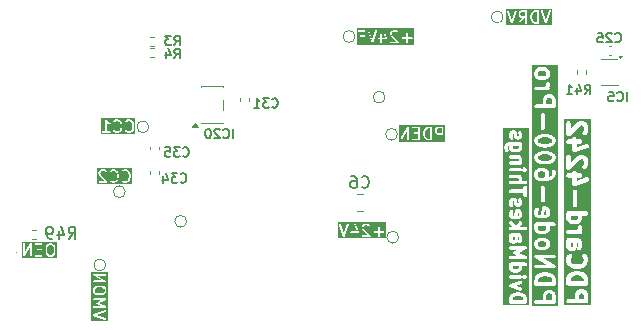
<source format=gbr>
%TF.GenerationSoftware,KiCad,Pcbnew,9.0.7*%
%TF.CreationDate,2026-02-27T18:20:13+01:00*%
%TF.ProjectId,PDNode-PDCard-4242,50444e6f-6465-42d5-9044-436172642d34,rev?*%
%TF.SameCoordinates,Original*%
%TF.FileFunction,Legend,Bot*%
%TF.FilePolarity,Positive*%
%FSLAX46Y46*%
G04 Gerber Fmt 4.6, Leading zero omitted, Abs format (unit mm)*
G04 Created by KiCad (PCBNEW 9.0.7) date 2026-02-27 18:20:13*
%MOMM*%
%LPD*%
G01*
G04 APERTURE LIST*
%ADD10C,0.150000*%
%ADD11C,0.300000*%
%ADD12C,0.375000*%
%ADD13C,0.120000*%
%ADD14C,0.100000*%
G04 APERTURE END LIST*
D10*
G36*
X34447890Y25944070D02*
G01*
X29602360Y25944070D01*
X29602360Y27144813D01*
X29713471Y27144813D01*
X29713471Y27115549D01*
X29724670Y27088513D01*
X29745362Y27067821D01*
X29772398Y27056622D01*
X29787030Y27055181D01*
X30188220Y27055181D01*
X30188220Y26728991D01*
X29929887Y26728991D01*
X29915255Y26727550D01*
X29888219Y26716351D01*
X29867527Y26695659D01*
X29856328Y26668623D01*
X29856328Y26639359D01*
X29867527Y26612323D01*
X29888219Y26591631D01*
X29915255Y26580432D01*
X29929887Y26578991D01*
X30188220Y26578991D01*
X30188220Y26130181D01*
X30189661Y26115549D01*
X30200860Y26088513D01*
X30221552Y26067821D01*
X30248588Y26056622D01*
X30277852Y26056622D01*
X30304888Y26067821D01*
X30325580Y26088513D01*
X30336779Y26115549D01*
X30338220Y26130181D01*
X30338220Y27120801D01*
X30522143Y27120801D01*
X30525403Y27106464D01*
X30858736Y26106464D01*
X30864730Y26093039D01*
X30868240Y26088992D01*
X30870637Y26084198D01*
X30877745Y26078033D01*
X30883904Y26070932D01*
X30888693Y26068538D01*
X30892744Y26065024D01*
X30901669Y26062050D01*
X30910077Y26057845D01*
X30915421Y26057466D01*
X30920507Y26055770D01*
X30929887Y26056437D01*
X30939267Y26055770D01*
X30944352Y26057466D01*
X30949697Y26057845D01*
X30958107Y26062051D01*
X30967029Y26065024D01*
X30971076Y26068535D01*
X30975870Y26070931D01*
X30982033Y26078037D01*
X30989137Y26084198D01*
X30991532Y26088990D01*
X30995044Y26093038D01*
X31001038Y26106464D01*
X31124932Y26478147D01*
X31427757Y26478147D01*
X31427757Y26448883D01*
X31438956Y26421847D01*
X31459648Y26401155D01*
X31486684Y26389956D01*
X31501316Y26388515D01*
X31569173Y26388515D01*
X31569173Y26130181D01*
X31570614Y26115549D01*
X31581813Y26088513D01*
X31602505Y26067821D01*
X31629541Y26056622D01*
X31658805Y26056622D01*
X31685841Y26067821D01*
X31706533Y26088513D01*
X31717732Y26115549D01*
X31719173Y26130181D01*
X31719173Y26388515D01*
X32120363Y26388515D01*
X32127768Y26389245D01*
X32129743Y26389104D01*
X32131168Y26389580D01*
X32134995Y26389956D01*
X32146104Y26394558D01*
X32157505Y26398358D01*
X32159540Y26400124D01*
X32162031Y26401155D01*
X32170533Y26409658D01*
X32179613Y26417532D01*
X32180817Y26419942D01*
X32182723Y26421847D01*
X32187325Y26432959D01*
X32192699Y26443706D01*
X32192889Y26446392D01*
X32193922Y26448883D01*
X32193922Y26460911D01*
X32194774Y26472896D01*
X32193922Y26476643D01*
X32193922Y26478147D01*
X32193163Y26479978D01*
X32191514Y26487233D01*
X32040690Y26939705D01*
X32426316Y26939705D01*
X32426316Y26844467D01*
X32427045Y26837062D01*
X32426905Y26835087D01*
X32427495Y26832490D01*
X32427757Y26829835D01*
X32428515Y26828004D01*
X32430165Y26820750D01*
X32477784Y26677893D01*
X32483778Y26664468D01*
X32485543Y26662433D01*
X32486575Y26659942D01*
X32495902Y26648577D01*
X32939297Y26205181D01*
X32501316Y26205181D01*
X32486684Y26203740D01*
X32459648Y26192541D01*
X32438956Y26171849D01*
X32427757Y26144813D01*
X32427757Y26115549D01*
X32438956Y26088513D01*
X32459648Y26067821D01*
X32486684Y26056622D01*
X32501316Y26055181D01*
X33120363Y26055181D01*
X33134995Y26056622D01*
X33142913Y26059902D01*
X33162031Y26067820D01*
X33182723Y26088513D01*
X33193922Y26115549D01*
X33193922Y26144812D01*
X33182724Y26171849D01*
X33173396Y26183214D01*
X32830845Y26525766D01*
X33427757Y26525766D01*
X33427757Y26496502D01*
X33438956Y26469466D01*
X33459648Y26448774D01*
X33486684Y26437575D01*
X33501316Y26436134D01*
X33807268Y26436134D01*
X33807268Y26130181D01*
X33808709Y26115549D01*
X33819908Y26088513D01*
X33840600Y26067821D01*
X33867636Y26056622D01*
X33896900Y26056622D01*
X33923936Y26067821D01*
X33944628Y26088513D01*
X33955827Y26115549D01*
X33957268Y26130181D01*
X33957268Y26436134D01*
X34263220Y26436134D01*
X34277852Y26437575D01*
X34304888Y26448774D01*
X34325580Y26469466D01*
X34336779Y26496502D01*
X34336779Y26525766D01*
X34325580Y26552802D01*
X34304888Y26573494D01*
X34277852Y26584693D01*
X34263220Y26586134D01*
X33957268Y26586134D01*
X33957268Y26892086D01*
X33955827Y26906718D01*
X33944628Y26933754D01*
X33923936Y26954446D01*
X33896900Y26965645D01*
X33867636Y26965645D01*
X33840600Y26954446D01*
X33819908Y26933754D01*
X33808709Y26906718D01*
X33807268Y26892086D01*
X33807268Y26586134D01*
X33501316Y26586134D01*
X33486684Y26584693D01*
X33459648Y26573494D01*
X33438956Y26552802D01*
X33427757Y26525766D01*
X32830845Y26525766D01*
X32614487Y26742124D01*
X32576316Y26856638D01*
X32576316Y26922000D01*
X32610574Y26990516D01*
X32640981Y27020923D01*
X32709497Y27055181D01*
X32912182Y27055181D01*
X32980698Y27020923D01*
X33019711Y26981910D01*
X33031076Y26972583D01*
X33058112Y26961384D01*
X33087375Y26961384D01*
X33114411Y26972583D01*
X33135104Y26993276D01*
X33146303Y27020312D01*
X33146303Y27049575D01*
X33135104Y27076611D01*
X33125777Y27087976D01*
X33078158Y27135595D01*
X33072408Y27140314D01*
X33071109Y27141812D01*
X33068849Y27143234D01*
X33066793Y27144922D01*
X33064965Y27145680D01*
X33058666Y27149644D01*
X32963428Y27197263D01*
X32949696Y27202518D01*
X32947008Y27202709D01*
X32944519Y27203740D01*
X32929887Y27205181D01*
X32691792Y27205181D01*
X32677160Y27203740D01*
X32674671Y27202710D01*
X32671982Y27202518D01*
X32658251Y27197263D01*
X32563013Y27149644D01*
X32556713Y27145680D01*
X32554886Y27144922D01*
X32552829Y27143234D01*
X32550570Y27141812D01*
X32549270Y27140314D01*
X32543521Y27135595D01*
X32495902Y27087976D01*
X32491183Y27082227D01*
X32489685Y27080927D01*
X32488263Y27078668D01*
X32486575Y27076611D01*
X32485817Y27074784D01*
X32481853Y27068484D01*
X32434234Y26973246D01*
X32428979Y26959514D01*
X32428788Y26956827D01*
X32427757Y26954337D01*
X32426316Y26939705D01*
X32040690Y26939705D01*
X31953419Y27201517D01*
X31947425Y27214943D01*
X31928251Y27237050D01*
X31902078Y27250136D01*
X31872888Y27252211D01*
X31845125Y27242957D01*
X31823018Y27223783D01*
X31809932Y27197610D01*
X31807857Y27168420D01*
X31811117Y27154083D01*
X32016306Y26538515D01*
X31719173Y26538515D01*
X31719173Y26796848D01*
X31717732Y26811480D01*
X31706533Y26838516D01*
X31685841Y26859208D01*
X31658805Y26870407D01*
X31629541Y26870407D01*
X31602505Y26859208D01*
X31581813Y26838516D01*
X31570614Y26811480D01*
X31569173Y26796848D01*
X31569173Y26538515D01*
X31501316Y26538515D01*
X31486684Y26537074D01*
X31459648Y26525875D01*
X31438956Y26505183D01*
X31427757Y26478147D01*
X31124932Y26478147D01*
X31334371Y27106464D01*
X31337631Y27120800D01*
X31335556Y27149990D01*
X31322470Y27176164D01*
X31300362Y27195338D01*
X31272600Y27204592D01*
X31243410Y27202517D01*
X31217237Y27189430D01*
X31198063Y27167323D01*
X31192069Y27153898D01*
X30929887Y26367352D01*
X30667705Y27153898D01*
X30661711Y27167324D01*
X30642537Y27189431D01*
X30616364Y27202517D01*
X30587174Y27204592D01*
X30559411Y27195338D01*
X30537304Y27176164D01*
X30524218Y27149991D01*
X30522143Y27120801D01*
X30338220Y27120801D01*
X30338220Y27130181D01*
X30336779Y27144813D01*
X30325580Y27171849D01*
X30304888Y27192541D01*
X30277852Y27203740D01*
X30263220Y27205181D01*
X29787030Y27205181D01*
X29772398Y27203740D01*
X29745362Y27192541D01*
X29724670Y27171849D01*
X29713471Y27144813D01*
X29602360Y27144813D01*
X29602360Y27363322D01*
X34447890Y27363322D01*
X34447890Y25944070D01*
G37*
G36*
X8148979Y5365486D02*
G01*
X8220922Y5293543D01*
X8255180Y5225027D01*
X8255180Y5069961D01*
X8220922Y5001445D01*
X8148979Y4929503D01*
X7987613Y4889161D01*
X7672748Y4889161D01*
X7511381Y4929503D01*
X7439438Y5001446D01*
X7405180Y5069963D01*
X7405180Y5225026D01*
X7439438Y5293543D01*
X7511381Y5365486D01*
X7672748Y5405827D01*
X7987613Y5405827D01*
X8148979Y5365486D01*
G37*
G36*
X8516291Y2533401D02*
G01*
X7144069Y2533401D01*
X7144069Y3061636D01*
X7255769Y3061636D01*
X7256435Y3052256D01*
X7255769Y3042876D01*
X7257464Y3037791D01*
X7257844Y3032446D01*
X7262048Y3024037D01*
X7265023Y3015113D01*
X7268534Y3011065D01*
X7270930Y3006273D01*
X7278034Y3000111D01*
X7284197Y2993006D01*
X7288988Y2990611D01*
X7293037Y2987099D01*
X7306463Y2981105D01*
X8306463Y2647772D01*
X8320799Y2644512D01*
X8349989Y2646587D01*
X8376163Y2659673D01*
X8395337Y2681781D01*
X8404591Y2709543D01*
X8402516Y2738733D01*
X8389429Y2764906D01*
X8367322Y2784080D01*
X8353897Y2790074D01*
X7567350Y3052256D01*
X8353897Y3314438D01*
X8367322Y3320432D01*
X8389429Y3339606D01*
X8402516Y3365779D01*
X8404591Y3394969D01*
X8395337Y3422731D01*
X8376163Y3444839D01*
X8349989Y3457925D01*
X8320799Y3460000D01*
X8306463Y3456740D01*
X7306463Y3123407D01*
X7293037Y3117413D01*
X7288988Y3113902D01*
X7284197Y3111506D01*
X7278034Y3104402D01*
X7270930Y3098239D01*
X7268534Y3093448D01*
X7265023Y3089399D01*
X7262048Y3080476D01*
X7257844Y3072066D01*
X7257464Y3066722D01*
X7255769Y3061636D01*
X7144069Y3061636D01*
X7144069Y4400221D01*
X7256621Y4400221D01*
X7256621Y4370957D01*
X7267820Y4343921D01*
X7288512Y4323229D01*
X7315548Y4312030D01*
X7330180Y4310589D01*
X7992113Y4310589D01*
X7584179Y4120220D01*
X7578821Y4117047D01*
X7577006Y4116386D01*
X7575721Y4115210D01*
X7571529Y4112726D01*
X7563830Y4104321D01*
X7555425Y4096622D01*
X7554016Y4093603D01*
X7551765Y4091145D01*
X7547870Y4080436D01*
X7543049Y4070104D01*
X7542902Y4066773D01*
X7541765Y4063644D01*
X7542265Y4052256D01*
X7541765Y4040868D01*
X7542902Y4037740D01*
X7543049Y4034408D01*
X7547870Y4024077D01*
X7551765Y4013367D01*
X7554016Y4010910D01*
X7555425Y4007890D01*
X7563830Y4000192D01*
X7571529Y3991786D01*
X7575721Y3989303D01*
X7577006Y3988126D01*
X7578821Y3987466D01*
X7584179Y3984292D01*
X7992113Y3793923D01*
X7330180Y3793923D01*
X7315548Y3792482D01*
X7288512Y3781283D01*
X7267820Y3760591D01*
X7256621Y3733555D01*
X7256621Y3704291D01*
X7267820Y3677255D01*
X7288512Y3656563D01*
X7315548Y3645364D01*
X7330180Y3643923D01*
X8330180Y3643923D01*
X8339801Y3644871D01*
X8341568Y3644793D01*
X8342516Y3645138D01*
X8344812Y3645364D01*
X8356838Y3650346D01*
X8369069Y3654793D01*
X8370302Y3655923D01*
X8371848Y3656563D01*
X8381047Y3665763D01*
X8390651Y3674557D01*
X8391358Y3676074D01*
X8392540Y3677255D01*
X8397516Y3689268D01*
X8403026Y3701075D01*
X8403099Y3702748D01*
X8403739Y3704291D01*
X8403739Y3717297D01*
X8404311Y3730311D01*
X8403739Y3731884D01*
X8403739Y3733555D01*
X8398760Y3745574D01*
X8394310Y3757812D01*
X8393179Y3759046D01*
X8392540Y3760591D01*
X8383341Y3769790D01*
X8374547Y3779393D01*
X8372562Y3780569D01*
X8371848Y3781283D01*
X8370214Y3781960D01*
X8361897Y3786887D01*
X7793248Y4052256D01*
X8361897Y4317625D01*
X8370214Y4322553D01*
X8371848Y4323229D01*
X8372562Y4323944D01*
X8374547Y4325119D01*
X8383341Y4334723D01*
X8392540Y4343921D01*
X8393179Y4345467D01*
X8394310Y4346700D01*
X8398760Y4358939D01*
X8403739Y4370957D01*
X8403739Y4372629D01*
X8404311Y4374201D01*
X8403739Y4387216D01*
X8403739Y4400221D01*
X8403099Y4401765D01*
X8403026Y4403437D01*
X8397516Y4415245D01*
X8392540Y4427257D01*
X8391358Y4428439D01*
X8390651Y4429955D01*
X8381047Y4438750D01*
X8371848Y4447949D01*
X8370302Y4448590D01*
X8369069Y4449719D01*
X8356838Y4454167D01*
X8344812Y4459148D01*
X8342516Y4459375D01*
X8341568Y4459719D01*
X8339801Y4459642D01*
X8330180Y4460589D01*
X7330180Y4460589D01*
X7315548Y4459148D01*
X7288512Y4447949D01*
X7267820Y4427257D01*
X7256621Y4400221D01*
X7144069Y4400221D01*
X7144069Y5242732D01*
X7255180Y5242732D01*
X7255180Y5052256D01*
X7256621Y5037624D01*
X7257651Y5035136D01*
X7257843Y5032446D01*
X7263098Y5018714D01*
X7310718Y4923476D01*
X7314683Y4917178D01*
X7315440Y4915350D01*
X7317128Y4913293D01*
X7318551Y4911033D01*
X7320049Y4909734D01*
X7324767Y4903985D01*
X7420005Y4808747D01*
X7431370Y4799419D01*
X7436523Y4797285D01*
X7441002Y4793966D01*
X7454848Y4789019D01*
X7645324Y4741400D01*
X7647860Y4741025D01*
X7648882Y4740602D01*
X7654394Y4740060D01*
X7659868Y4739250D01*
X7660960Y4739413D01*
X7663514Y4739161D01*
X7996847Y4739161D01*
X7999400Y4739413D01*
X8000493Y4739250D01*
X8005966Y4740060D01*
X8011479Y4740602D01*
X8012500Y4741025D01*
X8015037Y4741400D01*
X8205513Y4789019D01*
X8219359Y4793966D01*
X8223840Y4797287D01*
X8228991Y4799420D01*
X8240356Y4808747D01*
X8335594Y4903985D01*
X8340314Y4909736D01*
X8341811Y4911034D01*
X8343230Y4913289D01*
X8344922Y4915350D01*
X8345680Y4917183D01*
X8349643Y4923477D01*
X8397262Y5018715D01*
X8402517Y5032446D01*
X8402708Y5035136D01*
X8403739Y5037624D01*
X8405180Y5052256D01*
X8405180Y5242732D01*
X8403739Y5257364D01*
X8402708Y5259853D01*
X8402517Y5262542D01*
X8397262Y5276273D01*
X8349643Y5371511D01*
X8345680Y5377806D01*
X8344922Y5379638D01*
X8343230Y5381700D01*
X8341811Y5383954D01*
X8340314Y5385253D01*
X8335594Y5391003D01*
X8240356Y5486241D01*
X8228991Y5495568D01*
X8223840Y5497702D01*
X8219359Y5501022D01*
X8205513Y5505969D01*
X8015037Y5553588D01*
X8012500Y5553964D01*
X8011479Y5554386D01*
X8005966Y5554929D01*
X8000493Y5555738D01*
X7999400Y5555576D01*
X7996847Y5555827D01*
X7663514Y5555827D01*
X7660960Y5555576D01*
X7659868Y5555738D01*
X7654394Y5554929D01*
X7648882Y5554386D01*
X7647860Y5553964D01*
X7645324Y5553588D01*
X7454848Y5505969D01*
X7441002Y5501022D01*
X7436523Y5497704D01*
X7431370Y5495569D01*
X7420005Y5486241D01*
X7324767Y5391003D01*
X7320049Y5385255D01*
X7318551Y5383955D01*
X7317128Y5381696D01*
X7315440Y5379638D01*
X7314683Y5377811D01*
X7310718Y5371512D01*
X7263098Y5276274D01*
X7257843Y5262542D01*
X7257651Y5259853D01*
X7256621Y5257364D01*
X7255180Y5242732D01*
X7144069Y5242732D01*
X7144069Y6475588D01*
X7255363Y6475588D01*
X7256621Y6470976D01*
X7256621Y6466195D01*
X7260438Y6456980D01*
X7263063Y6447356D01*
X7265990Y6443576D01*
X7267820Y6439159D01*
X7274870Y6432109D01*
X7280980Y6424219D01*
X7287112Y6419867D01*
X7288512Y6418467D01*
X7289886Y6417898D01*
X7292970Y6415709D01*
X8047763Y5984399D01*
X7330180Y5984399D01*
X7315548Y5982958D01*
X7288512Y5971759D01*
X7267820Y5951067D01*
X7256621Y5924031D01*
X7256621Y5894767D01*
X7267820Y5867731D01*
X7288512Y5847039D01*
X7315548Y5835840D01*
X7330180Y5834399D01*
X8330180Y5834399D01*
X8333943Y5834770D01*
X8335419Y5834582D01*
X8337329Y5835104D01*
X8344812Y5835840D01*
X8354027Y5839658D01*
X8363651Y5842282D01*
X8367431Y5845210D01*
X8371848Y5847039D01*
X8378898Y5854090D01*
X8386788Y5860199D01*
X8389161Y5864353D01*
X8392540Y5867731D01*
X8396356Y5876944D01*
X8401307Y5885608D01*
X8401909Y5890352D01*
X8403739Y5894767D01*
X8403739Y5904742D01*
X8404997Y5914638D01*
X8403739Y5919251D01*
X8403739Y5924031D01*
X8399921Y5933248D01*
X8397297Y5942869D01*
X8394370Y5946649D01*
X8392540Y5951067D01*
X8385488Y5958119D01*
X8379380Y5966007D01*
X8373245Y5970362D01*
X8371848Y5971759D01*
X8370475Y5972328D01*
X8367391Y5974517D01*
X7612597Y6405827D01*
X8330180Y6405827D01*
X8344812Y6407268D01*
X8371848Y6418467D01*
X8392540Y6439159D01*
X8403739Y6466195D01*
X8403739Y6495459D01*
X8392540Y6522495D01*
X8371848Y6543187D01*
X8344812Y6554386D01*
X8330180Y6555827D01*
X7330180Y6555827D01*
X7326416Y6555457D01*
X7324941Y6555644D01*
X7323030Y6555123D01*
X7315548Y6554386D01*
X7306332Y6550569D01*
X7296709Y6547944D01*
X7292928Y6545017D01*
X7288512Y6543187D01*
X7281461Y6536137D01*
X7273572Y6530027D01*
X7271198Y6525874D01*
X7267820Y6522495D01*
X7264003Y6513283D01*
X7259053Y6504618D01*
X7258450Y6499875D01*
X7256621Y6495459D01*
X7256621Y6485485D01*
X7255363Y6475588D01*
X7144069Y6475588D01*
X7144069Y6666938D01*
X8516291Y6666938D01*
X8516291Y2533401D01*
G37*
D11*
G36*
X43524385Y4661105D02*
G01*
X43602174Y4622210D01*
X43674209Y4550175D01*
X43712457Y4435432D01*
X43712457Y4324060D01*
X42812457Y4324060D01*
X42812457Y4435434D01*
X42850704Y4550175D01*
X42922739Y4622210D01*
X43000527Y4661104D01*
X43195207Y4709774D01*
X43329707Y4709774D01*
X43524385Y4661105D01*
G37*
G36*
X43312457Y7066615D02*
G01*
X43282035Y7005772D01*
X43259317Y6983053D01*
X43198475Y6952632D01*
X42926438Y6952632D01*
X42865596Y6983053D01*
X42842878Y7005772D01*
X42812457Y7066614D01*
X42812457Y7224060D01*
X43312457Y7224060D01*
X43312457Y7066615D01*
G37*
G36*
X42969600Y9466615D02*
G01*
X42950653Y9428722D01*
X42912761Y9409775D01*
X42869296Y9409775D01*
X42831403Y9428722D01*
X42812457Y9466614D01*
X42812457Y9681203D01*
X42969600Y9681203D01*
X42969600Y9466615D01*
G37*
G36*
X43312457Y11681508D02*
G01*
X43312457Y11523758D01*
X43293510Y11485865D01*
X43255618Y11466918D01*
X43245427Y11466918D01*
X43295234Y11715954D01*
X43312457Y11681508D01*
G37*
G36*
X43312457Y17238044D02*
G01*
X43282035Y17177201D01*
X43259317Y17154482D01*
X43198475Y17124061D01*
X42926438Y17124061D01*
X42865596Y17154482D01*
X42842878Y17177201D01*
X42812457Y17238043D01*
X42812457Y17395489D01*
X43312457Y17395489D01*
X43312457Y17238044D01*
G37*
G36*
X44162457Y3874060D02*
G01*
X41962457Y3874060D01*
X41962457Y4459774D01*
X42512457Y4459774D01*
X42512457Y4174060D01*
X42515339Y4144796D01*
X42537737Y4090724D01*
X42579121Y4049340D01*
X42633193Y4026942D01*
X42662457Y4024060D01*
X43862457Y4024060D01*
X43891721Y4026942D01*
X43945793Y4049340D01*
X43987177Y4090724D01*
X44009575Y4144796D01*
X44012457Y4174060D01*
X44012457Y4459774D01*
X44010998Y4474586D01*
X44011279Y4478535D01*
X44010097Y4483730D01*
X44009575Y4489038D01*
X44008057Y4492701D01*
X44004759Y4507208D01*
X43947616Y4678637D01*
X43935628Y4705488D01*
X43932096Y4709560D01*
X43930034Y4714539D01*
X43911379Y4737270D01*
X43797094Y4851554D01*
X43785592Y4860993D01*
X43782996Y4863987D01*
X43778482Y4866828D01*
X43774363Y4870209D01*
X43770703Y4871725D01*
X43758110Y4879652D01*
X43643824Y4936795D01*
X43641685Y4937614D01*
X43640814Y4938259D01*
X43628543Y4942643D01*
X43616361Y4947305D01*
X43615278Y4947382D01*
X43613123Y4948152D01*
X43384551Y5005295D01*
X43379479Y5006045D01*
X43377435Y5006892D01*
X43366412Y5007978D01*
X43355462Y5009597D01*
X43353274Y5009272D01*
X43348171Y5009774D01*
X43176742Y5009774D01*
X43171638Y5009272D01*
X43169451Y5009597D01*
X43158500Y5007978D01*
X43147478Y5006892D01*
X43145433Y5006045D01*
X43140362Y5005295D01*
X42911791Y4948152D01*
X42909635Y4947382D01*
X42908553Y4947305D01*
X42896372Y4942644D01*
X42884099Y4938259D01*
X42883227Y4937614D01*
X42881089Y4936795D01*
X42766803Y4879652D01*
X42754211Y4871726D01*
X42750549Y4870209D01*
X42746426Y4866826D01*
X42741917Y4863987D01*
X42739321Y4860995D01*
X42727819Y4851554D01*
X42613534Y4737269D01*
X42594879Y4714538D01*
X42592816Y4709559D01*
X42589286Y4705488D01*
X42577297Y4678637D01*
X42520155Y4507208D01*
X42516856Y4492701D01*
X42515339Y4489038D01*
X42514816Y4483730D01*
X42513635Y4478535D01*
X42513915Y4474586D01*
X42512457Y4459774D01*
X41962457Y4459774D01*
X41962457Y5567410D01*
X42514067Y5567410D01*
X42515157Y5545488D01*
X42514067Y5523566D01*
X42516600Y5516474D01*
X42516974Y5508955D01*
X42526368Y5489123D01*
X42533752Y5468448D01*
X42538805Y5462866D01*
X42542028Y5456063D01*
X42558300Y5441332D01*
X42573032Y5425059D01*
X42579834Y5421837D01*
X42585417Y5416783D01*
X42612007Y5404227D01*
X43412007Y5118513D01*
X43440535Y5111384D01*
X43498991Y5114291D01*
X43551883Y5139345D01*
X43591162Y5182734D01*
X43610847Y5237852D01*
X43607940Y5296307D01*
X43582886Y5349199D01*
X43539498Y5388479D01*
X43512908Y5401035D01*
X43108438Y5545489D01*
X43512908Y5689942D01*
X43539497Y5702498D01*
X43582886Y5741778D01*
X43607940Y5794670D01*
X43610847Y5853125D01*
X43591162Y5908243D01*
X43551882Y5951632D01*
X43498990Y5976686D01*
X43440535Y5979593D01*
X43412007Y5972464D01*
X42612006Y5686749D01*
X42585417Y5674193D01*
X42579834Y5669140D01*
X42573032Y5665917D01*
X42558300Y5649645D01*
X42542028Y5634913D01*
X42538805Y5628111D01*
X42533752Y5622528D01*
X42526368Y5601854D01*
X42516974Y5582021D01*
X42516600Y5574503D01*
X42514067Y5567410D01*
X41962457Y5567410D01*
X41962457Y6317610D01*
X42515339Y6317610D01*
X42515339Y6259082D01*
X42537737Y6205010D01*
X42579121Y6163626D01*
X42633193Y6141228D01*
X42662457Y6138346D01*
X43462457Y6138346D01*
X43491721Y6141228D01*
X43545793Y6163626D01*
X43587177Y6205010D01*
X43605314Y6248796D01*
X43623450Y6205011D01*
X43642105Y6182280D01*
X43699248Y6125137D01*
X43721978Y6106482D01*
X43776051Y6084085D01*
X43834577Y6084085D01*
X43888649Y6106482D01*
X43911380Y6125137D01*
X43968523Y6182280D01*
X43987178Y6205010D01*
X44009575Y6259083D01*
X44009575Y6317609D01*
X43987178Y6371681D01*
X43987178Y6371682D01*
X43968523Y6394412D01*
X43911380Y6451555D01*
X43888649Y6470210D01*
X43834577Y6492607D01*
X43776051Y6492607D01*
X43721978Y6470210D01*
X43699248Y6451555D01*
X43642105Y6394412D01*
X43623451Y6371682D01*
X43623450Y6371681D01*
X43605314Y6327897D01*
X43587177Y6371682D01*
X43545793Y6413066D01*
X43491721Y6435464D01*
X43462457Y6438346D01*
X42662457Y6438346D01*
X42633193Y6435464D01*
X42579121Y6413066D01*
X42537737Y6371682D01*
X42515339Y6317610D01*
X41962457Y6317610D01*
X41962457Y7259775D01*
X42512457Y7259775D01*
X42512457Y7031203D01*
X42515339Y7001939D01*
X42517402Y6996959D01*
X42517784Y6991584D01*
X42528293Y6964120D01*
X42585436Y6849835D01*
X42593362Y6837244D01*
X42594878Y6833584D01*
X42598260Y6829463D01*
X42601101Y6824950D01*
X42604094Y6822355D01*
X42613533Y6810853D01*
X42670675Y6753710D01*
X42682177Y6744271D01*
X42684774Y6741276D01*
X42689288Y6738435D01*
X42693406Y6735055D01*
X42697064Y6733540D01*
X42709660Y6725611D01*
X42823946Y6668468D01*
X42851410Y6657958D01*
X42856785Y6657577D01*
X42861764Y6655514D01*
X42891028Y6652632D01*
X43233885Y6652632D01*
X43263149Y6655514D01*
X43268126Y6657576D01*
X43273504Y6657958D01*
X43300967Y6668468D01*
X43415253Y6725611D01*
X43427846Y6733539D01*
X43431506Y6735054D01*
X43435625Y6738436D01*
X43440139Y6741276D01*
X43442735Y6744271D01*
X43454237Y6753709D01*
X43511380Y6810852D01*
X43520820Y6822355D01*
X43523813Y6824950D01*
X43526652Y6829461D01*
X43530035Y6833582D01*
X43531551Y6837243D01*
X43539478Y6849835D01*
X43596621Y6964121D01*
X43607131Y6991584D01*
X43607513Y6996962D01*
X43609575Y7001939D01*
X43612457Y7031203D01*
X43612457Y7224060D01*
X43862457Y7224060D01*
X43891721Y7226942D01*
X43945793Y7249340D01*
X43987177Y7290724D01*
X44009575Y7344796D01*
X44009575Y7403324D01*
X43987177Y7457396D01*
X43945793Y7498780D01*
X43891721Y7521178D01*
X43862457Y7524060D01*
X42662457Y7524060D01*
X42633193Y7521178D01*
X42579121Y7498780D01*
X42537737Y7457396D01*
X42515339Y7403324D01*
X42515339Y7344796D01*
X42525640Y7319927D01*
X42517784Y7299394D01*
X42517402Y7294020D01*
X42515339Y7289039D01*
X42512457Y7259775D01*
X41962457Y7259775D01*
X41962457Y8774753D01*
X42515339Y8774753D01*
X42515339Y8716225D01*
X42537737Y8662153D01*
X42579121Y8620769D01*
X42633193Y8598371D01*
X42662457Y8595489D01*
X43186323Y8595489D01*
X42941881Y8481416D01*
X42931165Y8475069D01*
X42927536Y8473749D01*
X42924969Y8471399D01*
X42916581Y8466430D01*
X42901185Y8449618D01*
X42884373Y8434222D01*
X42881553Y8428181D01*
X42877054Y8423267D01*
X42869264Y8401847D01*
X42859623Y8381185D01*
X42859330Y8374527D01*
X42857053Y8368264D01*
X42858054Y8345489D01*
X42857053Y8322714D01*
X42859330Y8316452D01*
X42859623Y8309793D01*
X42869264Y8289132D01*
X42877054Y8267711D01*
X42881553Y8262798D01*
X42884373Y8256756D01*
X42901185Y8241361D01*
X42916581Y8224548D01*
X42924969Y8219580D01*
X42927536Y8217229D01*
X42931165Y8215910D01*
X42941881Y8209562D01*
X43186323Y8095489D01*
X42662457Y8095489D01*
X42633193Y8092607D01*
X42579121Y8070209D01*
X42537737Y8028825D01*
X42515339Y7974753D01*
X42515339Y7916225D01*
X42537737Y7862153D01*
X42579121Y7820769D01*
X42633193Y7798371D01*
X42662457Y7795489D01*
X43862457Y7795489D01*
X43881694Y7797384D01*
X43885233Y7797228D01*
X43887133Y7797920D01*
X43891721Y7798371D01*
X43915766Y7808332D01*
X43940235Y7817229D01*
X43942702Y7819489D01*
X43945793Y7820769D01*
X43964190Y7839167D01*
X43983398Y7856756D01*
X43984813Y7859790D01*
X43987177Y7862153D01*
X43997135Y7886194D01*
X44008148Y7909793D01*
X44008294Y7913135D01*
X44009575Y7916225D01*
X44009575Y7942260D01*
X44010718Y7968264D01*
X44009575Y7971408D01*
X44009575Y7974753D01*
X43999611Y7998806D01*
X43990717Y8023266D01*
X43988457Y8025734D01*
X43987177Y8028825D01*
X43968768Y8047234D01*
X43951190Y8066429D01*
X43947223Y8068779D01*
X43945793Y8070209D01*
X43942520Y8071565D01*
X43925890Y8081416D01*
X43360019Y8345489D01*
X43925890Y8609562D01*
X43942520Y8619414D01*
X43945793Y8620769D01*
X43947223Y8622200D01*
X43951190Y8624549D01*
X43968768Y8643745D01*
X43987177Y8662153D01*
X43988457Y8665245D01*
X43990717Y8667712D01*
X43999611Y8692173D01*
X44009575Y8716225D01*
X44009575Y8719571D01*
X44010718Y8722714D01*
X44009575Y8748719D01*
X44009575Y8774753D01*
X44008294Y8777844D01*
X44008148Y8781185D01*
X43997135Y8804785D01*
X43987177Y8828825D01*
X43984813Y8831189D01*
X43983398Y8834222D01*
X43964190Y8851812D01*
X43945793Y8870209D01*
X43942702Y8871490D01*
X43940235Y8873749D01*
X43915766Y8882647D01*
X43891721Y8892607D01*
X43887133Y8893059D01*
X43885233Y8893750D01*
X43881694Y8893595D01*
X43862457Y8895489D01*
X42662457Y8895489D01*
X42633193Y8892607D01*
X42579121Y8870209D01*
X42537737Y8828825D01*
X42515339Y8774753D01*
X41962457Y8774753D01*
X41962457Y9716918D01*
X42512457Y9716918D01*
X42512457Y9431203D01*
X42515339Y9401939D01*
X42517402Y9396959D01*
X42517784Y9391584D01*
X42528293Y9364120D01*
X42585436Y9249835D01*
X42588515Y9244944D01*
X42589285Y9242634D01*
X42591779Y9239758D01*
X42601101Y9224950D01*
X42615308Y9212629D01*
X42627632Y9198419D01*
X42642442Y9189096D01*
X42645317Y9186603D01*
X42647624Y9185834D01*
X42652517Y9182754D01*
X42766803Y9125611D01*
X42794266Y9115101D01*
X42799643Y9114719D01*
X42804621Y9112657D01*
X42833885Y9109775D01*
X42948171Y9109775D01*
X42977435Y9112657D01*
X42982412Y9114719D01*
X42987790Y9115101D01*
X43015253Y9125611D01*
X43129539Y9182754D01*
X43134429Y9185833D01*
X43136741Y9186603D01*
X43139619Y9189100D01*
X43154425Y9198419D01*
X43166747Y9212628D01*
X43180956Y9224950D01*
X43190277Y9239758D01*
X43192772Y9242634D01*
X43193541Y9244944D01*
X43196621Y9249835D01*
X43253764Y9364121D01*
X43264274Y9391584D01*
X43264656Y9396962D01*
X43266718Y9401939D01*
X43269600Y9431203D01*
X43269600Y9674213D01*
X43293510Y9662258D01*
X43312457Y9624365D01*
X43312457Y9466615D01*
X43271150Y9384001D01*
X43260641Y9356537D01*
X43256492Y9298157D01*
X43274999Y9242634D01*
X43313346Y9198419D01*
X43365695Y9172245D01*
X43424075Y9168096D01*
X43479598Y9186603D01*
X43523813Y9224950D01*
X43539478Y9249835D01*
X43596621Y9364121D01*
X43607131Y9391584D01*
X43607513Y9396962D01*
X43609575Y9401939D01*
X43612457Y9431203D01*
X43612457Y9659775D01*
X43609575Y9689039D01*
X43607512Y9694018D01*
X43607131Y9699393D01*
X43596621Y9726857D01*
X43539478Y9841143D01*
X43536398Y9846036D01*
X43535628Y9848346D01*
X43533133Y9851223D01*
X43523813Y9866029D01*
X43509605Y9878351D01*
X43497281Y9892561D01*
X43482470Y9901884D01*
X43479598Y9904375D01*
X43477291Y9905144D01*
X43472395Y9908226D01*
X43358109Y9965368D01*
X43330646Y9975877D01*
X43325270Y9976259D01*
X43320292Y9978321D01*
X43291028Y9981203D01*
X42662457Y9981203D01*
X42633193Y9978321D01*
X42579121Y9955923D01*
X42537737Y9914539D01*
X42515339Y9860467D01*
X42515339Y9801939D01*
X42525640Y9777070D01*
X42517784Y9756537D01*
X42517402Y9751163D01*
X42515339Y9746182D01*
X42512457Y9716918D01*
X41962457Y9716918D01*
X41962457Y10867938D01*
X42512679Y10867938D01*
X42520956Y10810001D01*
X42550775Y10759639D01*
X42572457Y10739775D01*
X42821980Y10552632D01*
X42662457Y10552632D01*
X42633193Y10549750D01*
X42579121Y10527352D01*
X42537737Y10485968D01*
X42515339Y10431896D01*
X42515339Y10373368D01*
X42537737Y10319296D01*
X42579121Y10277912D01*
X42633193Y10255514D01*
X42662457Y10252632D01*
X43862457Y10252632D01*
X43891721Y10255514D01*
X43945793Y10277912D01*
X43987177Y10319296D01*
X44009575Y10373368D01*
X44009575Y10431896D01*
X43987177Y10485968D01*
X43945793Y10527352D01*
X43891721Y10549750D01*
X43862457Y10552632D01*
X43367446Y10552632D01*
X43568523Y10753709D01*
X43587178Y10776440D01*
X43609575Y10830512D01*
X43609575Y10889038D01*
X43587178Y10943110D01*
X43545792Y10984496D01*
X43491720Y11006893D01*
X43433194Y11006893D01*
X43379122Y10984496D01*
X43356391Y10965841D01*
X43105524Y10714975D01*
X42752457Y10979775D01*
X42727317Y10995028D01*
X42670620Y11009553D01*
X42612683Y11001276D01*
X42562321Y10971457D01*
X42527204Y10924635D01*
X42512679Y10867938D01*
X41962457Y10867938D01*
X41962457Y11716918D01*
X42512457Y11716918D01*
X42512457Y11488346D01*
X42515339Y11459082D01*
X42517402Y11454102D01*
X42517784Y11448727D01*
X42528293Y11421263D01*
X42585436Y11306978D01*
X42588515Y11302087D01*
X42589285Y11299777D01*
X42591779Y11296901D01*
X42601101Y11282093D01*
X42615308Y11269772D01*
X42627632Y11255562D01*
X42642442Y11246239D01*
X42645317Y11243746D01*
X42647624Y11242977D01*
X42652517Y11239897D01*
X42766803Y11182754D01*
X42794266Y11172244D01*
X42799643Y11171862D01*
X42804621Y11169800D01*
X42833885Y11166918D01*
X43062301Y11166918D01*
X43291028Y11166918D01*
X43320292Y11169800D01*
X43325269Y11171862D01*
X43330647Y11172244D01*
X43358110Y11182754D01*
X43472396Y11239897D01*
X43477286Y11242976D01*
X43479598Y11243746D01*
X43482476Y11246243D01*
X43497282Y11255562D01*
X43509604Y11269771D01*
X43523813Y11282093D01*
X43533134Y11296901D01*
X43535629Y11299777D01*
X43536398Y11302087D01*
X43539478Y11306978D01*
X43596621Y11421264D01*
X43607131Y11448727D01*
X43607513Y11454105D01*
X43609575Y11459082D01*
X43612457Y11488346D01*
X43612457Y11716918D01*
X43609575Y11746182D01*
X43607512Y11751161D01*
X43607131Y11756536D01*
X43596621Y11784000D01*
X43539478Y11898286D01*
X43536398Y11903179D01*
X43535628Y11905489D01*
X43533133Y11908366D01*
X43523813Y11923172D01*
X43509605Y11935494D01*
X43497281Y11949704D01*
X43482470Y11959027D01*
X43479598Y11961518D01*
X43477291Y11962287D01*
X43472395Y11965369D01*
X43358109Y12022511D01*
X43330646Y12033020D01*
X43325270Y12033402D01*
X43320292Y12035464D01*
X43291028Y12038346D01*
X43176742Y12038346D01*
X43147478Y12035464D01*
X43133897Y12029839D01*
X43119484Y12026987D01*
X43107128Y12018751D01*
X43093406Y12013066D01*
X43083014Y12002675D01*
X43070787Y11994523D01*
X43062523Y11982184D01*
X43052022Y11971682D01*
X43046397Y11958105D01*
X43038220Y11945893D01*
X43029655Y11917763D01*
X42939486Y11466918D01*
X42869296Y11466918D01*
X42831403Y11485865D01*
X42812457Y11523757D01*
X42812457Y11681508D01*
X42853764Y11764122D01*
X42864274Y11791586D01*
X42868422Y11849966D01*
X42849915Y11905488D01*
X42811568Y11949703D01*
X42759219Y11975878D01*
X42700839Y11980026D01*
X42645316Y11961519D01*
X42601101Y11923172D01*
X42585436Y11898286D01*
X42528293Y11784000D01*
X42517783Y11756537D01*
X42517400Y11751160D01*
X42515339Y11746182D01*
X42512457Y11716918D01*
X41962457Y11716918D01*
X41962457Y12688346D01*
X42512457Y12688346D01*
X42512457Y12459775D01*
X42515339Y12430511D01*
X42517400Y12425534D01*
X42517783Y12420156D01*
X42528293Y12392693D01*
X42585436Y12278407D01*
X42601101Y12253521D01*
X42645316Y12215174D01*
X42700839Y12196667D01*
X42759219Y12200815D01*
X42811568Y12226990D01*
X42849915Y12271205D01*
X42868422Y12326727D01*
X42864274Y12385107D01*
X42853764Y12412571D01*
X42812457Y12495185D01*
X42812457Y12652936D01*
X42831403Y12690829D01*
X42862457Y12706356D01*
X42893510Y12690829D01*
X42912457Y12652936D01*
X42912457Y12516917D01*
X42915339Y12487653D01*
X42917402Y12482673D01*
X42917784Y12477298D01*
X42928293Y12449834D01*
X42985436Y12335549D01*
X42988515Y12330658D01*
X42989285Y12328348D01*
X42991779Y12325472D01*
X43001101Y12310664D01*
X43015308Y12298343D01*
X43027632Y12284133D01*
X43042442Y12274810D01*
X43045317Y12272317D01*
X43047624Y12271548D01*
X43052517Y12268468D01*
X43166803Y12211325D01*
X43194266Y12200815D01*
X43199643Y12200433D01*
X43204621Y12198371D01*
X43233885Y12195489D01*
X43291028Y12195489D01*
X43320292Y12198371D01*
X43325269Y12200433D01*
X43330647Y12200815D01*
X43358110Y12211325D01*
X43472396Y12268468D01*
X43477286Y12271547D01*
X43479598Y12272317D01*
X43482476Y12274814D01*
X43497282Y12284133D01*
X43509604Y12298342D01*
X43523813Y12310664D01*
X43533134Y12325472D01*
X43535629Y12328348D01*
X43536398Y12330658D01*
X43539478Y12335549D01*
X43596621Y12449835D01*
X43607131Y12477298D01*
X43607513Y12482676D01*
X43609575Y12487653D01*
X43612457Y12516917D01*
X43612457Y12688346D01*
X43609575Y12717610D01*
X43607512Y12722589D01*
X43607131Y12727964D01*
X43596621Y12755428D01*
X43539478Y12869714D01*
X43523813Y12894600D01*
X43479598Y12932946D01*
X43424076Y12951454D01*
X43365695Y12947306D01*
X43313346Y12921131D01*
X43275000Y12876916D01*
X43256492Y12821394D01*
X43260640Y12763013D01*
X43271150Y12735550D01*
X43312457Y12652936D01*
X43312457Y12552329D01*
X43293510Y12514436D01*
X43262457Y12498909D01*
X43231403Y12514436D01*
X43212457Y12552328D01*
X43212457Y12688346D01*
X43209575Y12717610D01*
X43207512Y12722589D01*
X43207131Y12727964D01*
X43196621Y12755428D01*
X43139478Y12869714D01*
X43136399Y12874605D01*
X43135629Y12876916D01*
X43133132Y12879795D01*
X43123813Y12894600D01*
X43109605Y12906922D01*
X43097282Y12921131D01*
X43082472Y12930454D01*
X43079598Y12932946D01*
X43077290Y12933716D01*
X43072396Y12936796D01*
X42958110Y12993939D01*
X42930647Y13004449D01*
X42925269Y13004832D01*
X42920292Y13006893D01*
X42891028Y13009775D01*
X42833885Y13009775D01*
X42804621Y13006893D01*
X42799643Y13004832D01*
X42794266Y13004449D01*
X42766803Y12993939D01*
X42652517Y12936796D01*
X42647625Y12933717D01*
X42645316Y12932947D01*
X42642439Y12930453D01*
X42627632Y12921131D01*
X42615309Y12906923D01*
X42601101Y12894600D01*
X42591781Y12879795D01*
X42589285Y12876916D01*
X42588514Y12874605D01*
X42585436Y12869714D01*
X42528293Y12755428D01*
X42517783Y12727965D01*
X42517400Y12722588D01*
X42515339Y12717610D01*
X42512457Y12688346D01*
X41962457Y12688346D01*
X41962457Y13574753D01*
X42515339Y13574753D01*
X42515339Y13516225D01*
X42537737Y13462153D01*
X42579121Y13420769D01*
X42633193Y13398371D01*
X42662457Y13395489D01*
X43712457Y13395489D01*
X43712457Y13202632D01*
X43715339Y13173368D01*
X43737737Y13119296D01*
X43779121Y13077912D01*
X43833193Y13055514D01*
X43891721Y13055514D01*
X43945793Y13077912D01*
X43987177Y13119296D01*
X44009575Y13173368D01*
X44012457Y13202632D01*
X44012457Y13888346D01*
X44009575Y13917610D01*
X43987177Y13971682D01*
X43945793Y14013066D01*
X43891721Y14035464D01*
X43833193Y14035464D01*
X43779121Y14013066D01*
X43737737Y13971682D01*
X43715339Y13917610D01*
X43712457Y13888346D01*
X43712457Y13695489D01*
X42662457Y13695489D01*
X42633193Y13692607D01*
X42579121Y13670209D01*
X42537737Y13628825D01*
X42515339Y13574753D01*
X41962457Y13574753D01*
X41962457Y14831896D01*
X42515339Y14831896D01*
X42515339Y14773368D01*
X42537737Y14719296D01*
X42579121Y14677912D01*
X42633193Y14655514D01*
X42662457Y14652632D01*
X43255618Y14652632D01*
X43293510Y14633687D01*
X43312457Y14595794D01*
X43312457Y14495187D01*
X43284037Y14438347D01*
X42662457Y14438347D01*
X42633193Y14435465D01*
X42579121Y14413067D01*
X42537737Y14371683D01*
X42515339Y14317611D01*
X42515339Y14259083D01*
X42537737Y14205011D01*
X42579121Y14163627D01*
X42633193Y14141229D01*
X42662457Y14138347D01*
X43862457Y14138347D01*
X43891721Y14141229D01*
X43945793Y14163627D01*
X43987177Y14205011D01*
X44009575Y14259083D01*
X44009575Y14317611D01*
X43987177Y14371683D01*
X43945793Y14413067D01*
X43891721Y14435465D01*
X43862457Y14438347D01*
X43610347Y14438347D01*
X43612457Y14459775D01*
X43612457Y14631204D01*
X43609575Y14660468D01*
X43607512Y14665447D01*
X43607131Y14670822D01*
X43596621Y14698286D01*
X43539478Y14812572D01*
X43536398Y14817465D01*
X43535628Y14819775D01*
X43533133Y14822652D01*
X43523813Y14837458D01*
X43509605Y14849780D01*
X43497281Y14863990D01*
X43482470Y14873313D01*
X43479598Y14875804D01*
X43477291Y14876573D01*
X43472395Y14879655D01*
X43358109Y14936797D01*
X43330646Y14947306D01*
X43325270Y14947688D01*
X43320292Y14949750D01*
X43291028Y14952632D01*
X42662457Y14952632D01*
X42633193Y14949750D01*
X42579121Y14927352D01*
X42537737Y14885968D01*
X42515339Y14831896D01*
X41962457Y14831896D01*
X41962457Y15403325D01*
X42515339Y15403325D01*
X42515339Y15344797D01*
X42537737Y15290725D01*
X42579121Y15249341D01*
X42633193Y15226943D01*
X42662457Y15224061D01*
X43462457Y15224061D01*
X43491721Y15226943D01*
X43545793Y15249341D01*
X43587177Y15290725D01*
X43605314Y15334511D01*
X43623450Y15290726D01*
X43642105Y15267995D01*
X43699248Y15210852D01*
X43721978Y15192197D01*
X43776051Y15169800D01*
X43834577Y15169800D01*
X43888649Y15192197D01*
X43911380Y15210852D01*
X43968523Y15267995D01*
X43987178Y15290725D01*
X44009575Y15344798D01*
X44009575Y15403324D01*
X43987178Y15457396D01*
X43987178Y15457397D01*
X43968523Y15480127D01*
X43911380Y15537270D01*
X43888649Y15555925D01*
X43834577Y15578322D01*
X43776051Y15578322D01*
X43721978Y15555925D01*
X43699248Y15537270D01*
X43642105Y15480127D01*
X43623451Y15457397D01*
X43623450Y15457396D01*
X43605314Y15413612D01*
X43587177Y15457397D01*
X43545793Y15498781D01*
X43491721Y15521179D01*
X43462457Y15524061D01*
X42662457Y15524061D01*
X42633193Y15521179D01*
X42579121Y15498781D01*
X42537737Y15457397D01*
X42515339Y15403325D01*
X41962457Y15403325D01*
X41962457Y16489039D01*
X42515339Y16489039D01*
X42515339Y16430511D01*
X42537737Y16376439D01*
X42579121Y16335055D01*
X42633193Y16312657D01*
X42662457Y16309775D01*
X43255618Y16309775D01*
X43293510Y16290830D01*
X43312457Y16252937D01*
X43312457Y16152330D01*
X43284037Y16095490D01*
X42662457Y16095490D01*
X42633193Y16092608D01*
X42579121Y16070210D01*
X42537737Y16028826D01*
X42515339Y15974754D01*
X42515339Y15916226D01*
X42537737Y15862154D01*
X42579121Y15820770D01*
X42633193Y15798372D01*
X42662457Y15795490D01*
X43462457Y15795490D01*
X43491721Y15798372D01*
X43545793Y15820770D01*
X43587177Y15862154D01*
X43609575Y15916226D01*
X43609575Y15974754D01*
X43587177Y16028826D01*
X43586469Y16029534D01*
X43596621Y16049836D01*
X43607131Y16077299D01*
X43607513Y16082677D01*
X43609575Y16087654D01*
X43612457Y16116918D01*
X43612457Y16288347D01*
X43609575Y16317611D01*
X43607512Y16322590D01*
X43607131Y16327965D01*
X43596621Y16355429D01*
X43539478Y16469715D01*
X43536398Y16474608D01*
X43535628Y16476918D01*
X43533133Y16479795D01*
X43523813Y16494601D01*
X43509605Y16506923D01*
X43497281Y16521133D01*
X43482470Y16530456D01*
X43479598Y16532947D01*
X43477291Y16533716D01*
X43472395Y16536798D01*
X43358109Y16593940D01*
X43330646Y16604449D01*
X43325270Y16604831D01*
X43320292Y16606893D01*
X43291028Y16609775D01*
X42662457Y16609775D01*
X42633193Y16606893D01*
X42579121Y16584495D01*
X42537737Y16543111D01*
X42515339Y16489039D01*
X41962457Y16489039D01*
X41962457Y17316918D01*
X42112457Y17316918D01*
X42112457Y17145489D01*
X42115339Y17116225D01*
X42117402Y17111245D01*
X42117784Y17105870D01*
X42128293Y17078406D01*
X42185436Y16964121D01*
X42201101Y16939236D01*
X42245317Y16900889D01*
X42300839Y16882382D01*
X42359219Y16886530D01*
X42411568Y16912705D01*
X42449915Y16956920D01*
X42468422Y17012443D01*
X42464274Y17070823D01*
X42453764Y17098286D01*
X42412457Y17180900D01*
X42412457Y17281508D01*
X42442878Y17342351D01*
X42465595Y17365068D01*
X42512457Y17388499D01*
X42512457Y17202632D01*
X42515339Y17173368D01*
X42517402Y17168388D01*
X42517784Y17163013D01*
X42528293Y17135549D01*
X42585436Y17021264D01*
X42593362Y17008673D01*
X42594878Y17005013D01*
X42598260Y17000892D01*
X42601101Y16996379D01*
X42604094Y16993784D01*
X42613533Y16982282D01*
X42670675Y16925139D01*
X42682177Y16915700D01*
X42684774Y16912705D01*
X42689288Y16909864D01*
X42693406Y16906484D01*
X42697064Y16904969D01*
X42709660Y16897040D01*
X42823946Y16839897D01*
X42851410Y16829387D01*
X42856785Y16829006D01*
X42861764Y16826943D01*
X42891028Y16824061D01*
X43233885Y16824061D01*
X43263149Y16826943D01*
X43268126Y16829005D01*
X43273504Y16829387D01*
X43300967Y16839897D01*
X43415253Y16897040D01*
X43427846Y16904968D01*
X43431506Y16906483D01*
X43435625Y16909865D01*
X43440139Y16912705D01*
X43442735Y16915700D01*
X43454237Y16925138D01*
X43511380Y16982281D01*
X43520820Y16993784D01*
X43523813Y16996379D01*
X43526652Y17000890D01*
X43530035Y17005011D01*
X43531551Y17008672D01*
X43539478Y17021264D01*
X43596621Y17135550D01*
X43607131Y17163013D01*
X43607513Y17168391D01*
X43609575Y17173368D01*
X43612457Y17202632D01*
X43612457Y17431204D01*
X43609575Y17460468D01*
X43607513Y17465446D01*
X43607131Y17470823D01*
X43599273Y17491356D01*
X43609575Y17516225D01*
X43609575Y17574753D01*
X43587177Y17628825D01*
X43545793Y17670209D01*
X43491721Y17692607D01*
X43462457Y17695489D01*
X42491028Y17695489D01*
X42461764Y17692607D01*
X42456785Y17690545D01*
X42451410Y17690163D01*
X42423947Y17679653D01*
X42309661Y17622512D01*
X42297062Y17614582D01*
X42293406Y17613067D01*
X42289289Y17609690D01*
X42284775Y17606847D01*
X42282177Y17603852D01*
X42270675Y17594412D01*
X42213533Y17537269D01*
X42204094Y17525769D01*
X42201101Y17523172D01*
X42198260Y17518660D01*
X42194878Y17514538D01*
X42193361Y17510877D01*
X42185436Y17498286D01*
X42128293Y17384000D01*
X42117783Y17356537D01*
X42117400Y17351160D01*
X42115339Y17346182D01*
X42112457Y17316918D01*
X41962457Y17316918D01*
X41962457Y18402632D01*
X42512457Y18402632D01*
X42512457Y18174061D01*
X42515339Y18144797D01*
X42517400Y18139820D01*
X42517783Y18134442D01*
X42528293Y18106979D01*
X42585436Y17992693D01*
X42601101Y17967807D01*
X42645316Y17929460D01*
X42700839Y17910953D01*
X42759219Y17915101D01*
X42811568Y17941276D01*
X42849915Y17985491D01*
X42868422Y18041013D01*
X42864274Y18099393D01*
X42853764Y18126857D01*
X42812457Y18209471D01*
X42812457Y18367222D01*
X42831403Y18405115D01*
X42862457Y18420642D01*
X42893510Y18405115D01*
X42912457Y18367222D01*
X42912457Y18231203D01*
X42915339Y18201939D01*
X42917402Y18196959D01*
X42917784Y18191584D01*
X42928293Y18164120D01*
X42985436Y18049835D01*
X42988515Y18044944D01*
X42989285Y18042634D01*
X42991779Y18039758D01*
X43001101Y18024950D01*
X43015308Y18012629D01*
X43027632Y17998419D01*
X43042442Y17989096D01*
X43045317Y17986603D01*
X43047624Y17985834D01*
X43052517Y17982754D01*
X43166803Y17925611D01*
X43194266Y17915101D01*
X43199643Y17914719D01*
X43204621Y17912657D01*
X43233885Y17909775D01*
X43291028Y17909775D01*
X43320292Y17912657D01*
X43325269Y17914719D01*
X43330647Y17915101D01*
X43358110Y17925611D01*
X43472396Y17982754D01*
X43477286Y17985833D01*
X43479598Y17986603D01*
X43482476Y17989100D01*
X43497282Y17998419D01*
X43509604Y18012628D01*
X43523813Y18024950D01*
X43533134Y18039758D01*
X43535629Y18042634D01*
X43536398Y18044944D01*
X43539478Y18049835D01*
X43596621Y18164121D01*
X43607131Y18191584D01*
X43607513Y18196962D01*
X43609575Y18201939D01*
X43612457Y18231203D01*
X43612457Y18402632D01*
X43609575Y18431896D01*
X43607512Y18436875D01*
X43607131Y18442250D01*
X43596621Y18469714D01*
X43539478Y18584000D01*
X43523813Y18608886D01*
X43479598Y18647232D01*
X43424076Y18665740D01*
X43365695Y18661592D01*
X43313346Y18635417D01*
X43275000Y18591202D01*
X43256492Y18535680D01*
X43260640Y18477299D01*
X43271150Y18449836D01*
X43312457Y18367222D01*
X43312457Y18266615D01*
X43293510Y18228722D01*
X43262457Y18213195D01*
X43231403Y18228722D01*
X43212457Y18266614D01*
X43212457Y18402632D01*
X43209575Y18431896D01*
X43207512Y18436875D01*
X43207131Y18442250D01*
X43196621Y18469714D01*
X43139478Y18584000D01*
X43136399Y18588891D01*
X43135629Y18591202D01*
X43133132Y18594081D01*
X43123813Y18608886D01*
X43109605Y18621208D01*
X43097282Y18635417D01*
X43082472Y18644740D01*
X43079598Y18647232D01*
X43077290Y18648002D01*
X43072396Y18651082D01*
X42958110Y18708225D01*
X42930647Y18718735D01*
X42925269Y18719118D01*
X42920292Y18721179D01*
X42891028Y18724061D01*
X42833885Y18724061D01*
X42804621Y18721179D01*
X42799643Y18719118D01*
X42794266Y18718735D01*
X42766803Y18708225D01*
X42652517Y18651082D01*
X42647625Y18648003D01*
X42645316Y18647233D01*
X42642439Y18644739D01*
X42627632Y18635417D01*
X42615309Y18621209D01*
X42601101Y18608886D01*
X42591781Y18594081D01*
X42589285Y18591202D01*
X42588514Y18588891D01*
X42585436Y18584000D01*
X42528293Y18469714D01*
X42517783Y18442251D01*
X42517400Y18436874D01*
X42515339Y18431896D01*
X42512457Y18402632D01*
X41962457Y18402632D01*
X41962457Y18874061D01*
X44162457Y18874061D01*
X44162457Y3874060D01*
G37*
D10*
G36*
X3823555Y8970923D02*
G01*
X3895497Y8898981D01*
X3935839Y8737614D01*
X3935839Y8422749D01*
X3895497Y8261383D01*
X3823554Y8189439D01*
X3755039Y8155181D01*
X3599973Y8155181D01*
X3531457Y8189439D01*
X3459514Y8261383D01*
X3419173Y8422749D01*
X3419173Y8737614D01*
X3459514Y8898981D01*
X3531457Y8970923D01*
X3599973Y9005181D01*
X3755039Y9005181D01*
X3823555Y8970923D01*
G37*
G36*
X4196950Y7894070D02*
G01*
X1253300Y7894070D01*
X1253300Y9080181D01*
X1364411Y9080181D01*
X1364411Y8080181D01*
X1364781Y8076418D01*
X1364594Y8074942D01*
X1365115Y8073032D01*
X1365852Y8065549D01*
X1369669Y8056334D01*
X1372294Y8046710D01*
X1375221Y8042930D01*
X1377051Y8038513D01*
X1384101Y8031463D01*
X1390211Y8023573D01*
X1394364Y8021200D01*
X1397743Y8017821D01*
X1406955Y8014005D01*
X1415620Y8009054D01*
X1420363Y8008452D01*
X1424779Y8006622D01*
X1434753Y8006622D01*
X1444650Y8005364D01*
X1449262Y8006622D01*
X1454043Y8006622D01*
X1463258Y8010440D01*
X1472882Y8013064D01*
X1476662Y8015992D01*
X1481079Y8017821D01*
X1488129Y8024872D01*
X1496019Y8030981D01*
X1500371Y8037114D01*
X1501771Y8038513D01*
X1502340Y8039888D01*
X1504529Y8042971D01*
X1935839Y8797765D01*
X1935839Y8080181D01*
X1937280Y8065549D01*
X1948479Y8038513D01*
X1969171Y8017821D01*
X1996207Y8006622D01*
X2025471Y8006622D01*
X2052507Y8017821D01*
X2073199Y8038513D01*
X2084398Y8065549D01*
X2085839Y8080181D01*
X2085839Y9080181D01*
X2085468Y9083945D01*
X2085656Y9085420D01*
X2085134Y9087331D01*
X2084398Y9094813D01*
X2365852Y9094813D01*
X2365852Y9065549D01*
X2377051Y9038513D01*
X2397743Y9017821D01*
X2424779Y9006622D01*
X2439411Y9005181D01*
X2840601Y9005181D01*
X2840601Y8678991D01*
X2582268Y8678991D01*
X2567636Y8677550D01*
X2540600Y8666351D01*
X2519908Y8645659D01*
X2508709Y8618623D01*
X2508709Y8589359D01*
X2519908Y8562323D01*
X2540600Y8541631D01*
X2567636Y8530432D01*
X2582268Y8528991D01*
X2840601Y8528991D01*
X2840601Y8155181D01*
X2439411Y8155181D01*
X2424779Y8153740D01*
X2397743Y8142541D01*
X2377051Y8121849D01*
X2365852Y8094813D01*
X2365852Y8065549D01*
X2377051Y8038513D01*
X2397743Y8017821D01*
X2424779Y8006622D01*
X2439411Y8005181D01*
X2915601Y8005181D01*
X2930233Y8006622D01*
X2957269Y8017821D01*
X2977961Y8038513D01*
X2989160Y8065549D01*
X2990601Y8080181D01*
X2990601Y8746848D01*
X3269173Y8746848D01*
X3269173Y8413515D01*
X3269424Y8410962D01*
X3269262Y8409869D01*
X3270071Y8404396D01*
X3270614Y8398883D01*
X3271036Y8397862D01*
X3271412Y8395325D01*
X3319031Y8204849D01*
X3323978Y8191003D01*
X3327297Y8186524D01*
X3329431Y8181372D01*
X3338759Y8170006D01*
X3433997Y8074767D01*
X3439747Y8070047D01*
X3441046Y8068550D01*
X3443300Y8067131D01*
X3445362Y8065439D01*
X3447194Y8064681D01*
X3453489Y8060718D01*
X3548727Y8013099D01*
X3562458Y8007844D01*
X3565147Y8007653D01*
X3567636Y8006622D01*
X3582268Y8005181D01*
X3772744Y8005181D01*
X3787376Y8006622D01*
X3789865Y8007654D01*
X3792553Y8007844D01*
X3806285Y8013099D01*
X3901523Y8060718D01*
X3907822Y8064683D01*
X3909650Y8065440D01*
X3911706Y8067129D01*
X3913966Y8068550D01*
X3915265Y8070049D01*
X3921015Y8074767D01*
X4016254Y8170007D01*
X4025581Y8181372D01*
X4027714Y8186524D01*
X4031034Y8191003D01*
X4035981Y8204849D01*
X4083600Y8395325D01*
X4083975Y8397862D01*
X4084398Y8398883D01*
X4084940Y8404396D01*
X4085750Y8409869D01*
X4085587Y8410962D01*
X4085839Y8413515D01*
X4085839Y8746848D01*
X4085587Y8749402D01*
X4085750Y8750494D01*
X4084940Y8755968D01*
X4084398Y8761480D01*
X4083975Y8762502D01*
X4083600Y8765038D01*
X4035981Y8955514D01*
X4031034Y8969360D01*
X4027715Y8973839D01*
X4025581Y8978992D01*
X4016253Y8990357D01*
X3921015Y9085595D01*
X3915265Y9090314D01*
X3913966Y9091812D01*
X3911706Y9093234D01*
X3909650Y9094922D01*
X3907822Y9095680D01*
X3901523Y9099644D01*
X3806285Y9147263D01*
X3792553Y9152518D01*
X3789865Y9152709D01*
X3787376Y9153740D01*
X3772744Y9155181D01*
X3582268Y9155181D01*
X3567636Y9153740D01*
X3565147Y9152710D01*
X3562458Y9152518D01*
X3548727Y9147263D01*
X3453489Y9099644D01*
X3447194Y9095682D01*
X3445362Y9094923D01*
X3443300Y9093232D01*
X3441046Y9091812D01*
X3439747Y9090316D01*
X3433997Y9085595D01*
X3338759Y8990357D01*
X3329432Y8978992D01*
X3327298Y8973842D01*
X3323978Y8969360D01*
X3319031Y8955514D01*
X3271412Y8765038D01*
X3271036Y8762502D01*
X3270614Y8761480D01*
X3270071Y8755968D01*
X3269262Y8750494D01*
X3269424Y8749402D01*
X3269173Y8746848D01*
X2990601Y8746848D01*
X2990601Y9080181D01*
X2989160Y9094813D01*
X2977961Y9121849D01*
X2957269Y9142541D01*
X2930233Y9153740D01*
X2915601Y9155181D01*
X2439411Y9155181D01*
X2424779Y9153740D01*
X2397743Y9142541D01*
X2377051Y9121849D01*
X2365852Y9094813D01*
X2084398Y9094813D01*
X2080580Y9104029D01*
X2077956Y9113652D01*
X2075028Y9117433D01*
X2073199Y9121849D01*
X2066148Y9128900D01*
X2060039Y9136789D01*
X2055885Y9139163D01*
X2052507Y9142541D01*
X2043294Y9146358D01*
X2034630Y9151308D01*
X2029886Y9151911D01*
X2025471Y9153740D01*
X2015497Y9153740D01*
X2005600Y9154998D01*
X2000988Y9153740D01*
X1996207Y9153740D01*
X1986990Y9149923D01*
X1977369Y9147298D01*
X1973589Y9144372D01*
X1969171Y9142541D01*
X1962119Y9135490D01*
X1954231Y9129381D01*
X1949876Y9123247D01*
X1948479Y9121849D01*
X1947910Y9120477D01*
X1945721Y9117392D01*
X1514411Y8362598D01*
X1514411Y9080181D01*
X1512970Y9094813D01*
X1501771Y9121849D01*
X1481079Y9142541D01*
X1454043Y9153740D01*
X1424779Y9153740D01*
X1397743Y9142541D01*
X1377051Y9121849D01*
X1365852Y9094813D01*
X1364411Y9080181D01*
X1253300Y9080181D01*
X1253300Y9266292D01*
X4196950Y9266292D01*
X4196950Y7894070D01*
G37*
G36*
X10571950Y14144070D02*
G01*
X7628300Y14144070D01*
X7628300Y15139705D01*
X7739411Y15139705D01*
X7739411Y15044467D01*
X7740140Y15037062D01*
X7740000Y15035087D01*
X7740590Y15032490D01*
X7740852Y15029835D01*
X7741610Y15028004D01*
X7743260Y15020750D01*
X7790879Y14877893D01*
X7796873Y14864468D01*
X7798638Y14862433D01*
X7799670Y14859942D01*
X7808997Y14848577D01*
X8252392Y14405181D01*
X7814411Y14405181D01*
X7799779Y14403740D01*
X7772743Y14392541D01*
X7752051Y14371849D01*
X7740852Y14344813D01*
X7740852Y14315549D01*
X7752051Y14288513D01*
X7772743Y14267821D01*
X7799779Y14256622D01*
X7814411Y14255181D01*
X8433458Y14255181D01*
X8448090Y14256622D01*
X8456008Y14259902D01*
X8475126Y14267820D01*
X8495818Y14288513D01*
X8507017Y14315549D01*
X8507017Y14344812D01*
X8495819Y14371849D01*
X8486491Y14383214D01*
X7927582Y14942124D01*
X7889411Y15056638D01*
X7889411Y15122000D01*
X7923669Y15190516D01*
X7954076Y15220923D01*
X8022592Y15255181D01*
X8225277Y15255181D01*
X8293793Y15220923D01*
X8332806Y15181910D01*
X8344171Y15172583D01*
X8371207Y15161384D01*
X8400470Y15161384D01*
X8427506Y15172583D01*
X8448199Y15193276D01*
X8459398Y15220312D01*
X8459398Y15249574D01*
X8693233Y15249574D01*
X8693233Y15220312D01*
X8704432Y15193275D01*
X8725124Y15172583D01*
X8752161Y15161384D01*
X8781423Y15161384D01*
X8808460Y15172583D01*
X8819825Y15181910D01*
X8854925Y15217010D01*
X8969438Y15255181D01*
X9040336Y15255181D01*
X9154849Y15217010D01*
X9228962Y15142897D01*
X9267455Y15065910D01*
X9310839Y14892376D01*
X9310839Y14767987D01*
X9267455Y14594453D01*
X9228961Y14517466D01*
X9154849Y14443353D01*
X9040336Y14405181D01*
X8969438Y14405181D01*
X8854925Y14443352D01*
X8819826Y14478452D01*
X8808460Y14487780D01*
X8781424Y14498979D01*
X8752161Y14498979D01*
X8725125Y14487781D01*
X8704432Y14467088D01*
X8693233Y14440052D01*
X8693233Y14410789D01*
X8704431Y14383753D01*
X8713758Y14372388D01*
X8761377Y14324768D01*
X8772743Y14315440D01*
X8775231Y14314410D01*
X8777268Y14312643D01*
X8790694Y14306649D01*
X8933550Y14259030D01*
X8940805Y14257381D01*
X8942636Y14256622D01*
X8945289Y14256361D01*
X8947887Y14255770D01*
X8949861Y14255911D01*
X8957268Y14255181D01*
X9052506Y14255181D01*
X9059911Y14255911D01*
X9061886Y14255770D01*
X9064483Y14256361D01*
X9067138Y14256622D01*
X9068969Y14257381D01*
X9076223Y14259030D01*
X9219080Y14306649D01*
X9232505Y14312643D01*
X9234540Y14314409D01*
X9237031Y14315440D01*
X9248396Y14324767D01*
X9343635Y14420007D01*
X9348352Y14425756D01*
X9349851Y14427055D01*
X9351272Y14429314D01*
X9352962Y14431372D01*
X9353719Y14433202D01*
X9357683Y14439498D01*
X9405302Y14534736D01*
X9405711Y14535806D01*
X9406034Y14536241D01*
X9408226Y14542378D01*
X9410557Y14548467D01*
X9410595Y14549008D01*
X9410981Y14550087D01*
X9458600Y14740563D01*
X9458975Y14743100D01*
X9459398Y14744121D01*
X9459940Y14749634D01*
X9460750Y14755107D01*
X9460587Y14756200D01*
X9460839Y14758753D01*
X9460839Y14901610D01*
X9460587Y14904164D01*
X9460750Y14905256D01*
X9459940Y14910730D01*
X9459398Y14916242D01*
X9458975Y14917264D01*
X9458600Y14919800D01*
X9410981Y15110276D01*
X9410595Y15111356D01*
X9410557Y15111896D01*
X9408226Y15117986D01*
X9406034Y15124122D01*
X9405711Y15124558D01*
X9405302Y15125627D01*
X9357683Y15220865D01*
X9353720Y15227160D01*
X9352962Y15228992D01*
X9351270Y15231054D01*
X9349851Y15233308D01*
X9348354Y15234607D01*
X9343634Y15240357D01*
X9334417Y15249574D01*
X9693233Y15249574D01*
X9693233Y15220312D01*
X9704432Y15193275D01*
X9725124Y15172583D01*
X9752161Y15161384D01*
X9781423Y15161384D01*
X9808460Y15172583D01*
X9819825Y15181910D01*
X9854925Y15217010D01*
X9969438Y15255181D01*
X10040336Y15255181D01*
X10154849Y15217010D01*
X10228962Y15142897D01*
X10267455Y15065910D01*
X10310839Y14892376D01*
X10310839Y14767987D01*
X10267455Y14594453D01*
X10228961Y14517466D01*
X10154849Y14443353D01*
X10040336Y14405181D01*
X9969438Y14405181D01*
X9854925Y14443352D01*
X9819826Y14478452D01*
X9808460Y14487780D01*
X9781424Y14498979D01*
X9752161Y14498979D01*
X9725125Y14487781D01*
X9704432Y14467088D01*
X9693233Y14440052D01*
X9693233Y14410789D01*
X9704431Y14383753D01*
X9713758Y14372388D01*
X9761377Y14324768D01*
X9772743Y14315440D01*
X9775231Y14314410D01*
X9777268Y14312643D01*
X9790694Y14306649D01*
X9933550Y14259030D01*
X9940805Y14257381D01*
X9942636Y14256622D01*
X9945289Y14256361D01*
X9947887Y14255770D01*
X9949861Y14255911D01*
X9957268Y14255181D01*
X10052506Y14255181D01*
X10059911Y14255911D01*
X10061886Y14255770D01*
X10064483Y14256361D01*
X10067138Y14256622D01*
X10068969Y14257381D01*
X10076223Y14259030D01*
X10219080Y14306649D01*
X10232505Y14312643D01*
X10234540Y14314409D01*
X10237031Y14315440D01*
X10248396Y14324767D01*
X10343635Y14420007D01*
X10348352Y14425756D01*
X10349851Y14427055D01*
X10351272Y14429314D01*
X10352962Y14431372D01*
X10353719Y14433202D01*
X10357683Y14439498D01*
X10405302Y14534736D01*
X10405711Y14535806D01*
X10406034Y14536241D01*
X10408226Y14542378D01*
X10410557Y14548467D01*
X10410595Y14549008D01*
X10410981Y14550087D01*
X10458600Y14740563D01*
X10458975Y14743100D01*
X10459398Y14744121D01*
X10459940Y14749634D01*
X10460750Y14755107D01*
X10460587Y14756200D01*
X10460839Y14758753D01*
X10460839Y14901610D01*
X10460587Y14904164D01*
X10460750Y14905256D01*
X10459940Y14910730D01*
X10459398Y14916242D01*
X10458975Y14917264D01*
X10458600Y14919800D01*
X10410981Y15110276D01*
X10410595Y15111356D01*
X10410557Y15111896D01*
X10408226Y15117986D01*
X10406034Y15124122D01*
X10405711Y15124558D01*
X10405302Y15125627D01*
X10357683Y15220865D01*
X10353720Y15227160D01*
X10352962Y15228992D01*
X10351270Y15231054D01*
X10349851Y15233308D01*
X10348354Y15234607D01*
X10343634Y15240357D01*
X10248396Y15335595D01*
X10237031Y15344922D01*
X10234540Y15345954D01*
X10232505Y15347719D01*
X10219080Y15353713D01*
X10076223Y15401332D01*
X10068969Y15402982D01*
X10067138Y15403740D01*
X10064483Y15404002D01*
X10061886Y15404592D01*
X10059911Y15404452D01*
X10052506Y15405181D01*
X9957268Y15405181D01*
X9949861Y15404452D01*
X9947887Y15404592D01*
X9945289Y15404002D01*
X9942636Y15403740D01*
X9940805Y15402982D01*
X9933550Y15401332D01*
X9790694Y15353713D01*
X9777268Y15347719D01*
X9775231Y15345953D01*
X9772743Y15344922D01*
X9761378Y15335595D01*
X9713759Y15287976D01*
X9704432Y15276611D01*
X9693233Y15249574D01*
X9334417Y15249574D01*
X9248396Y15335595D01*
X9237031Y15344922D01*
X9234540Y15345954D01*
X9232505Y15347719D01*
X9219080Y15353713D01*
X9076223Y15401332D01*
X9068969Y15402982D01*
X9067138Y15403740D01*
X9064483Y15404002D01*
X9061886Y15404592D01*
X9059911Y15404452D01*
X9052506Y15405181D01*
X8957268Y15405181D01*
X8949861Y15404452D01*
X8947887Y15404592D01*
X8945289Y15404002D01*
X8942636Y15403740D01*
X8940805Y15402982D01*
X8933550Y15401332D01*
X8790694Y15353713D01*
X8777268Y15347719D01*
X8775231Y15345953D01*
X8772743Y15344922D01*
X8761378Y15335595D01*
X8713759Y15287976D01*
X8704432Y15276611D01*
X8693233Y15249574D01*
X8459398Y15249574D01*
X8459398Y15249575D01*
X8448199Y15276611D01*
X8438872Y15287976D01*
X8391253Y15335595D01*
X8385503Y15340314D01*
X8384204Y15341812D01*
X8381944Y15343234D01*
X8379888Y15344922D01*
X8378060Y15345680D01*
X8371761Y15349644D01*
X8276523Y15397263D01*
X8262791Y15402518D01*
X8260103Y15402709D01*
X8257614Y15403740D01*
X8242982Y15405181D01*
X8004887Y15405181D01*
X7990255Y15403740D01*
X7987766Y15402710D01*
X7985077Y15402518D01*
X7971346Y15397263D01*
X7876108Y15349644D01*
X7869808Y15345680D01*
X7867981Y15344922D01*
X7865924Y15343234D01*
X7863665Y15341812D01*
X7862365Y15340314D01*
X7856616Y15335595D01*
X7808997Y15287976D01*
X7804278Y15282227D01*
X7802780Y15280927D01*
X7801358Y15278668D01*
X7799670Y15276611D01*
X7798912Y15274784D01*
X7794948Y15268484D01*
X7747329Y15173246D01*
X7742074Y15159514D01*
X7741883Y15156827D01*
X7740852Y15154337D01*
X7739411Y15139705D01*
X7628300Y15139705D01*
X7628300Y15516292D01*
X10571950Y15516292D01*
X10571950Y14144070D01*
G37*
G36*
X10871950Y18369070D02*
G01*
X7929741Y18369070D01*
X7929741Y18569813D01*
X8040852Y18569813D01*
X8040852Y18540549D01*
X8052051Y18513513D01*
X8072743Y18492821D01*
X8099779Y18481622D01*
X8114411Y18480181D01*
X8685839Y18480181D01*
X8700471Y18481622D01*
X8727507Y18492821D01*
X8748199Y18513513D01*
X8759398Y18540549D01*
X8759398Y18569813D01*
X8748199Y18596849D01*
X8727507Y18617541D01*
X8700471Y18628740D01*
X8685839Y18630181D01*
X8475125Y18630181D01*
X8475125Y19326496D01*
X8537568Y19264053D01*
X8543318Y19259333D01*
X8544617Y19257836D01*
X8546871Y19256417D01*
X8548933Y19254725D01*
X8550765Y19253967D01*
X8557060Y19250004D01*
X8652298Y19202385D01*
X8666029Y19197130D01*
X8695219Y19195056D01*
X8722981Y19204310D01*
X8745088Y19223483D01*
X8758176Y19249658D01*
X8760250Y19278848D01*
X8750996Y19306609D01*
X8731823Y19328717D01*
X8719380Y19336549D01*
X8635028Y19378725D01*
X8553647Y19460106D01*
X8544002Y19474574D01*
X8993233Y19474574D01*
X8993233Y19445312D01*
X9004432Y19418275D01*
X9025124Y19397583D01*
X9052161Y19386384D01*
X9081423Y19386384D01*
X9108460Y19397583D01*
X9119825Y19406910D01*
X9154925Y19442010D01*
X9269438Y19480181D01*
X9340336Y19480181D01*
X9454849Y19442010D01*
X9528962Y19367897D01*
X9567455Y19290910D01*
X9610839Y19117376D01*
X9610839Y18992987D01*
X9567455Y18819453D01*
X9528961Y18742466D01*
X9454849Y18668353D01*
X9340336Y18630181D01*
X9269438Y18630181D01*
X9154925Y18668352D01*
X9119826Y18703452D01*
X9108460Y18712780D01*
X9081424Y18723979D01*
X9052161Y18723979D01*
X9025125Y18712781D01*
X9004432Y18692088D01*
X8993233Y18665052D01*
X8993233Y18635789D01*
X9004431Y18608753D01*
X9013758Y18597388D01*
X9061377Y18549768D01*
X9072743Y18540440D01*
X9075231Y18539410D01*
X9077268Y18537643D01*
X9090694Y18531649D01*
X9233550Y18484030D01*
X9240805Y18482381D01*
X9242636Y18481622D01*
X9245289Y18481361D01*
X9247887Y18480770D01*
X9249861Y18480911D01*
X9257268Y18480181D01*
X9352506Y18480181D01*
X9359911Y18480911D01*
X9361886Y18480770D01*
X9364483Y18481361D01*
X9367138Y18481622D01*
X9368969Y18482381D01*
X9376223Y18484030D01*
X9519080Y18531649D01*
X9532505Y18537643D01*
X9534540Y18539409D01*
X9537031Y18540440D01*
X9548396Y18549767D01*
X9643635Y18645007D01*
X9648352Y18650756D01*
X9649851Y18652055D01*
X9651272Y18654314D01*
X9652962Y18656372D01*
X9653719Y18658202D01*
X9657683Y18664498D01*
X9705302Y18759736D01*
X9705711Y18760806D01*
X9706034Y18761241D01*
X9708226Y18767378D01*
X9710557Y18773467D01*
X9710595Y18774008D01*
X9710981Y18775087D01*
X9758600Y18965563D01*
X9758975Y18968100D01*
X9759398Y18969121D01*
X9759940Y18974634D01*
X9760750Y18980107D01*
X9760587Y18981200D01*
X9760839Y18983753D01*
X9760839Y19126610D01*
X9760587Y19129164D01*
X9760750Y19130256D01*
X9759940Y19135730D01*
X9759398Y19141242D01*
X9758975Y19142264D01*
X9758600Y19144800D01*
X9710981Y19335276D01*
X9710595Y19336356D01*
X9710557Y19336896D01*
X9708220Y19343003D01*
X9706034Y19349122D01*
X9705711Y19349558D01*
X9705302Y19350627D01*
X9657683Y19445865D01*
X9653720Y19452160D01*
X9652962Y19453992D01*
X9651270Y19456054D01*
X9649851Y19458308D01*
X9648354Y19459607D01*
X9643634Y19465357D01*
X9634417Y19474574D01*
X9993233Y19474574D01*
X9993233Y19445312D01*
X10004432Y19418275D01*
X10025124Y19397583D01*
X10052161Y19386384D01*
X10081423Y19386384D01*
X10108460Y19397583D01*
X10119825Y19406910D01*
X10154925Y19442010D01*
X10269438Y19480181D01*
X10340336Y19480181D01*
X10454849Y19442010D01*
X10528962Y19367897D01*
X10567455Y19290910D01*
X10610839Y19117376D01*
X10610839Y18992987D01*
X10567455Y18819453D01*
X10528961Y18742466D01*
X10454849Y18668353D01*
X10340336Y18630181D01*
X10269438Y18630181D01*
X10154925Y18668352D01*
X10119826Y18703452D01*
X10108460Y18712780D01*
X10081424Y18723979D01*
X10052161Y18723979D01*
X10025125Y18712781D01*
X10004432Y18692088D01*
X9993233Y18665052D01*
X9993233Y18635789D01*
X10004431Y18608753D01*
X10013758Y18597388D01*
X10061377Y18549768D01*
X10072743Y18540440D01*
X10075231Y18539410D01*
X10077268Y18537643D01*
X10090694Y18531649D01*
X10233550Y18484030D01*
X10240805Y18482381D01*
X10242636Y18481622D01*
X10245289Y18481361D01*
X10247887Y18480770D01*
X10249861Y18480911D01*
X10257268Y18480181D01*
X10352506Y18480181D01*
X10359911Y18480911D01*
X10361886Y18480770D01*
X10364483Y18481361D01*
X10367138Y18481622D01*
X10368969Y18482381D01*
X10376223Y18484030D01*
X10519080Y18531649D01*
X10532505Y18537643D01*
X10534540Y18539409D01*
X10537031Y18540440D01*
X10548396Y18549767D01*
X10643635Y18645007D01*
X10648352Y18650756D01*
X10649851Y18652055D01*
X10651272Y18654314D01*
X10652962Y18656372D01*
X10653719Y18658202D01*
X10657683Y18664498D01*
X10705302Y18759736D01*
X10705711Y18760806D01*
X10706034Y18761241D01*
X10708226Y18767378D01*
X10710557Y18773467D01*
X10710595Y18774008D01*
X10710981Y18775087D01*
X10758600Y18965563D01*
X10758975Y18968100D01*
X10759398Y18969121D01*
X10759940Y18974634D01*
X10760750Y18980107D01*
X10760587Y18981200D01*
X10760839Y18983753D01*
X10760839Y19126610D01*
X10760587Y19129164D01*
X10760750Y19130256D01*
X10759940Y19135730D01*
X10759398Y19141242D01*
X10758975Y19142264D01*
X10758600Y19144800D01*
X10710981Y19335276D01*
X10710595Y19336356D01*
X10710557Y19336896D01*
X10708220Y19343003D01*
X10706034Y19349122D01*
X10705711Y19349558D01*
X10705302Y19350627D01*
X10657683Y19445865D01*
X10653720Y19452160D01*
X10652962Y19453992D01*
X10651270Y19456054D01*
X10649851Y19458308D01*
X10648354Y19459607D01*
X10643634Y19465357D01*
X10548396Y19560595D01*
X10537031Y19569922D01*
X10534540Y19570954D01*
X10532505Y19572719D01*
X10519080Y19578713D01*
X10376223Y19626332D01*
X10368969Y19627982D01*
X10367138Y19628740D01*
X10364483Y19629002D01*
X10361886Y19629592D01*
X10359911Y19629452D01*
X10352506Y19630181D01*
X10257268Y19630181D01*
X10249861Y19629452D01*
X10247887Y19629592D01*
X10245289Y19629002D01*
X10242636Y19628740D01*
X10240805Y19627982D01*
X10233550Y19626332D01*
X10090694Y19578713D01*
X10077268Y19572719D01*
X10075231Y19570953D01*
X10072743Y19569922D01*
X10061378Y19560595D01*
X10013759Y19512976D01*
X10004432Y19501611D01*
X9993233Y19474574D01*
X9634417Y19474574D01*
X9548396Y19560595D01*
X9537031Y19569922D01*
X9534540Y19570954D01*
X9532505Y19572719D01*
X9519080Y19578713D01*
X9376223Y19626332D01*
X9368969Y19627982D01*
X9367138Y19628740D01*
X9364483Y19629002D01*
X9361886Y19629592D01*
X9359911Y19629452D01*
X9352506Y19630181D01*
X9257268Y19630181D01*
X9249861Y19629452D01*
X9247887Y19629592D01*
X9245289Y19629002D01*
X9242636Y19628740D01*
X9240805Y19627982D01*
X9233550Y19626332D01*
X9090694Y19578713D01*
X9077268Y19572719D01*
X9075231Y19570953D01*
X9072743Y19569922D01*
X9061378Y19560595D01*
X9013759Y19512976D01*
X9004432Y19501611D01*
X8993233Y19474574D01*
X8544002Y19474574D01*
X8462529Y19596784D01*
X8462494Y19596827D01*
X8462485Y19596849D01*
X8462433Y19596901D01*
X8453213Y19608159D01*
X8447043Y19612291D01*
X8441793Y19617541D01*
X8435003Y19620354D01*
X8428898Y19624442D01*
X8421617Y19625899D01*
X8414757Y19628740D01*
X8407409Y19628740D01*
X8400204Y19630181D01*
X8392920Y19628740D01*
X8385493Y19628740D01*
X8378704Y19625928D01*
X8371496Y19624502D01*
X8365317Y19620383D01*
X8358457Y19617541D01*
X8353261Y19612346D01*
X8347147Y19608269D01*
X8343015Y19602100D01*
X8337765Y19596849D01*
X8334952Y19590060D01*
X8330864Y19583954D01*
X8329407Y19576674D01*
X8326566Y19569813D01*
X8325140Y19555337D01*
X8325125Y19555260D01*
X8325130Y19555234D01*
X8325125Y19555181D01*
X8325125Y18630181D01*
X8114411Y18630181D01*
X8099779Y18628740D01*
X8072743Y18617541D01*
X8052051Y18596849D01*
X8040852Y18569813D01*
X7929741Y18569813D01*
X7929741Y19741292D01*
X10871950Y19741292D01*
X10871950Y18369070D01*
G37*
G36*
X44881077Y27880181D02*
G01*
X44730152Y27880181D01*
X44615639Y27918352D01*
X44541526Y27992466D01*
X44503032Y28069453D01*
X44459649Y28242987D01*
X44459649Y28367376D01*
X44503032Y28540910D01*
X44541526Y28617897D01*
X44615639Y28692010D01*
X44730152Y28730181D01*
X44881077Y28730181D01*
X44881077Y27880181D01*
G37*
G36*
X43881077Y28356372D02*
G01*
X43592830Y28356372D01*
X43524314Y28390630D01*
X43493907Y28421037D01*
X43459649Y28489553D01*
X43459649Y28597000D01*
X43493907Y28665516D01*
X43524314Y28695923D01*
X43592830Y28730181D01*
X43881077Y28730181D01*
X43881077Y28356372D01*
G37*
G36*
X46141599Y27619070D02*
G01*
X42246746Y27619070D01*
X42246746Y28795801D01*
X42357857Y28795801D01*
X42361117Y28781464D01*
X42694450Y27781464D01*
X42700444Y27768039D01*
X42703954Y27763992D01*
X42706351Y27759198D01*
X42713459Y27753033D01*
X42719618Y27745932D01*
X42724407Y27743538D01*
X42728458Y27740024D01*
X42737383Y27737050D01*
X42745791Y27732845D01*
X42751135Y27732466D01*
X42756221Y27730770D01*
X42765601Y27731437D01*
X42774981Y27730770D01*
X42780066Y27732466D01*
X42785411Y27732845D01*
X42793821Y27737051D01*
X42802743Y27740024D01*
X42806790Y27743535D01*
X42811584Y27745931D01*
X42817747Y27753037D01*
X42824851Y27759198D01*
X42827246Y27763990D01*
X42830758Y27768038D01*
X42836752Y27781464D01*
X43114499Y28614705D01*
X43309649Y28614705D01*
X43309649Y28471848D01*
X43311090Y28457216D01*
X43312121Y28454727D01*
X43312312Y28452039D01*
X43317567Y28438307D01*
X43365186Y28343069D01*
X43369150Y28336770D01*
X43369908Y28334942D01*
X43371596Y28332886D01*
X43373018Y28330626D01*
X43374516Y28329327D01*
X43379235Y28323577D01*
X43426854Y28275958D01*
X43432603Y28271240D01*
X43433903Y28269741D01*
X43436162Y28268320D01*
X43438219Y28266631D01*
X43440046Y28265874D01*
X43446346Y28261909D01*
X43541584Y28214290D01*
X43555315Y28209035D01*
X43558004Y28208844D01*
X43560493Y28207813D01*
X43574010Y28206482D01*
X43323207Y27848191D01*
X43315996Y27835377D01*
X43309667Y27806806D01*
X43314752Y27777989D01*
X43330479Y27753310D01*
X43354453Y27736528D01*
X43383024Y27730199D01*
X43411841Y27735284D01*
X43436520Y27751011D01*
X43446091Y27762171D01*
X43757031Y28206372D01*
X43881077Y28206372D01*
X43881077Y27805181D01*
X43882518Y27790549D01*
X43893717Y27763513D01*
X43914409Y27742821D01*
X43941445Y27731622D01*
X43970709Y27731622D01*
X43997745Y27742821D01*
X44018437Y27763513D01*
X44029636Y27790549D01*
X44031077Y27805181D01*
X44031077Y28376610D01*
X44309649Y28376610D01*
X44309649Y28233753D01*
X44309900Y28231200D01*
X44309738Y28230107D01*
X44310547Y28224634D01*
X44311090Y28219121D01*
X44311512Y28218100D01*
X44311888Y28215563D01*
X44359507Y28025087D01*
X44359892Y28024008D01*
X44359931Y28023468D01*
X44362258Y28017387D01*
X44364454Y28011241D01*
X44364776Y28010806D01*
X44365186Y28009736D01*
X44412805Y27914498D01*
X44416768Y27908202D01*
X44417526Y27906372D01*
X44419215Y27904314D01*
X44420637Y27902055D01*
X44422135Y27900756D01*
X44426854Y27895006D01*
X44522092Y27799767D01*
X44533457Y27790439D01*
X44535947Y27789408D01*
X44537982Y27787643D01*
X44551408Y27781649D01*
X44694264Y27734030D01*
X44701519Y27732381D01*
X44703350Y27731622D01*
X44706003Y27731361D01*
X44708601Y27730770D01*
X44710575Y27730911D01*
X44717982Y27730181D01*
X44956077Y27730181D01*
X44970709Y27731622D01*
X44997745Y27742821D01*
X45018437Y27763513D01*
X45029636Y27790549D01*
X45031077Y27805181D01*
X45031077Y28795801D01*
X45215000Y28795801D01*
X45218260Y28781464D01*
X45551593Y27781464D01*
X45557587Y27768039D01*
X45561097Y27763992D01*
X45563494Y27759198D01*
X45570602Y27753033D01*
X45576761Y27745932D01*
X45581550Y27743538D01*
X45585601Y27740024D01*
X45594526Y27737050D01*
X45602934Y27732845D01*
X45608278Y27732466D01*
X45613364Y27730770D01*
X45622744Y27731437D01*
X45632124Y27730770D01*
X45637209Y27732466D01*
X45642554Y27732845D01*
X45650964Y27737051D01*
X45659886Y27740024D01*
X45663933Y27743535D01*
X45668727Y27745931D01*
X45674890Y27753037D01*
X45681994Y27759198D01*
X45684389Y27763990D01*
X45687901Y27768038D01*
X45693895Y27781464D01*
X46027228Y28781464D01*
X46030488Y28795800D01*
X46028413Y28824990D01*
X46015327Y28851164D01*
X45993219Y28870338D01*
X45965457Y28879592D01*
X45936267Y28877517D01*
X45910094Y28864430D01*
X45890920Y28842323D01*
X45884926Y28828898D01*
X45622744Y28042352D01*
X45360562Y28828898D01*
X45354568Y28842324D01*
X45335394Y28864431D01*
X45309221Y28877517D01*
X45280031Y28879592D01*
X45252268Y28870338D01*
X45230161Y28851164D01*
X45217075Y28824991D01*
X45215000Y28795801D01*
X45031077Y28795801D01*
X45031077Y28805181D01*
X45029636Y28819813D01*
X45018437Y28846849D01*
X44997745Y28867541D01*
X44970709Y28878740D01*
X44956077Y28880181D01*
X44717982Y28880181D01*
X44710575Y28879452D01*
X44708601Y28879592D01*
X44706003Y28879002D01*
X44703350Y28878740D01*
X44701519Y28877982D01*
X44694264Y28876332D01*
X44551408Y28828713D01*
X44537982Y28822719D01*
X44535947Y28820955D01*
X44533457Y28819923D01*
X44522092Y28810595D01*
X44426854Y28715357D01*
X44422135Y28709608D01*
X44420637Y28708308D01*
X44419215Y28706049D01*
X44417527Y28703992D01*
X44416769Y28702165D01*
X44412805Y28695865D01*
X44365186Y28600627D01*
X44364776Y28599558D01*
X44364454Y28599122D01*
X44362258Y28592977D01*
X44359931Y28586895D01*
X44359892Y28586356D01*
X44359507Y28585276D01*
X44311888Y28394800D01*
X44311512Y28392264D01*
X44311090Y28391242D01*
X44310547Y28385730D01*
X44309738Y28380256D01*
X44309900Y28379164D01*
X44309649Y28376610D01*
X44031077Y28376610D01*
X44031077Y28805181D01*
X44029636Y28819813D01*
X44018437Y28846849D01*
X43997745Y28867541D01*
X43970709Y28878740D01*
X43956077Y28880181D01*
X43575125Y28880181D01*
X43560493Y28878740D01*
X43558004Y28877710D01*
X43555315Y28877518D01*
X43541584Y28872263D01*
X43446346Y28824644D01*
X43440046Y28820680D01*
X43438219Y28819922D01*
X43436162Y28818234D01*
X43433903Y28816812D01*
X43432603Y28815314D01*
X43426854Y28810595D01*
X43379235Y28762976D01*
X43374516Y28757227D01*
X43373018Y28755927D01*
X43371596Y28753668D01*
X43369908Y28751611D01*
X43369150Y28749784D01*
X43365186Y28743484D01*
X43317567Y28648246D01*
X43312312Y28634514D01*
X43312121Y28631827D01*
X43311090Y28629337D01*
X43309649Y28614705D01*
X43114499Y28614705D01*
X43170085Y28781464D01*
X43173345Y28795800D01*
X43171270Y28824990D01*
X43158184Y28851164D01*
X43136076Y28870338D01*
X43108314Y28879592D01*
X43079124Y28877517D01*
X43052951Y28864430D01*
X43033777Y28842323D01*
X43027783Y28828898D01*
X42765601Y28042352D01*
X42503419Y28828898D01*
X42497425Y28842324D01*
X42478251Y28864431D01*
X42452078Y28877517D01*
X42422888Y28879592D01*
X42395125Y28870338D01*
X42373018Y28851164D01*
X42359932Y28824991D01*
X42357857Y28795801D01*
X42246746Y28795801D01*
X42246746Y28991292D01*
X46141599Y28991292D01*
X46141599Y27619070D01*
G37*
D12*
G36*
X48775445Y4876919D02*
G01*
X48803843Y4848520D01*
X48841871Y4772466D01*
X48841871Y4432800D01*
X48431157Y4432800D01*
X48431157Y4772468D01*
X48469181Y4848517D01*
X48497582Y4876919D01*
X48573633Y4914943D01*
X48699395Y4914943D01*
X48775445Y4876919D01*
G37*
G36*
X48606784Y6354105D02*
G01*
X48704016Y6305490D01*
X48794061Y6215445D01*
X48841871Y6072016D01*
X48841871Y5932800D01*
X47716871Y5932800D01*
X47716871Y6072016D01*
X47764680Y6215444D01*
X47854724Y6305489D01*
X47951957Y6354105D01*
X48195311Y6414943D01*
X48363431Y6414943D01*
X48606784Y6354105D01*
G37*
G36*
X47913300Y8932421D02*
G01*
X47889616Y8885055D01*
X47842252Y8861372D01*
X47787919Y8861372D01*
X47740554Y8885055D01*
X47716871Y8932421D01*
X47716871Y9200657D01*
X47913300Y9200657D01*
X47913300Y8932421D01*
G37*
G36*
X48341871Y11289564D02*
G01*
X48303843Y11213510D01*
X48275445Y11185111D01*
X48199395Y11147086D01*
X47859347Y11147086D01*
X47783296Y11185111D01*
X47754898Y11213510D01*
X47716871Y11289564D01*
X47716871Y11486371D01*
X48341871Y11486371D01*
X48341871Y11289564D01*
G37*
G36*
X49474327Y3870300D02*
G01*
X47154371Y3870300D01*
X47154371Y4281879D01*
X47345474Y4281879D01*
X47345474Y4208721D01*
X47373470Y4141131D01*
X47425202Y4089399D01*
X47492792Y4061403D01*
X47529371Y4057800D01*
X49029371Y4057800D01*
X49065950Y4061403D01*
X49133540Y4089399D01*
X49185272Y4141131D01*
X49213268Y4208721D01*
X49216871Y4245300D01*
X49216871Y4816729D01*
X49213268Y4853308D01*
X49210689Y4859533D01*
X49210212Y4866254D01*
X49197076Y4900582D01*
X49125647Y5043439D01*
X49115737Y5059181D01*
X49113843Y5063755D01*
X49109615Y5068906D01*
X49106066Y5074545D01*
X49102325Y5077790D01*
X49090525Y5092168D01*
X49019097Y5163597D01*
X49004715Y5175400D01*
X49001472Y5179139D01*
X48995835Y5182688D01*
X48990685Y5186914D01*
X48986110Y5188809D01*
X48970366Y5198720D01*
X48827509Y5270148D01*
X48793180Y5283284D01*
X48786460Y5283762D01*
X48780236Y5286340D01*
X48743657Y5289943D01*
X48529371Y5289943D01*
X48492792Y5286340D01*
X48486567Y5283762D01*
X48479848Y5283284D01*
X48445519Y5270148D01*
X48302662Y5198720D01*
X48286917Y5188810D01*
X48282345Y5186915D01*
X48277195Y5182689D01*
X48271556Y5179139D01*
X48268312Y5175400D01*
X48253932Y5163598D01*
X48182502Y5092169D01*
X48170698Y5077786D01*
X48166961Y5074544D01*
X48163413Y5068910D01*
X48159185Y5063756D01*
X48157289Y5059181D01*
X48147380Y5043438D01*
X48075952Y4900581D01*
X48062816Y4866252D01*
X48062338Y4859533D01*
X48059760Y4853308D01*
X48056157Y4816729D01*
X48056157Y4432800D01*
X47529371Y4432800D01*
X47492792Y4429197D01*
X47425202Y4401201D01*
X47373470Y4349469D01*
X47345474Y4281879D01*
X47154371Y4281879D01*
X47154371Y6102443D01*
X47341871Y6102443D01*
X47341871Y5745300D01*
X47345474Y5708721D01*
X47373470Y5641131D01*
X47425202Y5589399D01*
X47492792Y5561403D01*
X47529371Y5557800D01*
X49029371Y5557800D01*
X49065950Y5561403D01*
X49133540Y5589399D01*
X49185272Y5641131D01*
X49213268Y5708721D01*
X49216871Y5745300D01*
X49216871Y6102443D01*
X49215047Y6120959D01*
X49215398Y6125895D01*
X49213921Y6132391D01*
X49213268Y6139022D01*
X49211373Y6143597D01*
X49207249Y6161736D01*
X49135820Y6376022D01*
X49120835Y6409584D01*
X49116420Y6414675D01*
X49113842Y6420899D01*
X49090524Y6449312D01*
X48947668Y6592169D01*
X48933287Y6603971D01*
X48930044Y6607710D01*
X48924404Y6611260D01*
X48919255Y6615486D01*
X48914682Y6617381D01*
X48898938Y6627291D01*
X48756081Y6698720D01*
X48753402Y6699745D01*
X48752316Y6700550D01*
X48736962Y6706036D01*
X48721752Y6711856D01*
X48720404Y6711952D01*
X48717703Y6712917D01*
X48431989Y6784345D01*
X48425644Y6785283D01*
X48423093Y6786340D01*
X48409319Y6787697D01*
X48395628Y6789721D01*
X48392895Y6789315D01*
X48386514Y6789943D01*
X48172228Y6789943D01*
X48165845Y6789315D01*
X48163113Y6789721D01*
X48149420Y6787697D01*
X48135649Y6786340D01*
X48133097Y6785284D01*
X48126753Y6784345D01*
X47841039Y6712917D01*
X47838337Y6711952D01*
X47836989Y6711856D01*
X47821771Y6706033D01*
X47806426Y6700550D01*
X47805339Y6699745D01*
X47802661Y6698720D01*
X47659804Y6627291D01*
X47644059Y6617381D01*
X47639487Y6615486D01*
X47634338Y6611261D01*
X47628698Y6607710D01*
X47625453Y6603969D01*
X47611074Y6592168D01*
X47468217Y6449312D01*
X47444900Y6420899D01*
X47442321Y6414674D01*
X47437907Y6409584D01*
X47422922Y6376022D01*
X47351493Y6161736D01*
X47347368Y6143597D01*
X47345474Y6139022D01*
X47344820Y6132391D01*
X47343344Y6125895D01*
X47343694Y6120959D01*
X47341871Y6102443D01*
X47154371Y6102443D01*
X47154371Y7816729D01*
X47341871Y7816729D01*
X47341871Y7673872D01*
X47343694Y7655357D01*
X47343344Y7650420D01*
X47344820Y7643925D01*
X47345474Y7637293D01*
X47347368Y7632719D01*
X47351493Y7614579D01*
X47422922Y7400293D01*
X47437907Y7366731D01*
X47442321Y7361642D01*
X47444900Y7355416D01*
X47468217Y7327003D01*
X47611074Y7184147D01*
X47625453Y7172347D01*
X47628698Y7168605D01*
X47634338Y7165055D01*
X47639487Y7160829D01*
X47644059Y7158935D01*
X47659804Y7149024D01*
X47802661Y7077595D01*
X47805339Y7076571D01*
X47806426Y7075765D01*
X47821771Y7070283D01*
X47836989Y7064459D01*
X47838337Y7064364D01*
X47841039Y7063398D01*
X48126753Y6991970D01*
X48133097Y6991032D01*
X48135649Y6989975D01*
X48149420Y6988619D01*
X48163113Y6986594D01*
X48165845Y6987001D01*
X48172228Y6986372D01*
X48386514Y6986372D01*
X48392895Y6987001D01*
X48395628Y6986594D01*
X48409319Y6988619D01*
X48423093Y6989975D01*
X48425644Y6991033D01*
X48431989Y6991970D01*
X48717703Y7063398D01*
X48720404Y7064364D01*
X48721752Y7064459D01*
X48736962Y7070280D01*
X48752316Y7075765D01*
X48753402Y7076571D01*
X48756081Y7077595D01*
X48898938Y7149024D01*
X48914682Y7158935D01*
X48919255Y7160829D01*
X48924404Y7165056D01*
X48930044Y7168605D01*
X48933287Y7172345D01*
X48947668Y7184146D01*
X49090524Y7327003D01*
X49113842Y7355416D01*
X49116420Y7361641D01*
X49120835Y7366731D01*
X49135820Y7400293D01*
X49207249Y7614579D01*
X49211373Y7632719D01*
X49213268Y7637293D01*
X49213921Y7643925D01*
X49215398Y7650420D01*
X49215047Y7655357D01*
X49216871Y7673872D01*
X49216871Y7816729D01*
X49215047Y7835245D01*
X49215398Y7840181D01*
X49213921Y7846677D01*
X49213268Y7853308D01*
X49211373Y7857883D01*
X49207249Y7876022D01*
X49135820Y8090308D01*
X49120835Y8123870D01*
X49116420Y8128961D01*
X49113842Y8135185D01*
X49090524Y8163598D01*
X49019097Y8235026D01*
X48990684Y8258343D01*
X48923094Y8286340D01*
X48849934Y8286340D01*
X48782344Y8258343D01*
X48730614Y8206613D01*
X48702617Y8139023D01*
X48702617Y8065863D01*
X48730614Y7998273D01*
X48753931Y7969860D01*
X48794061Y7929731D01*
X48841871Y7786302D01*
X48841871Y7704300D01*
X48794061Y7560871D01*
X48704016Y7470826D01*
X48606784Y7422211D01*
X48363431Y7361372D01*
X48195311Y7361372D01*
X47951957Y7422211D01*
X47854724Y7470827D01*
X47764680Y7560872D01*
X47716871Y7704300D01*
X47716871Y7786302D01*
X47764680Y7929731D01*
X47804810Y7969860D01*
X47828128Y7998273D01*
X47856125Y8065863D01*
X47856125Y8139023D01*
X47828128Y8206612D01*
X47776397Y8258343D01*
X47708808Y8286340D01*
X47635648Y8286340D01*
X47568058Y8258343D01*
X47539645Y8235025D01*
X47468217Y8163598D01*
X47444900Y8135185D01*
X47442321Y8128960D01*
X47437907Y8123870D01*
X47422922Y8090308D01*
X47351493Y7876022D01*
X47347368Y7857883D01*
X47345474Y7853308D01*
X47344820Y7846677D01*
X47343344Y7840181D01*
X47343694Y7835245D01*
X47341871Y7816729D01*
X47154371Y7816729D01*
X47154371Y9245300D01*
X47341871Y9245300D01*
X47341871Y8888157D01*
X47345474Y8851578D01*
X47348052Y8845354D01*
X47348530Y8838633D01*
X47361666Y8804304D01*
X47433095Y8661447D01*
X47436945Y8655330D01*
X47437908Y8652443D01*
X47441025Y8648849D01*
X47452676Y8630341D01*
X47470439Y8614935D01*
X47485842Y8597176D01*
X47504344Y8585529D01*
X47507944Y8582407D01*
X47510834Y8581444D01*
X47516948Y8577595D01*
X47659805Y8506167D01*
X47694134Y8493031D01*
X47700853Y8492554D01*
X47707078Y8489975D01*
X47743657Y8486372D01*
X47886514Y8486372D01*
X47923093Y8489975D01*
X47929317Y8492554D01*
X47936037Y8493031D01*
X47970366Y8506167D01*
X48113223Y8577595D01*
X48119336Y8581444D01*
X48122227Y8582407D01*
X48125826Y8585529D01*
X48144329Y8597176D01*
X48159732Y8614936D01*
X48177495Y8630341D01*
X48189142Y8648845D01*
X48192264Y8652443D01*
X48193227Y8655334D01*
X48197076Y8661447D01*
X48268505Y8804304D01*
X48281641Y8838632D01*
X48282118Y8845354D01*
X48284697Y8851578D01*
X48288300Y8888157D01*
X48288300Y9191919D01*
X48318187Y9176975D01*
X48341871Y9129609D01*
X48341871Y8932421D01*
X48290237Y8829153D01*
X48277101Y8794824D01*
X48271914Y8721850D01*
X48295049Y8652444D01*
X48342983Y8597176D01*
X48408418Y8564459D01*
X48481392Y8559272D01*
X48550798Y8582407D01*
X48606066Y8630341D01*
X48625647Y8661447D01*
X48697076Y8804304D01*
X48710212Y8838632D01*
X48710689Y8845354D01*
X48713268Y8851578D01*
X48716871Y8888157D01*
X48716871Y9173872D01*
X48713268Y9210451D01*
X48710689Y9216676D01*
X48710212Y9223397D01*
X48697076Y9257725D01*
X48625647Y9400582D01*
X48621798Y9406696D01*
X48620835Y9409586D01*
X48617713Y9413185D01*
X48606066Y9431688D01*
X48588303Y9447094D01*
X48572900Y9464853D01*
X48554397Y9476501D01*
X48550798Y9479622D01*
X48547907Y9480586D01*
X48541794Y9484434D01*
X48398937Y9555862D01*
X48364608Y9568998D01*
X48357888Y9569476D01*
X48351664Y9572054D01*
X48315085Y9575657D01*
X47529371Y9575657D01*
X47492792Y9572054D01*
X47425202Y9544058D01*
X47373470Y9492326D01*
X47345474Y9424736D01*
X47345474Y9351578D01*
X47358350Y9320490D01*
X47348530Y9294824D01*
X47348052Y9288104D01*
X47345474Y9281879D01*
X47341871Y9245300D01*
X47154371Y9245300D01*
X47154371Y10139022D01*
X47345474Y10139022D01*
X47345474Y10065864D01*
X47373470Y9998274D01*
X47425202Y9946542D01*
X47492792Y9918546D01*
X47529371Y9914943D01*
X48529371Y9914943D01*
X48565950Y9918546D01*
X48633540Y9946542D01*
X48685272Y9998274D01*
X48713268Y10065864D01*
X48713268Y10139022D01*
X48685272Y10206612D01*
X48660577Y10231307D01*
X48697076Y10304305D01*
X48710212Y10338634D01*
X48710689Y10345355D01*
X48713268Y10351579D01*
X48716871Y10388158D01*
X48716871Y10531015D01*
X48713268Y10567594D01*
X48685272Y10635184D01*
X48633540Y10686916D01*
X48565950Y10714912D01*
X48492792Y10714912D01*
X48425202Y10686916D01*
X48373470Y10635184D01*
X48345474Y10567594D01*
X48341871Y10531015D01*
X48341871Y10432421D01*
X48303844Y10356368D01*
X48275445Y10327970D01*
X48199394Y10289943D01*
X47529371Y10289943D01*
X47492792Y10286340D01*
X47425202Y10258344D01*
X47373470Y10206612D01*
X47345474Y10139022D01*
X47154371Y10139022D01*
X47154371Y11531014D01*
X47341871Y11531014D01*
X47341871Y11245300D01*
X47345474Y11208721D01*
X47348052Y11202497D01*
X47348530Y11195776D01*
X47361666Y11161447D01*
X47433095Y11018590D01*
X47443005Y11002847D01*
X47444899Y10998275D01*
X47449123Y10993127D01*
X47452676Y10987484D01*
X47456418Y10984239D01*
X47468217Y10969861D01*
X47539644Y10898433D01*
X47554026Y10886630D01*
X47557270Y10882890D01*
X47562906Y10879342D01*
X47568057Y10875115D01*
X47572631Y10873221D01*
X47588376Y10863309D01*
X47731233Y10791881D01*
X47765562Y10778745D01*
X47772281Y10778268D01*
X47778506Y10775689D01*
X47815085Y10772086D01*
X48243657Y10772086D01*
X48280236Y10775689D01*
X48286460Y10778268D01*
X48293180Y10778745D01*
X48327509Y10791881D01*
X48470366Y10863309D01*
X48486110Y10873221D01*
X48490685Y10875115D01*
X48495835Y10879342D01*
X48501472Y10882890D01*
X48504715Y10886630D01*
X48519097Y10898432D01*
X48590525Y10969861D01*
X48602325Y10984240D01*
X48606066Y10987484D01*
X48609615Y10993124D01*
X48613843Y10998274D01*
X48615737Y11002849D01*
X48625647Y11018590D01*
X48697076Y11161447D01*
X48710212Y11195775D01*
X48710689Y11202497D01*
X48713268Y11208721D01*
X48716871Y11245300D01*
X48716871Y11486371D01*
X49029371Y11486371D01*
X49065950Y11489974D01*
X49133540Y11517970D01*
X49185272Y11569702D01*
X49213268Y11637292D01*
X49213268Y11710450D01*
X49185272Y11778040D01*
X49133540Y11829772D01*
X49065950Y11857768D01*
X49029371Y11861371D01*
X47529371Y11861371D01*
X47492792Y11857768D01*
X47425202Y11829772D01*
X47373470Y11778040D01*
X47345474Y11710450D01*
X47345474Y11637292D01*
X47358350Y11606204D01*
X47348530Y11580538D01*
X47348052Y11573818D01*
X47345474Y11567593D01*
X47341871Y11531014D01*
X47154371Y11531014D01*
X47154371Y13531014D01*
X47913300Y13531014D01*
X47913300Y12388157D01*
X47916903Y12351578D01*
X47944899Y12283988D01*
X47996631Y12232256D01*
X48064221Y12204260D01*
X48137379Y12204260D01*
X48204969Y12232256D01*
X48256701Y12283988D01*
X48284697Y12351578D01*
X48288300Y12388157D01*
X48288300Y13531014D01*
X48284697Y13567593D01*
X48256701Y13635183D01*
X48204969Y13686915D01*
X48137379Y13714911D01*
X48064221Y13714911D01*
X47996631Y13686915D01*
X47944899Y13635183D01*
X47916903Y13567593D01*
X47913300Y13531014D01*
X47154371Y13531014D01*
X47154371Y14924736D01*
X47345474Y14924736D01*
X47345474Y14851578D01*
X47373470Y14783988D01*
X47425202Y14732256D01*
X47492792Y14704260D01*
X47529371Y14700657D01*
X47841871Y14700657D01*
X47841871Y14173872D01*
X47843694Y14155357D01*
X47843344Y14150421D01*
X47844531Y14146858D01*
X47845474Y14137293D01*
X47856975Y14109525D01*
X47866478Y14081017D01*
X47870891Y14075928D01*
X47873470Y14069703D01*
X47894717Y14048456D01*
X47914411Y14025748D01*
X47920438Y14022735D01*
X47925202Y14017971D01*
X47952962Y14006473D01*
X47979848Y13993030D01*
X47986569Y13992553D01*
X47992792Y13989975D01*
X48022844Y13989975D01*
X48052822Y13987845D01*
X48062190Y13989975D01*
X48065950Y13989975D01*
X48070524Y13991870D01*
X48088664Y13995994D01*
X49160092Y14353137D01*
X49193655Y14368122D01*
X49248923Y14416055D01*
X49281641Y14481492D01*
X49286827Y14554466D01*
X49263692Y14623870D01*
X49215759Y14679139D01*
X49150323Y14711857D01*
X49077348Y14717042D01*
X49041507Y14708893D01*
X48216871Y14434015D01*
X48216871Y14700657D01*
X48529371Y14700657D01*
X48565950Y14704260D01*
X48633540Y14732256D01*
X48685272Y14783988D01*
X48713268Y14851578D01*
X48713268Y14924736D01*
X48685272Y14992326D01*
X48633540Y15044058D01*
X48565950Y15072054D01*
X48529371Y15075657D01*
X48216871Y15075657D01*
X48216871Y15102443D01*
X48213268Y15139022D01*
X48185272Y15206612D01*
X48133540Y15258344D01*
X48065950Y15286340D01*
X47992792Y15286340D01*
X47925202Y15258344D01*
X47873470Y15206612D01*
X47845474Y15139022D01*
X47841871Y15102443D01*
X47841871Y15075657D01*
X47529371Y15075657D01*
X47492792Y15072054D01*
X47425202Y15044058D01*
X47373470Y14992326D01*
X47345474Y14924736D01*
X47154371Y14924736D01*
X47154371Y16459586D01*
X47341871Y16459586D01*
X47341871Y15531014D01*
X47345474Y15494435D01*
X47373470Y15426845D01*
X47425202Y15375113D01*
X47464795Y15358714D01*
X47492791Y15347117D01*
X47492792Y15347117D01*
X47565950Y15347117D01*
X47565951Y15347117D01*
X47593947Y15358714D01*
X47633540Y15375113D01*
X47633541Y15375114D01*
X47661954Y15398431D01*
X48487798Y16224277D01*
X48631227Y16272086D01*
X48699394Y16272086D01*
X48775446Y16234060D01*
X48803843Y16205662D01*
X48841871Y16129608D01*
X48841871Y15860992D01*
X48803844Y15784939D01*
X48753931Y15735026D01*
X48730614Y15706613D01*
X48702617Y15639023D01*
X48702617Y15565863D01*
X48730614Y15498273D01*
X48782344Y15446543D01*
X48849934Y15418546D01*
X48923094Y15418546D01*
X48990684Y15446543D01*
X49019097Y15469860D01*
X49090524Y15541288D01*
X49102324Y15555668D01*
X49106066Y15558912D01*
X49109616Y15564553D01*
X49113842Y15569701D01*
X49115736Y15574274D01*
X49125647Y15590018D01*
X49197076Y15732875D01*
X49210212Y15767203D01*
X49210689Y15773925D01*
X49213268Y15780149D01*
X49216871Y15816728D01*
X49216871Y16173871D01*
X49213268Y16210450D01*
X49210689Y16216675D01*
X49210212Y16223396D01*
X49197076Y16257724D01*
X49125647Y16400581D01*
X49115737Y16416323D01*
X49113843Y16420897D01*
X49109615Y16426048D01*
X49106066Y16431687D01*
X49102325Y16434932D01*
X49090525Y16449310D01*
X49019097Y16520739D01*
X49004718Y16532540D01*
X49001473Y16536281D01*
X48995832Y16539832D01*
X48990685Y16544056D01*
X48986113Y16545950D01*
X48970367Y16555862D01*
X48827510Y16627291D01*
X48793181Y16640427D01*
X48786460Y16640905D01*
X48780236Y16643483D01*
X48743657Y16647086D01*
X48600800Y16647086D01*
X48582284Y16645263D01*
X48577348Y16645613D01*
X48570852Y16644137D01*
X48564221Y16643483D01*
X48559646Y16641589D01*
X48541507Y16637464D01*
X48327221Y16566035D01*
X48293659Y16551050D01*
X48288568Y16546636D01*
X48282344Y16544057D01*
X48253931Y16520739D01*
X47716871Y15983680D01*
X47716871Y16459586D01*
X47713268Y16496165D01*
X47685272Y16563755D01*
X47633540Y16615487D01*
X47565950Y16643483D01*
X47492792Y16643483D01*
X47425202Y16615487D01*
X47373470Y16563755D01*
X47345474Y16496165D01*
X47341871Y16459586D01*
X47154371Y16459586D01*
X47154371Y17781878D01*
X47345474Y17781878D01*
X47345474Y17708720D01*
X47373470Y17641130D01*
X47425202Y17589398D01*
X47492792Y17561402D01*
X47529371Y17557799D01*
X47841871Y17557799D01*
X47841871Y17031014D01*
X47843694Y17012499D01*
X47843344Y17007563D01*
X47844531Y17004000D01*
X47845474Y16994435D01*
X47856975Y16966667D01*
X47866478Y16938159D01*
X47870891Y16933070D01*
X47873470Y16926845D01*
X47894717Y16905598D01*
X47914411Y16882890D01*
X47920438Y16879877D01*
X47925202Y16875113D01*
X47952962Y16863615D01*
X47979848Y16850172D01*
X47986569Y16849695D01*
X47992792Y16847117D01*
X48022844Y16847117D01*
X48052822Y16844987D01*
X48062190Y16847117D01*
X48065950Y16847117D01*
X48070524Y16849012D01*
X48088664Y16853136D01*
X49160092Y17210279D01*
X49193655Y17225264D01*
X49248923Y17273197D01*
X49281641Y17338634D01*
X49286827Y17411608D01*
X49263692Y17481012D01*
X49215759Y17536281D01*
X49150323Y17568999D01*
X49077348Y17574184D01*
X49041507Y17566035D01*
X48216871Y17291157D01*
X48216871Y17557799D01*
X48529371Y17557799D01*
X48565950Y17561402D01*
X48633540Y17589398D01*
X48685272Y17641130D01*
X48713268Y17708720D01*
X48713268Y17781878D01*
X48685272Y17849468D01*
X48633540Y17901200D01*
X48565950Y17929196D01*
X48529371Y17932799D01*
X48216871Y17932799D01*
X48216871Y17959585D01*
X48213268Y17996164D01*
X48185272Y18063754D01*
X48133540Y18115486D01*
X48065950Y18143482D01*
X47992792Y18143482D01*
X47925202Y18115486D01*
X47873470Y18063754D01*
X47845474Y17996164D01*
X47841871Y17959585D01*
X47841871Y17932799D01*
X47529371Y17932799D01*
X47492792Y17929196D01*
X47425202Y17901200D01*
X47373470Y17849468D01*
X47345474Y17781878D01*
X47154371Y17781878D01*
X47154371Y19316728D01*
X47341871Y19316728D01*
X47341871Y18388156D01*
X47345474Y18351577D01*
X47373470Y18283987D01*
X47425202Y18232255D01*
X47464795Y18215856D01*
X47492791Y18204259D01*
X47492792Y18204259D01*
X47565950Y18204259D01*
X47565951Y18204259D01*
X47593947Y18215856D01*
X47633540Y18232255D01*
X47633541Y18232256D01*
X47661954Y18255573D01*
X48487798Y19081419D01*
X48631227Y19129228D01*
X48699394Y19129228D01*
X48775446Y19091202D01*
X48803843Y19062804D01*
X48841871Y18986750D01*
X48841871Y18718134D01*
X48803844Y18642081D01*
X48753931Y18592168D01*
X48730614Y18563755D01*
X48702617Y18496165D01*
X48702617Y18423005D01*
X48730614Y18355415D01*
X48782344Y18303685D01*
X48849934Y18275688D01*
X48923094Y18275688D01*
X48990684Y18303685D01*
X49019097Y18327002D01*
X49090524Y18398430D01*
X49102324Y18412810D01*
X49106066Y18416054D01*
X49109616Y18421695D01*
X49113842Y18426843D01*
X49115736Y18431416D01*
X49125647Y18447160D01*
X49197076Y18590017D01*
X49210212Y18624345D01*
X49210689Y18631067D01*
X49213268Y18637291D01*
X49216871Y18673870D01*
X49216871Y19031013D01*
X49213268Y19067592D01*
X49210689Y19073817D01*
X49210212Y19080538D01*
X49197076Y19114866D01*
X49125647Y19257723D01*
X49115737Y19273465D01*
X49113843Y19278039D01*
X49109615Y19283190D01*
X49106066Y19288829D01*
X49102325Y19292074D01*
X49090525Y19306452D01*
X49019097Y19377881D01*
X49004718Y19389682D01*
X49001473Y19393423D01*
X48995832Y19396974D01*
X48990685Y19401198D01*
X48986113Y19403092D01*
X48970367Y19413004D01*
X48827510Y19484433D01*
X48793181Y19497569D01*
X48786460Y19498047D01*
X48780236Y19500625D01*
X48743657Y19504228D01*
X48600800Y19504228D01*
X48582284Y19502405D01*
X48577348Y19502755D01*
X48570852Y19501279D01*
X48564221Y19500625D01*
X48559646Y19498731D01*
X48541507Y19494606D01*
X48327221Y19423177D01*
X48293659Y19408192D01*
X48288568Y19403778D01*
X48282344Y19401199D01*
X48253931Y19377881D01*
X47716871Y18840822D01*
X47716871Y19316728D01*
X47713268Y19353307D01*
X47685272Y19420897D01*
X47633540Y19472629D01*
X47565950Y19500625D01*
X47492792Y19500625D01*
X47425202Y19472629D01*
X47373470Y19420897D01*
X47345474Y19353307D01*
X47341871Y19316728D01*
X47154371Y19316728D01*
X47154371Y19691728D01*
X49474327Y19691728D01*
X49474327Y3870300D01*
G37*
D10*
G36*
X32047890Y9544070D02*
G01*
X28011032Y9544070D01*
X28011032Y10720801D01*
X28122143Y10720801D01*
X28125403Y10706464D01*
X28458736Y9706464D01*
X28464730Y9693039D01*
X28468240Y9688992D01*
X28470637Y9684198D01*
X28477745Y9678033D01*
X28483904Y9670932D01*
X28488693Y9668538D01*
X28492744Y9665024D01*
X28501669Y9662050D01*
X28510077Y9657845D01*
X28515421Y9657466D01*
X28520507Y9655770D01*
X28529887Y9656437D01*
X28539267Y9655770D01*
X28544352Y9657466D01*
X28549697Y9657845D01*
X28558107Y9662051D01*
X28567029Y9665024D01*
X28571076Y9668535D01*
X28575870Y9670931D01*
X28582033Y9678037D01*
X28589137Y9684198D01*
X28591532Y9688990D01*
X28595044Y9693038D01*
X28601038Y9706464D01*
X28724932Y10078147D01*
X29027757Y10078147D01*
X29027757Y10048883D01*
X29038956Y10021847D01*
X29059648Y10001155D01*
X29086684Y9989956D01*
X29101316Y9988515D01*
X29169173Y9988515D01*
X29169173Y9730181D01*
X29170614Y9715549D01*
X29181813Y9688513D01*
X29202505Y9667821D01*
X29229541Y9656622D01*
X29258805Y9656622D01*
X29285841Y9667821D01*
X29306533Y9688513D01*
X29317732Y9715549D01*
X29319173Y9730181D01*
X29319173Y9988515D01*
X29720363Y9988515D01*
X29727768Y9989245D01*
X29729743Y9989104D01*
X29731168Y9989580D01*
X29734995Y9989956D01*
X29746104Y9994558D01*
X29757505Y9998358D01*
X29759540Y10000124D01*
X29762031Y10001155D01*
X29770533Y10009658D01*
X29779613Y10017532D01*
X29780817Y10019942D01*
X29782723Y10021847D01*
X29787325Y10032959D01*
X29792699Y10043706D01*
X29792889Y10046392D01*
X29793922Y10048883D01*
X29793922Y10060911D01*
X29794774Y10072896D01*
X29793922Y10076643D01*
X29793922Y10078147D01*
X29793163Y10079978D01*
X29791514Y10087233D01*
X29640690Y10539705D01*
X30026316Y10539705D01*
X30026316Y10444467D01*
X30027045Y10437062D01*
X30026905Y10435087D01*
X30027495Y10432490D01*
X30027757Y10429835D01*
X30028515Y10428004D01*
X30030165Y10420750D01*
X30077784Y10277893D01*
X30083778Y10264468D01*
X30085543Y10262433D01*
X30086575Y10259942D01*
X30095902Y10248577D01*
X30539297Y9805181D01*
X30101316Y9805181D01*
X30086684Y9803740D01*
X30059648Y9792541D01*
X30038956Y9771849D01*
X30027757Y9744813D01*
X30027757Y9715549D01*
X30038956Y9688513D01*
X30059648Y9667821D01*
X30086684Y9656622D01*
X30101316Y9655181D01*
X30720363Y9655181D01*
X30734995Y9656622D01*
X30742913Y9659902D01*
X30762031Y9667820D01*
X30782723Y9688513D01*
X30793922Y9715549D01*
X30793922Y9744812D01*
X30782724Y9771849D01*
X30773396Y9783214D01*
X30430845Y10125766D01*
X31027757Y10125766D01*
X31027757Y10096502D01*
X31038956Y10069466D01*
X31059648Y10048774D01*
X31086684Y10037575D01*
X31101316Y10036134D01*
X31407268Y10036134D01*
X31407268Y9730181D01*
X31408709Y9715549D01*
X31419908Y9688513D01*
X31440600Y9667821D01*
X31467636Y9656622D01*
X31496900Y9656622D01*
X31523936Y9667821D01*
X31544628Y9688513D01*
X31555827Y9715549D01*
X31557268Y9730181D01*
X31557268Y10036134D01*
X31863220Y10036134D01*
X31877852Y10037575D01*
X31904888Y10048774D01*
X31925580Y10069466D01*
X31936779Y10096502D01*
X31936779Y10125766D01*
X31925580Y10152802D01*
X31904888Y10173494D01*
X31877852Y10184693D01*
X31863220Y10186134D01*
X31557268Y10186134D01*
X31557268Y10492086D01*
X31555827Y10506718D01*
X31544628Y10533754D01*
X31523936Y10554446D01*
X31496900Y10565645D01*
X31467636Y10565645D01*
X31440600Y10554446D01*
X31419908Y10533754D01*
X31408709Y10506718D01*
X31407268Y10492086D01*
X31407268Y10186134D01*
X31101316Y10186134D01*
X31086684Y10184693D01*
X31059648Y10173494D01*
X31038956Y10152802D01*
X31027757Y10125766D01*
X30430845Y10125766D01*
X30214487Y10342124D01*
X30176316Y10456638D01*
X30176316Y10522000D01*
X30210574Y10590516D01*
X30240981Y10620923D01*
X30309497Y10655181D01*
X30512182Y10655181D01*
X30580698Y10620923D01*
X30619711Y10581910D01*
X30631076Y10572583D01*
X30658112Y10561384D01*
X30687375Y10561384D01*
X30714411Y10572583D01*
X30735104Y10593276D01*
X30746303Y10620312D01*
X30746303Y10649575D01*
X30735104Y10676611D01*
X30725777Y10687976D01*
X30678158Y10735595D01*
X30672408Y10740314D01*
X30671109Y10741812D01*
X30668849Y10743234D01*
X30666793Y10744922D01*
X30664965Y10745680D01*
X30658666Y10749644D01*
X30563428Y10797263D01*
X30549696Y10802518D01*
X30547008Y10802709D01*
X30544519Y10803740D01*
X30529887Y10805181D01*
X30291792Y10805181D01*
X30277160Y10803740D01*
X30274671Y10802710D01*
X30271982Y10802518D01*
X30258251Y10797263D01*
X30163013Y10749644D01*
X30156713Y10745680D01*
X30154886Y10744922D01*
X30152829Y10743234D01*
X30150570Y10741812D01*
X30149270Y10740314D01*
X30143521Y10735595D01*
X30095902Y10687976D01*
X30091183Y10682227D01*
X30089685Y10680927D01*
X30088263Y10678668D01*
X30086575Y10676611D01*
X30085817Y10674784D01*
X30081853Y10668484D01*
X30034234Y10573246D01*
X30028979Y10559514D01*
X30028788Y10556827D01*
X30027757Y10554337D01*
X30026316Y10539705D01*
X29640690Y10539705D01*
X29553419Y10801517D01*
X29547425Y10814943D01*
X29528251Y10837050D01*
X29502078Y10850136D01*
X29472888Y10852211D01*
X29445125Y10842957D01*
X29423018Y10823783D01*
X29409932Y10797610D01*
X29407857Y10768420D01*
X29411117Y10754083D01*
X29616306Y10138515D01*
X29319173Y10138515D01*
X29319173Y10396848D01*
X29317732Y10411480D01*
X29306533Y10438516D01*
X29285841Y10459208D01*
X29258805Y10470407D01*
X29229541Y10470407D01*
X29202505Y10459208D01*
X29181813Y10438516D01*
X29170614Y10411480D01*
X29169173Y10396848D01*
X29169173Y10138515D01*
X29101316Y10138515D01*
X29086684Y10137074D01*
X29059648Y10125875D01*
X29038956Y10105183D01*
X29027757Y10078147D01*
X28724932Y10078147D01*
X28934371Y10706464D01*
X28937631Y10720800D01*
X28935556Y10749990D01*
X28922470Y10776164D01*
X28900362Y10795338D01*
X28872600Y10804592D01*
X28843410Y10802517D01*
X28817237Y10789430D01*
X28798063Y10767323D01*
X28792069Y10753898D01*
X28529887Y9967352D01*
X28267705Y10753898D01*
X28261711Y10767324D01*
X28242537Y10789431D01*
X28216364Y10802517D01*
X28187174Y10804592D01*
X28159411Y10795338D01*
X28137304Y10776164D01*
X28124218Y10749991D01*
X28122143Y10720801D01*
X28011032Y10720801D01*
X28011032Y10963322D01*
X32047890Y10963322D01*
X32047890Y9544070D01*
G37*
D11*
G36*
X46067458Y4840071D02*
G01*
X46104463Y4803066D01*
X46149171Y4713652D01*
X46149171Y4327633D01*
X45663457Y4327633D01*
X45663457Y4713653D01*
X45708162Y4803065D01*
X45745167Y4840070D01*
X45834581Y4884776D01*
X45978047Y4884776D01*
X46067458Y4840071D01*
G37*
G36*
X45889671Y6321822D02*
G01*
X45996031Y6268641D01*
X46096637Y6168035D01*
X46149171Y6010434D01*
X46149171Y5827633D01*
X44949171Y5827633D01*
X44949171Y6010436D01*
X45001704Y6168035D01*
X45102311Y6268642D01*
X45208670Y6321821D01*
X45460492Y6384776D01*
X45637850Y6384776D01*
X45889671Y6321822D01*
G37*
G36*
X45567460Y9268641D02*
G01*
X45604464Y9231637D01*
X45649171Y9142224D01*
X45649171Y8998759D01*
X45604463Y8909345D01*
X45567458Y8872340D01*
X45478047Y8827634D01*
X45120295Y8827634D01*
X45030882Y8872340D01*
X44993878Y8909344D01*
X44949171Y8998759D01*
X44949171Y9142224D01*
X44993878Y9231638D01*
X45030882Y9268642D01*
X45120295Y9313348D01*
X45478047Y9313348D01*
X45567460Y9268641D01*
G37*
G36*
X45649171Y10570795D02*
G01*
X45649171Y10355902D01*
X45604463Y10266488D01*
X45567458Y10229483D01*
X45478047Y10184777D01*
X45120295Y10184777D01*
X45030882Y10229483D01*
X44993878Y10266487D01*
X44949171Y10355902D01*
X44949171Y10570795D01*
X44963305Y10599062D01*
X45635037Y10599062D01*
X45649171Y10570795D01*
G37*
G36*
X45615938Y11922974D02*
G01*
X45649171Y11856510D01*
X45649171Y11641616D01*
X45615938Y11575152D01*
X45549475Y11541920D01*
X45482141Y11541920D01*
X45563587Y11949150D01*
X45615938Y11922974D01*
G37*
G36*
X45496031Y15197213D02*
G01*
X45533035Y15160209D01*
X45577742Y15070796D01*
X45577742Y14855901D01*
X45533035Y14766488D01*
X45496030Y14729483D01*
X45406618Y14684777D01*
X45120295Y14684777D01*
X45030882Y14729483D01*
X44993878Y14766487D01*
X44949171Y14855902D01*
X44949171Y15070795D01*
X44993878Y15160210D01*
X45030882Y15197214D01*
X45120295Y15241920D01*
X45406618Y15241920D01*
X45496031Y15197213D01*
G37*
G36*
X45961101Y16607535D02*
G01*
X46067460Y16554355D01*
X46104464Y16517351D01*
X46149171Y16427938D01*
X46149171Y16355901D01*
X46104464Y16266487D01*
X46067460Y16229484D01*
X45961100Y16176303D01*
X45709278Y16113348D01*
X45389064Y16113348D01*
X45137241Y16176304D01*
X45030882Y16229483D01*
X44993878Y16266487D01*
X44949171Y16355901D01*
X44949171Y16427938D01*
X44993878Y16517352D01*
X45030882Y16554356D01*
X45137241Y16607536D01*
X45389064Y16670491D01*
X45709278Y16670491D01*
X45961101Y16607535D01*
G37*
G36*
X45961101Y18036106D02*
G01*
X46067460Y17982926D01*
X46104464Y17945922D01*
X46149171Y17856509D01*
X46149171Y17784472D01*
X46104464Y17695058D01*
X46067460Y17658055D01*
X45961100Y17604874D01*
X45709278Y17541919D01*
X45389064Y17541919D01*
X45137241Y17604875D01*
X45030882Y17658054D01*
X44993878Y17695058D01*
X44949171Y17784472D01*
X44949171Y17856509D01*
X44993878Y17945923D01*
X45030882Y17982927D01*
X45137241Y18036107D01*
X45389064Y18099062D01*
X45709278Y18099062D01*
X45961101Y18036106D01*
G37*
G36*
X46067458Y21411499D02*
G01*
X46104463Y21374494D01*
X46149171Y21285080D01*
X46149171Y20899061D01*
X45663457Y20899061D01*
X45663457Y21285081D01*
X45708162Y21374493D01*
X45745167Y21411498D01*
X45834581Y21456204D01*
X45978047Y21456204D01*
X46067458Y21411499D01*
G37*
G36*
X45567460Y23697211D02*
G01*
X45604464Y23660207D01*
X45649171Y23570794D01*
X45649171Y23427329D01*
X45604463Y23337915D01*
X45567458Y23300910D01*
X45478047Y23256204D01*
X45120295Y23256204D01*
X45030882Y23300910D01*
X44993878Y23337914D01*
X44949171Y23427329D01*
X44949171Y23570794D01*
X44993878Y23660208D01*
X45030882Y23697212D01*
X45120295Y23741918D01*
X45478047Y23741918D01*
X45567460Y23697211D01*
G37*
G36*
X46615838Y3860966D02*
G01*
X44482504Y3860966D01*
X44482504Y4206897D01*
X44652053Y4206897D01*
X44652053Y4148369D01*
X44674451Y4094297D01*
X44715835Y4052913D01*
X44769907Y4030515D01*
X44799171Y4027633D01*
X46299171Y4027633D01*
X46328435Y4030515D01*
X46382507Y4052913D01*
X46423891Y4094297D01*
X46446289Y4148369D01*
X46449171Y4177633D01*
X46449171Y4749062D01*
X46446289Y4778326D01*
X46444225Y4783307D01*
X46443844Y4788681D01*
X46433335Y4816145D01*
X46361906Y4959001D01*
X46353978Y4971595D01*
X46352463Y4975254D01*
X46349081Y4979375D01*
X46346241Y4983887D01*
X46343247Y4986484D01*
X46333809Y4997984D01*
X46262381Y5069413D01*
X46250878Y5078853D01*
X46248282Y5081847D01*
X46243767Y5084689D01*
X46239650Y5088068D01*
X46235991Y5089584D01*
X46223396Y5097512D01*
X46080539Y5168940D01*
X46053075Y5179450D01*
X46047699Y5179832D01*
X46042721Y5181894D01*
X46013457Y5184776D01*
X45799171Y5184776D01*
X45769907Y5181894D01*
X45764928Y5179832D01*
X45759553Y5179450D01*
X45732090Y5168940D01*
X45589232Y5097512D01*
X45576640Y5089586D01*
X45572979Y5088069D01*
X45568856Y5084686D01*
X45564347Y5081847D01*
X45561752Y5078856D01*
X45550248Y5069414D01*
X45478819Y4997985D01*
X45469379Y4986484D01*
X45466386Y4983887D01*
X45463545Y4979374D01*
X45460164Y4975254D01*
X45458648Y4971595D01*
X45450721Y4959001D01*
X45379293Y4816144D01*
X45368783Y4788680D01*
X45368401Y4783305D01*
X45366339Y4778326D01*
X45363457Y4749062D01*
X45363457Y4327633D01*
X44799171Y4327633D01*
X44769907Y4324751D01*
X44715835Y4302353D01*
X44674451Y4260969D01*
X44652053Y4206897D01*
X44482504Y4206897D01*
X44482504Y6034776D01*
X44649171Y6034776D01*
X44649171Y5677633D01*
X44652053Y5648369D01*
X44674451Y5594297D01*
X44715835Y5552913D01*
X44769907Y5530515D01*
X44799171Y5527633D01*
X46299171Y5527633D01*
X46328435Y5530515D01*
X46382507Y5552913D01*
X46423891Y5594297D01*
X46446289Y5648369D01*
X46449171Y5677633D01*
X46449171Y6034776D01*
X46447712Y6049588D01*
X46447993Y6053537D01*
X46446811Y6058732D01*
X46446289Y6064040D01*
X46444772Y6067702D01*
X46441473Y6082211D01*
X46370044Y6296496D01*
X46358056Y6323347D01*
X46354526Y6327417D01*
X46352463Y6332398D01*
X46333808Y6355128D01*
X46190951Y6497985D01*
X46179449Y6507425D01*
X46176853Y6510418D01*
X46172339Y6513259D01*
X46168220Y6516640D01*
X46164560Y6518156D01*
X46151967Y6526083D01*
X46009110Y6597512D01*
X46006969Y6598332D01*
X46006099Y6598976D01*
X45993821Y6603363D01*
X45981647Y6608021D01*
X45980566Y6608098D01*
X45978408Y6608869D01*
X45692694Y6680297D01*
X45687622Y6681047D01*
X45685578Y6681894D01*
X45674555Y6682980D01*
X45663605Y6684599D01*
X45661417Y6684274D01*
X45656314Y6684776D01*
X45442028Y6684776D01*
X45436924Y6684274D01*
X45434737Y6684599D01*
X45423786Y6682980D01*
X45412764Y6681894D01*
X45410719Y6681047D01*
X45405648Y6680297D01*
X45119934Y6608869D01*
X45117775Y6608098D01*
X45116695Y6608021D01*
X45104514Y6603361D01*
X45092243Y6598976D01*
X45091373Y6598332D01*
X45089231Y6597512D01*
X44946375Y6526083D01*
X44933783Y6518157D01*
X44930121Y6516640D01*
X44925998Y6513257D01*
X44921489Y6510418D01*
X44918893Y6507426D01*
X44907391Y6497985D01*
X44764534Y6355128D01*
X44745879Y6332397D01*
X44743816Y6327418D01*
X44740286Y6323347D01*
X44728297Y6296496D01*
X44656869Y6082210D01*
X44653570Y6067703D01*
X44652053Y6064040D01*
X44651530Y6058732D01*
X44650349Y6053537D01*
X44650629Y6049588D01*
X44649171Y6034776D01*
X44482504Y6034776D01*
X44482504Y8024299D01*
X44649537Y8024299D01*
X44652053Y8015075D01*
X44652053Y8005512D01*
X44659688Y7987080D01*
X44664937Y7967835D01*
X44670791Y7960276D01*
X44674451Y7951440D01*
X44688558Y7937333D01*
X44700772Y7921561D01*
X44713035Y7912856D01*
X44715835Y7910056D01*
X44718582Y7908918D01*
X44724750Y7904540D01*
X45734336Y7327633D01*
X44799171Y7327633D01*
X44769907Y7324751D01*
X44715835Y7302353D01*
X44674451Y7260969D01*
X44652053Y7206897D01*
X44652053Y7148369D01*
X44674451Y7094297D01*
X44715835Y7052913D01*
X44769907Y7030515D01*
X44799171Y7027633D01*
X46299171Y7027633D01*
X46306697Y7028375D01*
X46309649Y7027999D01*
X46313470Y7029042D01*
X46328435Y7030515D01*
X46346867Y7038151D01*
X46366112Y7043399D01*
X46373671Y7049254D01*
X46382507Y7052913D01*
X46396614Y7067021D01*
X46412386Y7079234D01*
X46417130Y7087537D01*
X46423891Y7094297D01*
X46431525Y7112728D01*
X46441424Y7130050D01*
X46442629Y7139536D01*
X46446289Y7148369D01*
X46446289Y7168319D01*
X46448805Y7188110D01*
X46446289Y7197336D01*
X46446289Y7206897D01*
X46438655Y7225326D01*
X46433406Y7244574D01*
X46427549Y7252136D01*
X46423891Y7260969D01*
X46409785Y7275075D01*
X46397570Y7290848D01*
X46385306Y7299554D01*
X46382507Y7302353D01*
X46379759Y7303492D01*
X46373592Y7307869D01*
X45364005Y7884776D01*
X46299171Y7884776D01*
X46328435Y7887658D01*
X46382507Y7910056D01*
X46423891Y7951440D01*
X46446289Y8005512D01*
X46446289Y8064040D01*
X46423891Y8118112D01*
X46382507Y8159496D01*
X46328435Y8181894D01*
X46299171Y8184776D01*
X44799171Y8184776D01*
X44791645Y8184035D01*
X44788694Y8184410D01*
X44784873Y8183368D01*
X44769907Y8181894D01*
X44751474Y8174259D01*
X44732230Y8169010D01*
X44724670Y8163156D01*
X44715835Y8159496D01*
X44701727Y8145389D01*
X44685956Y8133175D01*
X44681211Y8124873D01*
X44674451Y8118112D01*
X44666816Y8099682D01*
X44656918Y8082359D01*
X44655712Y8072874D01*
X44652053Y8064040D01*
X44652053Y8044091D01*
X44649537Y8024299D01*
X44482504Y8024299D01*
X44482504Y9177634D01*
X44649171Y9177634D01*
X44649171Y8963348D01*
X44652053Y8934084D01*
X44654116Y8929104D01*
X44654498Y8923729D01*
X44665007Y8896266D01*
X44736436Y8753409D01*
X44744364Y8740814D01*
X44745879Y8737157D01*
X44749258Y8733040D01*
X44752101Y8728523D01*
X44755095Y8725926D01*
X44764533Y8714426D01*
X44835961Y8642997D01*
X44847466Y8633555D01*
X44850061Y8630563D01*
X44854571Y8627724D01*
X44858692Y8624342D01*
X44862351Y8622827D01*
X44874946Y8614898D01*
X45017804Y8543470D01*
X45045267Y8532960D01*
X45050642Y8532579D01*
X45055621Y8530516D01*
X45084885Y8527634D01*
X45513457Y8527634D01*
X45542721Y8530516D01*
X45547699Y8532579D01*
X45553075Y8532960D01*
X45580539Y8543470D01*
X45723396Y8614898D01*
X45735991Y8622827D01*
X45739650Y8624342D01*
X45743767Y8627722D01*
X45748282Y8630563D01*
X45750878Y8633558D01*
X45762381Y8642997D01*
X45833809Y8714426D01*
X45843247Y8725927D01*
X45846241Y8728523D01*
X45849081Y8733036D01*
X45852463Y8737156D01*
X45853978Y8740816D01*
X45861906Y8753409D01*
X45933335Y8896265D01*
X45943844Y8923729D01*
X45944225Y8929104D01*
X45946289Y8934084D01*
X45949171Y8963348D01*
X45949171Y9177634D01*
X45946289Y9206898D01*
X45944225Y9211879D01*
X45943844Y9217253D01*
X45933335Y9244717D01*
X45861906Y9387573D01*
X45853979Y9400165D01*
X45852463Y9403827D01*
X45849079Y9407950D01*
X45846241Y9412459D01*
X45843248Y9415055D01*
X45833808Y9426557D01*
X45762380Y9497985D01*
X45750878Y9507425D01*
X45748282Y9510418D01*
X45743768Y9513259D01*
X45739649Y9516640D01*
X45735989Y9518156D01*
X45723396Y9526083D01*
X45580539Y9597512D01*
X45553076Y9608021D01*
X45547701Y9608403D01*
X45542721Y9610466D01*
X45513457Y9613348D01*
X45084885Y9613348D01*
X45055621Y9610466D01*
X45050640Y9608403D01*
X45045266Y9608021D01*
X45017802Y9597512D01*
X44874946Y9526083D01*
X44862354Y9518157D01*
X44858692Y9516640D01*
X44854569Y9513257D01*
X44850060Y9510418D01*
X44847464Y9507426D01*
X44835962Y9497985D01*
X44764534Y9426557D01*
X44755094Y9415056D01*
X44752101Y9412459D01*
X44749260Y9407946D01*
X44745879Y9403826D01*
X44744363Y9400167D01*
X44736436Y9387573D01*
X44665007Y9244716D01*
X44654498Y9217253D01*
X44654116Y9211879D01*
X44652053Y9206898D01*
X44649171Y9177634D01*
X44482504Y9177634D01*
X44482504Y10606205D01*
X44649171Y10606205D01*
X44649171Y10320491D01*
X44652053Y10291227D01*
X44654116Y10286247D01*
X44654498Y10280872D01*
X44665007Y10253409D01*
X44736436Y10110552D01*
X44744364Y10097957D01*
X44745879Y10094300D01*
X44749258Y10090183D01*
X44752101Y10085666D01*
X44755095Y10083069D01*
X44764533Y10071569D01*
X44835961Y10000140D01*
X44847466Y9990698D01*
X44850061Y9987706D01*
X44854571Y9984867D01*
X44858692Y9981485D01*
X44862351Y9979970D01*
X44874946Y9972041D01*
X45017804Y9900613D01*
X45045267Y9890103D01*
X45050642Y9889722D01*
X45055621Y9887659D01*
X45084885Y9884777D01*
X45513457Y9884777D01*
X45542721Y9887659D01*
X45547699Y9889722D01*
X45553075Y9890103D01*
X45580539Y9900613D01*
X45723396Y9972041D01*
X45735991Y9979970D01*
X45739650Y9981485D01*
X45743767Y9984865D01*
X45748282Y9987706D01*
X45750878Y9990701D01*
X45762381Y10000140D01*
X45833809Y10071569D01*
X45843247Y10083070D01*
X45846241Y10085666D01*
X45849081Y10090179D01*
X45852463Y10094299D01*
X45853978Y10097959D01*
X45861906Y10110552D01*
X45933335Y10253408D01*
X45943844Y10280872D01*
X45944225Y10286247D01*
X45946289Y10291227D01*
X45949171Y10320491D01*
X45949171Y10599062D01*
X46299171Y10599062D01*
X46328435Y10601944D01*
X46382507Y10624342D01*
X46423891Y10665726D01*
X46446289Y10719798D01*
X46446289Y10778326D01*
X46423891Y10832398D01*
X46382507Y10873782D01*
X46328435Y10896180D01*
X46299171Y10899062D01*
X44799171Y10899062D01*
X44769907Y10896180D01*
X44715835Y10873782D01*
X44674451Y10832398D01*
X44652053Y10778326D01*
X44652053Y10719798D01*
X44668459Y10680192D01*
X44665007Y10673287D01*
X44654498Y10645824D01*
X44654116Y10640450D01*
X44652053Y10635469D01*
X44649171Y10606205D01*
X44482504Y10606205D01*
X44482504Y11891920D01*
X44649171Y11891920D01*
X44649171Y11606205D01*
X44652053Y11576941D01*
X44654116Y11571961D01*
X44654498Y11566586D01*
X44665007Y11539123D01*
X44736436Y11396266D01*
X44739516Y11391372D01*
X44740286Y11389064D01*
X44742778Y11386191D01*
X44752101Y11371380D01*
X44766312Y11359056D01*
X44778633Y11344849D01*
X44793440Y11335528D01*
X44796316Y11333034D01*
X44798624Y11332265D01*
X44803518Y11329184D01*
X44946376Y11257756D01*
X44973839Y11247246D01*
X44979214Y11246865D01*
X44984193Y11244802D01*
X45013457Y11241920D01*
X45299014Y11241920D01*
X45584885Y11241920D01*
X45614149Y11244802D01*
X45619127Y11246865D01*
X45624503Y11247246D01*
X45651967Y11257756D01*
X45794824Y11329184D01*
X45799714Y11332263D01*
X45802026Y11333033D01*
X45804904Y11335530D01*
X45819710Y11344849D01*
X45832031Y11359057D01*
X45846241Y11371380D01*
X45855563Y11386190D01*
X45858056Y11389064D01*
X45858825Y11391372D01*
X45861906Y11396266D01*
X45933335Y11539122D01*
X45943844Y11566586D01*
X45944225Y11571961D01*
X45946289Y11576941D01*
X45949171Y11606205D01*
X45949171Y11891920D01*
X45946289Y11921184D01*
X45944225Y11926165D01*
X45943844Y11931539D01*
X45933335Y11959003D01*
X45861906Y12101859D01*
X45858825Y12106754D01*
X45858056Y12109061D01*
X45855563Y12111936D01*
X45846241Y12126745D01*
X45832031Y12139069D01*
X45819710Y12153276D01*
X45804904Y12162596D01*
X45802026Y12165092D01*
X45799714Y12165863D01*
X45794824Y12168941D01*
X45651967Y12240369D01*
X45624503Y12250879D01*
X45619127Y12251261D01*
X45614149Y12253323D01*
X45584885Y12256205D01*
X45442190Y12256205D01*
X45442185Y12256206D01*
X45442180Y12256205D01*
X45442028Y12256205D01*
X45412764Y12253323D01*
X45399187Y12247700D01*
X45384770Y12244847D01*
X45372411Y12236608D01*
X45358692Y12230925D01*
X45348302Y12220535D01*
X45336074Y12212383D01*
X45327809Y12200043D01*
X45317308Y12189541D01*
X45311684Y12175965D01*
X45303506Y12163753D01*
X45294941Y12135623D01*
X45176201Y11541920D01*
X45048867Y11541920D01*
X44982403Y11575152D01*
X44949171Y11641616D01*
X44949171Y11856510D01*
X45004764Y11967694D01*
X45015273Y11995158D01*
X45019422Y12053538D01*
X45000915Y12109060D01*
X44962568Y12153276D01*
X44910219Y12179450D01*
X44851839Y12183599D01*
X44796316Y12165091D01*
X44752101Y12126745D01*
X44736436Y12101859D01*
X44665007Y11959002D01*
X44654498Y11931539D01*
X44654116Y11926165D01*
X44652053Y11921184D01*
X44649171Y11891920D01*
X44482504Y11891920D01*
X44482504Y13891919D01*
X45220600Y13891919D01*
X45220600Y12749062D01*
X45223482Y12719798D01*
X45245880Y12665726D01*
X45287264Y12624342D01*
X45341336Y12601944D01*
X45399864Y12601944D01*
X45453936Y12624342D01*
X45495320Y12665726D01*
X45517718Y12719798D01*
X45520600Y12749062D01*
X45520600Y13891919D01*
X45517718Y13921183D01*
X45495320Y13975255D01*
X45453936Y14016639D01*
X45399864Y14039037D01*
X45341336Y14039037D01*
X45287264Y14016639D01*
X45245880Y13975255D01*
X45223482Y13921183D01*
X45220600Y13891919D01*
X44482504Y13891919D01*
X44482504Y15106205D01*
X44649171Y15106205D01*
X44649171Y14820491D01*
X44652053Y14791227D01*
X44654116Y14786247D01*
X44654498Y14780872D01*
X44665007Y14753409D01*
X44736436Y14610552D01*
X44744364Y14597957D01*
X44745879Y14594300D01*
X44749258Y14590183D01*
X44752101Y14585666D01*
X44755095Y14583069D01*
X44764533Y14571569D01*
X44835961Y14500140D01*
X44847466Y14490698D01*
X44850061Y14487706D01*
X44854571Y14484867D01*
X44858692Y14481485D01*
X44862351Y14479970D01*
X44874946Y14472041D01*
X45017804Y14400613D01*
X45045267Y14390103D01*
X45050642Y14389722D01*
X45055621Y14387659D01*
X45084885Y14384777D01*
X45656314Y14384777D01*
X45661417Y14385280D01*
X45663605Y14384954D01*
X45674555Y14386574D01*
X45685578Y14387659D01*
X45687622Y14388507D01*
X45692694Y14389256D01*
X45978408Y14460684D01*
X45995649Y14466844D01*
X45999285Y14467563D01*
X46002580Y14469320D01*
X46006099Y14470577D01*
X46009076Y14472784D01*
X46025233Y14481397D01*
X46239519Y14624255D01*
X46239599Y14624322D01*
X46239650Y14624342D01*
X46250786Y14633482D01*
X46262270Y14642885D01*
X46262301Y14642932D01*
X46262381Y14642997D01*
X46333809Y14714426D01*
X46343247Y14725927D01*
X46346241Y14728523D01*
X46349081Y14733036D01*
X46352463Y14737156D01*
X46353978Y14740816D01*
X46361906Y14753409D01*
X46433335Y14896265D01*
X46443844Y14923729D01*
X46444225Y14929104D01*
X46446289Y14934084D01*
X46449171Y14963348D01*
X46449171Y15249062D01*
X46446289Y15278326D01*
X46423891Y15332398D01*
X46382507Y15373782D01*
X46328435Y15396180D01*
X46269907Y15396180D01*
X46215835Y15373782D01*
X46174451Y15332398D01*
X46152053Y15278326D01*
X46149171Y15249062D01*
X46149171Y14998759D01*
X46104463Y14909345D01*
X46060751Y14865632D01*
X45880439Y14745424D01*
X45854695Y14738988D01*
X45861906Y14753410D01*
X45872416Y14780873D01*
X45872797Y14786249D01*
X45874860Y14791227D01*
X45877742Y14820491D01*
X45877742Y15106205D01*
X45874860Y15135469D01*
X45872797Y15140448D01*
X45872416Y15145823D01*
X45861906Y15173286D01*
X45790478Y15316144D01*
X45782551Y15328736D01*
X45781035Y15332397D01*
X45777651Y15336520D01*
X45774813Y15341029D01*
X45771821Y15343624D01*
X45762380Y15355128D01*
X45690951Y15426557D01*
X45679449Y15435997D01*
X45676853Y15438990D01*
X45672339Y15441831D01*
X45668220Y15445212D01*
X45664560Y15446728D01*
X45651967Y15454655D01*
X45509110Y15526084D01*
X45481647Y15536593D01*
X45476272Y15536975D01*
X45471292Y15539038D01*
X45442028Y15541920D01*
X45084885Y15541920D01*
X45055621Y15539038D01*
X45050640Y15536975D01*
X45045266Y15536593D01*
X45017802Y15526084D01*
X44874946Y15454655D01*
X44862349Y15446727D01*
X44858692Y15445211D01*
X44854574Y15441832D01*
X44850060Y15438990D01*
X44847462Y15435996D01*
X44835961Y15426556D01*
X44764533Y15355127D01*
X44755095Y15343628D01*
X44752101Y15341030D01*
X44749258Y15336514D01*
X44745879Y15332396D01*
X44744364Y15328740D01*
X44736436Y15316144D01*
X44665007Y15173287D01*
X44654498Y15145824D01*
X44654116Y15140450D01*
X44652053Y15135469D01*
X44649171Y15106205D01*
X44482504Y15106205D01*
X44482504Y16463348D01*
X44649171Y16463348D01*
X44649171Y16320491D01*
X44652053Y16291227D01*
X44654114Y16286250D01*
X44654497Y16280872D01*
X44665007Y16253409D01*
X44736436Y16110551D01*
X44744363Y16097958D01*
X44745879Y16094298D01*
X44749260Y16090179D01*
X44752101Y16085665D01*
X44755094Y16083069D01*
X44764534Y16071567D01*
X44835962Y16000139D01*
X44847464Y15990699D01*
X44850060Y15987706D01*
X44854569Y15984868D01*
X44858692Y15981484D01*
X44862354Y15979968D01*
X44874946Y15972041D01*
X45017802Y15900612D01*
X45019944Y15899793D01*
X45020814Y15899148D01*
X45033085Y15894764D01*
X45045266Y15890103D01*
X45046346Y15890027D01*
X45048505Y15889255D01*
X45334220Y15817827D01*
X45339291Y15817078D01*
X45341336Y15816230D01*
X45352358Y15815145D01*
X45363309Y15813525D01*
X45365496Y15813851D01*
X45370600Y15813348D01*
X45727742Y15813348D01*
X45732845Y15813851D01*
X45735033Y15813525D01*
X45745983Y15815145D01*
X45757006Y15816230D01*
X45759050Y15817078D01*
X45764122Y15817827D01*
X46049837Y15889255D01*
X46051995Y15890027D01*
X46053076Y15890103D01*
X46065250Y15894762D01*
X46077528Y15899148D01*
X46078398Y15899793D01*
X46080539Y15900612D01*
X46223396Y15972041D01*
X46235989Y15979969D01*
X46239649Y15981484D01*
X46243768Y15984866D01*
X46248282Y15987706D01*
X46250878Y15990700D01*
X46262380Y16000139D01*
X46333808Y16071567D01*
X46343248Y16083070D01*
X46346241Y16085665D01*
X46349079Y16090175D01*
X46352463Y16094297D01*
X46353979Y16097960D01*
X46361906Y16110551D01*
X46433335Y16253409D01*
X46443845Y16280872D01*
X46444227Y16286250D01*
X46446289Y16291227D01*
X46449171Y16320491D01*
X46449171Y16463348D01*
X46446289Y16492612D01*
X46444225Y16497593D01*
X46443844Y16502967D01*
X46433335Y16530431D01*
X46361906Y16673287D01*
X46353979Y16685879D01*
X46352463Y16689541D01*
X46349079Y16693664D01*
X46346241Y16698173D01*
X46343248Y16700769D01*
X46333808Y16712271D01*
X46262380Y16783699D01*
X46250878Y16793139D01*
X46248282Y16796132D01*
X46243768Y16798973D01*
X46239649Y16802354D01*
X46235989Y16803870D01*
X46223396Y16811797D01*
X46080539Y16883226D01*
X46078398Y16884046D01*
X46077528Y16884690D01*
X46065250Y16889077D01*
X46053076Y16893735D01*
X46051995Y16893812D01*
X46049837Y16894583D01*
X45764122Y16966012D01*
X45759050Y16966762D01*
X45757006Y16967609D01*
X45745983Y16968695D01*
X45735033Y16970314D01*
X45732845Y16969989D01*
X45727742Y16970491D01*
X45370600Y16970491D01*
X45365496Y16969989D01*
X45363308Y16970314D01*
X45352355Y16968695D01*
X45341336Y16967609D01*
X45339291Y16966763D01*
X45334219Y16966012D01*
X45048505Y16894583D01*
X45046346Y16893812D01*
X45045266Y16893735D01*
X45033092Y16889078D01*
X45020813Y16884690D01*
X45019942Y16884046D01*
X45017802Y16883226D01*
X44874946Y16811797D01*
X44862354Y16803871D01*
X44858692Y16802354D01*
X44854569Y16798971D01*
X44850060Y16796132D01*
X44847464Y16793140D01*
X44835962Y16783699D01*
X44764534Y16712271D01*
X44755094Y16700770D01*
X44752101Y16698173D01*
X44749260Y16693660D01*
X44745879Y16689540D01*
X44744363Y16685881D01*
X44736436Y16673287D01*
X44665007Y16530430D01*
X44654498Y16502967D01*
X44654116Y16497593D01*
X44652053Y16492612D01*
X44649171Y16463348D01*
X44482504Y16463348D01*
X44482504Y17891919D01*
X44649171Y17891919D01*
X44649171Y17749062D01*
X44652053Y17719798D01*
X44654114Y17714821D01*
X44654497Y17709443D01*
X44665007Y17681980D01*
X44736436Y17539122D01*
X44744363Y17526529D01*
X44745879Y17522869D01*
X44749260Y17518750D01*
X44752101Y17514236D01*
X44755094Y17511640D01*
X44764534Y17500138D01*
X44835962Y17428710D01*
X44847464Y17419270D01*
X44850060Y17416277D01*
X44854569Y17413439D01*
X44858692Y17410055D01*
X44862354Y17408539D01*
X44874946Y17400612D01*
X45017802Y17329183D01*
X45019944Y17328364D01*
X45020814Y17327719D01*
X45033085Y17323335D01*
X45045266Y17318674D01*
X45046346Y17318598D01*
X45048505Y17317826D01*
X45334220Y17246398D01*
X45339291Y17245649D01*
X45341336Y17244801D01*
X45352358Y17243716D01*
X45363309Y17242096D01*
X45365496Y17242422D01*
X45370600Y17241919D01*
X45727742Y17241919D01*
X45732845Y17242422D01*
X45735033Y17242096D01*
X45745983Y17243716D01*
X45757006Y17244801D01*
X45759050Y17245649D01*
X45764122Y17246398D01*
X46049837Y17317826D01*
X46051995Y17318598D01*
X46053076Y17318674D01*
X46065250Y17323333D01*
X46077528Y17327719D01*
X46078398Y17328364D01*
X46080539Y17329183D01*
X46223396Y17400612D01*
X46235989Y17408540D01*
X46239649Y17410055D01*
X46243768Y17413437D01*
X46248282Y17416277D01*
X46250878Y17419271D01*
X46262380Y17428710D01*
X46333808Y17500138D01*
X46343248Y17511641D01*
X46346241Y17514236D01*
X46349079Y17518746D01*
X46352463Y17522868D01*
X46353979Y17526531D01*
X46361906Y17539122D01*
X46433335Y17681980D01*
X46443845Y17709443D01*
X46444227Y17714821D01*
X46446289Y17719798D01*
X46449171Y17749062D01*
X46449171Y17891919D01*
X46446289Y17921183D01*
X46444225Y17926164D01*
X46443844Y17931538D01*
X46433335Y17959002D01*
X46361906Y18101858D01*
X46353979Y18114450D01*
X46352463Y18118112D01*
X46349079Y18122235D01*
X46346241Y18126744D01*
X46343248Y18129340D01*
X46333808Y18140842D01*
X46262380Y18212270D01*
X46250878Y18221710D01*
X46248282Y18224703D01*
X46243768Y18227544D01*
X46239649Y18230925D01*
X46235989Y18232441D01*
X46223396Y18240368D01*
X46080539Y18311797D01*
X46078398Y18312617D01*
X46077528Y18313261D01*
X46065250Y18317648D01*
X46053076Y18322306D01*
X46051995Y18322383D01*
X46049837Y18323154D01*
X45764122Y18394583D01*
X45759050Y18395333D01*
X45757006Y18396180D01*
X45745983Y18397266D01*
X45735033Y18398885D01*
X45732845Y18398560D01*
X45727742Y18399062D01*
X45370600Y18399062D01*
X45365496Y18398560D01*
X45363308Y18398885D01*
X45352355Y18397266D01*
X45341336Y18396180D01*
X45339291Y18395334D01*
X45334219Y18394583D01*
X45048505Y18323154D01*
X45046346Y18322383D01*
X45045266Y18322306D01*
X45033092Y18317649D01*
X45020813Y18313261D01*
X45019942Y18312617D01*
X45017802Y18311797D01*
X44874946Y18240368D01*
X44862354Y18232442D01*
X44858692Y18230925D01*
X44854569Y18227542D01*
X44850060Y18224703D01*
X44847464Y18221711D01*
X44835962Y18212270D01*
X44764534Y18140842D01*
X44755094Y18129341D01*
X44752101Y18126744D01*
X44749260Y18122231D01*
X44745879Y18118111D01*
X44744363Y18114452D01*
X44736436Y18101858D01*
X44665007Y17959001D01*
X44654498Y17931538D01*
X44654116Y17926164D01*
X44652053Y17921183D01*
X44649171Y17891919D01*
X44482504Y17891919D01*
X44482504Y20034775D01*
X45220600Y20034775D01*
X45220600Y18891918D01*
X45223482Y18862654D01*
X45245880Y18808582D01*
X45287264Y18767198D01*
X45341336Y18744800D01*
X45399864Y18744800D01*
X45453936Y18767198D01*
X45495320Y18808582D01*
X45517718Y18862654D01*
X45520600Y18891918D01*
X45520600Y20034775D01*
X45517718Y20064039D01*
X45495320Y20118111D01*
X45453936Y20159495D01*
X45399864Y20181893D01*
X45341336Y20181893D01*
X45287264Y20159495D01*
X45245880Y20118111D01*
X45223482Y20064039D01*
X45220600Y20034775D01*
X44482504Y20034775D01*
X44482504Y20778325D01*
X44652053Y20778325D01*
X44652053Y20719797D01*
X44674451Y20665725D01*
X44715835Y20624341D01*
X44769907Y20601943D01*
X44799171Y20599061D01*
X46299171Y20599061D01*
X46328435Y20601943D01*
X46382507Y20624341D01*
X46423891Y20665725D01*
X46446289Y20719797D01*
X46449171Y20749061D01*
X46449171Y21320490D01*
X46446289Y21349754D01*
X46444225Y21354735D01*
X46443844Y21360109D01*
X46433335Y21387573D01*
X46361906Y21530429D01*
X46353978Y21543023D01*
X46352463Y21546682D01*
X46349081Y21550803D01*
X46346241Y21555315D01*
X46343247Y21557912D01*
X46333809Y21569412D01*
X46262381Y21640841D01*
X46250878Y21650281D01*
X46248282Y21653275D01*
X46243767Y21656117D01*
X46239650Y21659496D01*
X46235991Y21661012D01*
X46223396Y21668940D01*
X46080539Y21740368D01*
X46053075Y21750878D01*
X46047699Y21751260D01*
X46042721Y21753322D01*
X46013457Y21756204D01*
X45799171Y21756204D01*
X45769907Y21753322D01*
X45764928Y21751260D01*
X45759553Y21750878D01*
X45732090Y21740368D01*
X45589232Y21668940D01*
X45576640Y21661014D01*
X45572979Y21659497D01*
X45568856Y21656114D01*
X45564347Y21653275D01*
X45561752Y21650284D01*
X45550248Y21640842D01*
X45478819Y21569413D01*
X45469379Y21557912D01*
X45466386Y21555315D01*
X45463545Y21550802D01*
X45460164Y21546682D01*
X45458648Y21543023D01*
X45450721Y21530429D01*
X45379293Y21387572D01*
X45368783Y21360108D01*
X45368401Y21354733D01*
X45366339Y21349754D01*
X45363457Y21320490D01*
X45363457Y20899061D01*
X44799171Y20899061D01*
X44769907Y20896179D01*
X44715835Y20873781D01*
X44674451Y20832397D01*
X44652053Y20778325D01*
X44482504Y20778325D01*
X44482504Y22278325D01*
X44652053Y22278325D01*
X44652053Y22219797D01*
X44674451Y22165725D01*
X44715835Y22124341D01*
X44769907Y22101943D01*
X44799171Y22099061D01*
X45799171Y22099061D01*
X45828435Y22101943D01*
X45882507Y22124341D01*
X45923891Y22165725D01*
X45946289Y22219797D01*
X45946289Y22278325D01*
X45923891Y22332397D01*
X45885088Y22371200D01*
X45933335Y22467694D01*
X45943845Y22495157D01*
X45944227Y22500535D01*
X45946289Y22505512D01*
X45949171Y22534776D01*
X45949171Y22677633D01*
X45946289Y22706897D01*
X45923891Y22760969D01*
X45882507Y22802353D01*
X45828435Y22824751D01*
X45769907Y22824751D01*
X45715835Y22802353D01*
X45674451Y22760969D01*
X45652053Y22706897D01*
X45649171Y22677633D01*
X45649171Y22570186D01*
X45604464Y22480772D01*
X45567460Y22443769D01*
X45478047Y22399061D01*
X44799171Y22399061D01*
X44769907Y22396179D01*
X44715835Y22373781D01*
X44674451Y22332397D01*
X44652053Y22278325D01*
X44482504Y22278325D01*
X44482504Y23606204D01*
X44649171Y23606204D01*
X44649171Y23391918D01*
X44652053Y23362654D01*
X44654116Y23357674D01*
X44654498Y23352299D01*
X44665007Y23324836D01*
X44736436Y23181979D01*
X44744364Y23169384D01*
X44745879Y23165727D01*
X44749258Y23161610D01*
X44752101Y23157093D01*
X44755095Y23154496D01*
X44764533Y23142996D01*
X44835961Y23071567D01*
X44847466Y23062125D01*
X44850061Y23059133D01*
X44854571Y23056294D01*
X44858692Y23052912D01*
X44862351Y23051397D01*
X44874946Y23043468D01*
X45017804Y22972040D01*
X45045267Y22961530D01*
X45050642Y22961149D01*
X45055621Y22959086D01*
X45084885Y22956204D01*
X45513457Y22956204D01*
X45542721Y22959086D01*
X45547699Y22961149D01*
X45553075Y22961530D01*
X45580539Y22972040D01*
X45723396Y23043468D01*
X45735991Y23051397D01*
X45739650Y23052912D01*
X45743767Y23056292D01*
X45748282Y23059133D01*
X45750878Y23062128D01*
X45762381Y23071567D01*
X45833809Y23142996D01*
X45843247Y23154497D01*
X45846241Y23157093D01*
X45849081Y23161606D01*
X45852463Y23165726D01*
X45853978Y23169386D01*
X45861906Y23181979D01*
X45933335Y23324835D01*
X45943844Y23352299D01*
X45944225Y23357674D01*
X45946289Y23362654D01*
X45949171Y23391918D01*
X45949171Y23606204D01*
X45946289Y23635468D01*
X45944225Y23640449D01*
X45943844Y23645823D01*
X45933335Y23673287D01*
X45861906Y23816143D01*
X45853979Y23828735D01*
X45852463Y23832397D01*
X45849079Y23836520D01*
X45846241Y23841029D01*
X45843248Y23843625D01*
X45833808Y23855127D01*
X45762380Y23926555D01*
X45750878Y23935995D01*
X45748282Y23938988D01*
X45743768Y23941829D01*
X45739649Y23945210D01*
X45735989Y23946726D01*
X45723396Y23954653D01*
X45580539Y24026082D01*
X45553076Y24036591D01*
X45547701Y24036973D01*
X45542721Y24039036D01*
X45513457Y24041918D01*
X45084885Y24041918D01*
X45055621Y24039036D01*
X45050640Y24036973D01*
X45045266Y24036591D01*
X45017802Y24026082D01*
X44874946Y23954653D01*
X44862354Y23946727D01*
X44858692Y23945210D01*
X44854569Y23941827D01*
X44850060Y23938988D01*
X44847464Y23935996D01*
X44835962Y23926555D01*
X44764534Y23855127D01*
X44755094Y23843626D01*
X44752101Y23841029D01*
X44749260Y23836516D01*
X44745879Y23832396D01*
X44744363Y23828737D01*
X44736436Y23816143D01*
X44665007Y23673286D01*
X44654498Y23645823D01*
X44654116Y23640449D01*
X44652053Y23635468D01*
X44649171Y23606204D01*
X44482504Y23606204D01*
X44482504Y24208585D01*
X46615838Y24208585D01*
X46615838Y3860966D01*
G37*
D10*
G36*
X35788220Y18005181D02*
G01*
X35637295Y18005181D01*
X35522782Y18043352D01*
X35448669Y18117466D01*
X35410175Y18194453D01*
X35366792Y18367987D01*
X35366792Y18492376D01*
X35410175Y18665910D01*
X35448669Y18742897D01*
X35522782Y18817010D01*
X35637295Y18855181D01*
X35788220Y18855181D01*
X35788220Y18005181D01*
G37*
G36*
X36788220Y18481372D02*
G01*
X36499973Y18481372D01*
X36431457Y18515630D01*
X36401050Y18546037D01*
X36366792Y18614553D01*
X36366792Y18722000D01*
X36401050Y18790516D01*
X36431457Y18820923D01*
X36499973Y18855181D01*
X36788220Y18855181D01*
X36788220Y18481372D01*
G37*
G36*
X37049331Y17744070D02*
G01*
X33200919Y17744070D01*
X33200919Y18930181D01*
X33312030Y18930181D01*
X33312030Y17930181D01*
X33312400Y17926418D01*
X33312213Y17924942D01*
X33312734Y17923032D01*
X33313471Y17915549D01*
X33317288Y17906334D01*
X33319913Y17896710D01*
X33322840Y17892930D01*
X33324670Y17888513D01*
X33331720Y17881463D01*
X33337830Y17873573D01*
X33341983Y17871200D01*
X33345362Y17867821D01*
X33354574Y17864005D01*
X33363239Y17859054D01*
X33367982Y17858452D01*
X33372398Y17856622D01*
X33382372Y17856622D01*
X33392269Y17855364D01*
X33396881Y17856622D01*
X33401662Y17856622D01*
X33410877Y17860440D01*
X33420501Y17863064D01*
X33424281Y17865992D01*
X33428698Y17867821D01*
X33435748Y17874872D01*
X33443638Y17880981D01*
X33447990Y17887114D01*
X33449390Y17888513D01*
X33449959Y17889888D01*
X33452148Y17892971D01*
X33883458Y18647765D01*
X33883458Y17930181D01*
X33884899Y17915549D01*
X33896098Y17888513D01*
X33916790Y17867821D01*
X33943826Y17856622D01*
X33973090Y17856622D01*
X34000126Y17867821D01*
X34020818Y17888513D01*
X34032017Y17915549D01*
X34033458Y17930181D01*
X34033458Y18930181D01*
X34033087Y18933945D01*
X34033275Y18935420D01*
X34032753Y18937331D01*
X34032017Y18944813D01*
X34313471Y18944813D01*
X34313471Y18915549D01*
X34324670Y18888513D01*
X34345362Y18867821D01*
X34372398Y18856622D01*
X34387030Y18855181D01*
X34788220Y18855181D01*
X34788220Y18528991D01*
X34529887Y18528991D01*
X34515255Y18527550D01*
X34488219Y18516351D01*
X34467527Y18495659D01*
X34456328Y18468623D01*
X34456328Y18439359D01*
X34467527Y18412323D01*
X34488219Y18391631D01*
X34515255Y18380432D01*
X34529887Y18378991D01*
X34788220Y18378991D01*
X34788220Y18005181D01*
X34387030Y18005181D01*
X34372398Y18003740D01*
X34345362Y17992541D01*
X34324670Y17971849D01*
X34313471Y17944813D01*
X34313471Y17915549D01*
X34324670Y17888513D01*
X34345362Y17867821D01*
X34372398Y17856622D01*
X34387030Y17855181D01*
X34863220Y17855181D01*
X34877852Y17856622D01*
X34904888Y17867821D01*
X34925580Y17888513D01*
X34936779Y17915549D01*
X34938220Y17930181D01*
X34938220Y18501610D01*
X35216792Y18501610D01*
X35216792Y18358753D01*
X35217043Y18356200D01*
X35216881Y18355107D01*
X35217690Y18349634D01*
X35218233Y18344121D01*
X35218655Y18343100D01*
X35219031Y18340563D01*
X35266650Y18150087D01*
X35267035Y18149008D01*
X35267074Y18148468D01*
X35269401Y18142387D01*
X35271597Y18136241D01*
X35271919Y18135806D01*
X35272329Y18134736D01*
X35319948Y18039498D01*
X35323911Y18033202D01*
X35324669Y18031372D01*
X35326358Y18029314D01*
X35327780Y18027055D01*
X35329278Y18025756D01*
X35333997Y18020006D01*
X35429235Y17924767D01*
X35440600Y17915439D01*
X35443090Y17914408D01*
X35445125Y17912643D01*
X35458551Y17906649D01*
X35601407Y17859030D01*
X35608662Y17857381D01*
X35610493Y17856622D01*
X35613146Y17856361D01*
X35615744Y17855770D01*
X35617718Y17855911D01*
X35625125Y17855181D01*
X35863220Y17855181D01*
X35877852Y17856622D01*
X35904888Y17867821D01*
X35925580Y17888513D01*
X35936779Y17915549D01*
X35938220Y17930181D01*
X35938220Y18739705D01*
X36216792Y18739705D01*
X36216792Y18596848D01*
X36218233Y18582216D01*
X36219264Y18579727D01*
X36219455Y18577039D01*
X36224710Y18563307D01*
X36272329Y18468069D01*
X36276293Y18461770D01*
X36277051Y18459942D01*
X36278739Y18457886D01*
X36280161Y18455626D01*
X36281659Y18454327D01*
X36286378Y18448577D01*
X36333997Y18400958D01*
X36339746Y18396240D01*
X36341046Y18394741D01*
X36343305Y18393320D01*
X36345362Y18391631D01*
X36347189Y18390874D01*
X36353489Y18386909D01*
X36448727Y18339290D01*
X36462458Y18334035D01*
X36465147Y18333844D01*
X36467636Y18332813D01*
X36482268Y18331372D01*
X36788220Y18331372D01*
X36788220Y17930181D01*
X36789661Y17915549D01*
X36800860Y17888513D01*
X36821552Y17867821D01*
X36848588Y17856622D01*
X36877852Y17856622D01*
X36904888Y17867821D01*
X36925580Y17888513D01*
X36936779Y17915549D01*
X36938220Y17930181D01*
X36938220Y18930181D01*
X36936779Y18944813D01*
X36925580Y18971849D01*
X36904888Y18992541D01*
X36877852Y19003740D01*
X36863220Y19005181D01*
X36482268Y19005181D01*
X36467636Y19003740D01*
X36465147Y19002710D01*
X36462458Y19002518D01*
X36448727Y18997263D01*
X36353489Y18949644D01*
X36347189Y18945680D01*
X36345362Y18944922D01*
X36343305Y18943234D01*
X36341046Y18941812D01*
X36339746Y18940314D01*
X36333997Y18935595D01*
X36286378Y18887976D01*
X36281659Y18882227D01*
X36280161Y18880927D01*
X36278739Y18878668D01*
X36277051Y18876611D01*
X36276293Y18874784D01*
X36272329Y18868484D01*
X36224710Y18773246D01*
X36219455Y18759514D01*
X36219264Y18756827D01*
X36218233Y18754337D01*
X36216792Y18739705D01*
X35938220Y18739705D01*
X35938220Y18930181D01*
X35936779Y18944813D01*
X35925580Y18971849D01*
X35904888Y18992541D01*
X35877852Y19003740D01*
X35863220Y19005181D01*
X35625125Y19005181D01*
X35617718Y19004452D01*
X35615744Y19004592D01*
X35613146Y19004002D01*
X35610493Y19003740D01*
X35608662Y19002982D01*
X35601407Y19001332D01*
X35458551Y18953713D01*
X35445125Y18947719D01*
X35443090Y18945955D01*
X35440600Y18944923D01*
X35429235Y18935595D01*
X35333997Y18840357D01*
X35329278Y18834608D01*
X35327780Y18833308D01*
X35326358Y18831049D01*
X35324670Y18828992D01*
X35323912Y18827165D01*
X35319948Y18820865D01*
X35272329Y18725627D01*
X35271919Y18724558D01*
X35271597Y18724122D01*
X35269401Y18717977D01*
X35267074Y18711895D01*
X35267035Y18711356D01*
X35266650Y18710276D01*
X35219031Y18519800D01*
X35218655Y18517264D01*
X35218233Y18516242D01*
X35217690Y18510730D01*
X35216881Y18505256D01*
X35217043Y18504164D01*
X35216792Y18501610D01*
X34938220Y18501610D01*
X34938220Y18930181D01*
X34936779Y18944813D01*
X34925580Y18971849D01*
X34904888Y18992541D01*
X34877852Y19003740D01*
X34863220Y19005181D01*
X34387030Y19005181D01*
X34372398Y19003740D01*
X34345362Y18992541D01*
X34324670Y18971849D01*
X34313471Y18944813D01*
X34032017Y18944813D01*
X34028199Y18954029D01*
X34025575Y18963652D01*
X34022647Y18967433D01*
X34020818Y18971849D01*
X34013767Y18978900D01*
X34007658Y18986789D01*
X34003504Y18989163D01*
X34000126Y18992541D01*
X33990913Y18996358D01*
X33982249Y19001308D01*
X33977505Y19001911D01*
X33973090Y19003740D01*
X33963116Y19003740D01*
X33953219Y19004998D01*
X33948607Y19003740D01*
X33943826Y19003740D01*
X33934609Y18999923D01*
X33924988Y18997298D01*
X33921208Y18994372D01*
X33916790Y18992541D01*
X33909738Y18985490D01*
X33901850Y18979381D01*
X33897495Y18973247D01*
X33896098Y18971849D01*
X33895529Y18970477D01*
X33893340Y18967392D01*
X33462030Y18212598D01*
X33462030Y18930181D01*
X33460589Y18944813D01*
X33449390Y18971849D01*
X33428698Y18992541D01*
X33401662Y19003740D01*
X33372398Y19003740D01*
X33345362Y18992541D01*
X33324670Y18971849D01*
X33313471Y18944813D01*
X33312030Y18930181D01*
X33200919Y18930181D01*
X33200919Y19116292D01*
X37049331Y19116292D01*
X37049331Y17744070D01*
G37*
X22439285Y20688896D02*
X22477381Y20650800D01*
X22477381Y20650800D02*
X22591666Y20612705D01*
X22591666Y20612705D02*
X22667857Y20612705D01*
X22667857Y20612705D02*
X22782143Y20650800D01*
X22782143Y20650800D02*
X22858333Y20726991D01*
X22858333Y20726991D02*
X22896428Y20803181D01*
X22896428Y20803181D02*
X22934524Y20955562D01*
X22934524Y20955562D02*
X22934524Y21069848D01*
X22934524Y21069848D02*
X22896428Y21222229D01*
X22896428Y21222229D02*
X22858333Y21298420D01*
X22858333Y21298420D02*
X22782143Y21374610D01*
X22782143Y21374610D02*
X22667857Y21412705D01*
X22667857Y21412705D02*
X22591666Y21412705D01*
X22591666Y21412705D02*
X22477381Y21374610D01*
X22477381Y21374610D02*
X22439285Y21336515D01*
X22172619Y21412705D02*
X21677381Y21412705D01*
X21677381Y21412705D02*
X21944047Y21107943D01*
X21944047Y21107943D02*
X21829762Y21107943D01*
X21829762Y21107943D02*
X21753571Y21069848D01*
X21753571Y21069848D02*
X21715476Y21031753D01*
X21715476Y21031753D02*
X21677381Y20955562D01*
X21677381Y20955562D02*
X21677381Y20765086D01*
X21677381Y20765086D02*
X21715476Y20688896D01*
X21715476Y20688896D02*
X21753571Y20650800D01*
X21753571Y20650800D02*
X21829762Y20612705D01*
X21829762Y20612705D02*
X22058333Y20612705D01*
X22058333Y20612705D02*
X22134524Y20650800D01*
X22134524Y20650800D02*
X22172619Y20688896D01*
X20915476Y20612705D02*
X21372619Y20612705D01*
X21144047Y20612705D02*
X21144047Y21412705D01*
X21144047Y21412705D02*
X21220238Y21298420D01*
X21220238Y21298420D02*
X21296428Y21222229D01*
X21296428Y21222229D02*
X21372619Y21184134D01*
X5217857Y9520181D02*
X5551190Y9996372D01*
X5789285Y9520181D02*
X5789285Y10520181D01*
X5789285Y10520181D02*
X5408333Y10520181D01*
X5408333Y10520181D02*
X5313095Y10472562D01*
X5313095Y10472562D02*
X5265476Y10424943D01*
X5265476Y10424943D02*
X5217857Y10329705D01*
X5217857Y10329705D02*
X5217857Y10186848D01*
X5217857Y10186848D02*
X5265476Y10091610D01*
X5265476Y10091610D02*
X5313095Y10043991D01*
X5313095Y10043991D02*
X5408333Y9996372D01*
X5408333Y9996372D02*
X5789285Y9996372D01*
X4360714Y10186848D02*
X4360714Y9520181D01*
X4598809Y10567800D02*
X4836904Y9853515D01*
X4836904Y9853515D02*
X4217857Y9853515D01*
X3789285Y9520181D02*
X3598809Y9520181D01*
X3598809Y9520181D02*
X3503571Y9567800D01*
X3503571Y9567800D02*
X3455952Y9615420D01*
X3455952Y9615420D02*
X3360714Y9758277D01*
X3360714Y9758277D02*
X3313095Y9948753D01*
X3313095Y9948753D02*
X3313095Y10329705D01*
X3313095Y10329705D02*
X3360714Y10424943D01*
X3360714Y10424943D02*
X3408333Y10472562D01*
X3408333Y10472562D02*
X3503571Y10520181D01*
X3503571Y10520181D02*
X3694047Y10520181D01*
X3694047Y10520181D02*
X3789285Y10472562D01*
X3789285Y10472562D02*
X3836904Y10424943D01*
X3836904Y10424943D02*
X3884523Y10329705D01*
X3884523Y10329705D02*
X3884523Y10091610D01*
X3884523Y10091610D02*
X3836904Y9996372D01*
X3836904Y9996372D02*
X3789285Y9948753D01*
X3789285Y9948753D02*
X3694047Y9901134D01*
X3694047Y9901134D02*
X3503571Y9901134D01*
X3503571Y9901134D02*
X3408333Y9948753D01*
X3408333Y9948753D02*
X3360714Y9996372D01*
X3360714Y9996372D02*
X3313095Y10091610D01*
X30016666Y13920420D02*
X30064285Y13872800D01*
X30064285Y13872800D02*
X30207142Y13825181D01*
X30207142Y13825181D02*
X30302380Y13825181D01*
X30302380Y13825181D02*
X30445237Y13872800D01*
X30445237Y13872800D02*
X30540475Y13968039D01*
X30540475Y13968039D02*
X30588094Y14063277D01*
X30588094Y14063277D02*
X30635713Y14253753D01*
X30635713Y14253753D02*
X30635713Y14396610D01*
X30635713Y14396610D02*
X30588094Y14587086D01*
X30588094Y14587086D02*
X30540475Y14682324D01*
X30540475Y14682324D02*
X30445237Y14777562D01*
X30445237Y14777562D02*
X30302380Y14825181D01*
X30302380Y14825181D02*
X30207142Y14825181D01*
X30207142Y14825181D02*
X30064285Y14777562D01*
X30064285Y14777562D02*
X30016666Y14729943D01*
X29159523Y14825181D02*
X29349999Y14825181D01*
X29349999Y14825181D02*
X29445237Y14777562D01*
X29445237Y14777562D02*
X29492856Y14729943D01*
X29492856Y14729943D02*
X29588094Y14587086D01*
X29588094Y14587086D02*
X29635713Y14396610D01*
X29635713Y14396610D02*
X29635713Y14015658D01*
X29635713Y14015658D02*
X29588094Y13920420D01*
X29588094Y13920420D02*
X29540475Y13872800D01*
X29540475Y13872800D02*
X29445237Y13825181D01*
X29445237Y13825181D02*
X29254761Y13825181D01*
X29254761Y13825181D02*
X29159523Y13872800D01*
X29159523Y13872800D02*
X29111904Y13920420D01*
X29111904Y13920420D02*
X29064285Y14015658D01*
X29064285Y14015658D02*
X29064285Y14253753D01*
X29064285Y14253753D02*
X29111904Y14348991D01*
X29111904Y14348991D02*
X29159523Y14396610D01*
X29159523Y14396610D02*
X29254761Y14444229D01*
X29254761Y14444229D02*
X29445237Y14444229D01*
X29445237Y14444229D02*
X29540475Y14396610D01*
X29540475Y14396610D02*
X29588094Y14348991D01*
X29588094Y14348991D02*
X29635713Y14253753D01*
X14889285Y16538896D02*
X14927381Y16500800D01*
X14927381Y16500800D02*
X15041666Y16462705D01*
X15041666Y16462705D02*
X15117857Y16462705D01*
X15117857Y16462705D02*
X15232143Y16500800D01*
X15232143Y16500800D02*
X15308333Y16576991D01*
X15308333Y16576991D02*
X15346428Y16653181D01*
X15346428Y16653181D02*
X15384524Y16805562D01*
X15384524Y16805562D02*
X15384524Y16919848D01*
X15384524Y16919848D02*
X15346428Y17072229D01*
X15346428Y17072229D02*
X15308333Y17148420D01*
X15308333Y17148420D02*
X15232143Y17224610D01*
X15232143Y17224610D02*
X15117857Y17262705D01*
X15117857Y17262705D02*
X15041666Y17262705D01*
X15041666Y17262705D02*
X14927381Y17224610D01*
X14927381Y17224610D02*
X14889285Y17186515D01*
X14622619Y17262705D02*
X14127381Y17262705D01*
X14127381Y17262705D02*
X14394047Y16957943D01*
X14394047Y16957943D02*
X14279762Y16957943D01*
X14279762Y16957943D02*
X14203571Y16919848D01*
X14203571Y16919848D02*
X14165476Y16881753D01*
X14165476Y16881753D02*
X14127381Y16805562D01*
X14127381Y16805562D02*
X14127381Y16615086D01*
X14127381Y16615086D02*
X14165476Y16538896D01*
X14165476Y16538896D02*
X14203571Y16500800D01*
X14203571Y16500800D02*
X14279762Y16462705D01*
X14279762Y16462705D02*
X14508333Y16462705D01*
X14508333Y16462705D02*
X14584524Y16500800D01*
X14584524Y16500800D02*
X14622619Y16538896D01*
X13403571Y17262705D02*
X13784523Y17262705D01*
X13784523Y17262705D02*
X13822619Y16881753D01*
X13822619Y16881753D02*
X13784523Y16919848D01*
X13784523Y16919848D02*
X13708333Y16957943D01*
X13708333Y16957943D02*
X13517857Y16957943D01*
X13517857Y16957943D02*
X13441666Y16919848D01*
X13441666Y16919848D02*
X13403571Y16881753D01*
X13403571Y16881753D02*
X13365476Y16805562D01*
X13365476Y16805562D02*
X13365476Y16615086D01*
X13365476Y16615086D02*
X13403571Y16538896D01*
X13403571Y16538896D02*
X13441666Y16500800D01*
X13441666Y16500800D02*
X13517857Y16462705D01*
X13517857Y16462705D02*
X13708333Y16462705D01*
X13708333Y16462705D02*
X13784523Y16500800D01*
X13784523Y16500800D02*
X13822619Y16538896D01*
X14158332Y25912705D02*
X14424999Y26293658D01*
X14615475Y25912705D02*
X14615475Y26712705D01*
X14615475Y26712705D02*
X14310713Y26712705D01*
X14310713Y26712705D02*
X14234523Y26674610D01*
X14234523Y26674610D02*
X14196428Y26636515D01*
X14196428Y26636515D02*
X14158332Y26560324D01*
X14158332Y26560324D02*
X14158332Y26446039D01*
X14158332Y26446039D02*
X14196428Y26369848D01*
X14196428Y26369848D02*
X14234523Y26331753D01*
X14234523Y26331753D02*
X14310713Y26293658D01*
X14310713Y26293658D02*
X14615475Y26293658D01*
X13891666Y26712705D02*
X13396428Y26712705D01*
X13396428Y26712705D02*
X13663094Y26407943D01*
X13663094Y26407943D02*
X13548809Y26407943D01*
X13548809Y26407943D02*
X13472618Y26369848D01*
X13472618Y26369848D02*
X13434523Y26331753D01*
X13434523Y26331753D02*
X13396428Y26255562D01*
X13396428Y26255562D02*
X13396428Y26065086D01*
X13396428Y26065086D02*
X13434523Y25988896D01*
X13434523Y25988896D02*
X13472618Y25950800D01*
X13472618Y25950800D02*
X13548809Y25912705D01*
X13548809Y25912705D02*
X13777380Y25912705D01*
X13777380Y25912705D02*
X13853571Y25950800D01*
X13853571Y25950800D02*
X13891666Y25988896D01*
X51489285Y26213896D02*
X51527381Y26175800D01*
X51527381Y26175800D02*
X51641666Y26137705D01*
X51641666Y26137705D02*
X51717857Y26137705D01*
X51717857Y26137705D02*
X51832143Y26175800D01*
X51832143Y26175800D02*
X51908333Y26251991D01*
X51908333Y26251991D02*
X51946428Y26328181D01*
X51946428Y26328181D02*
X51984524Y26480562D01*
X51984524Y26480562D02*
X51984524Y26594848D01*
X51984524Y26594848D02*
X51946428Y26747229D01*
X51946428Y26747229D02*
X51908333Y26823420D01*
X51908333Y26823420D02*
X51832143Y26899610D01*
X51832143Y26899610D02*
X51717857Y26937705D01*
X51717857Y26937705D02*
X51641666Y26937705D01*
X51641666Y26937705D02*
X51527381Y26899610D01*
X51527381Y26899610D02*
X51489285Y26861515D01*
X51184524Y26861515D02*
X51146428Y26899610D01*
X51146428Y26899610D02*
X51070238Y26937705D01*
X51070238Y26937705D02*
X50879762Y26937705D01*
X50879762Y26937705D02*
X50803571Y26899610D01*
X50803571Y26899610D02*
X50765476Y26861515D01*
X50765476Y26861515D02*
X50727381Y26785324D01*
X50727381Y26785324D02*
X50727381Y26709134D01*
X50727381Y26709134D02*
X50765476Y26594848D01*
X50765476Y26594848D02*
X51222619Y26137705D01*
X51222619Y26137705D02*
X50727381Y26137705D01*
X50003571Y26937705D02*
X50384523Y26937705D01*
X50384523Y26937705D02*
X50422619Y26556753D01*
X50422619Y26556753D02*
X50384523Y26594848D01*
X50384523Y26594848D02*
X50308333Y26632943D01*
X50308333Y26632943D02*
X50117857Y26632943D01*
X50117857Y26632943D02*
X50041666Y26594848D01*
X50041666Y26594848D02*
X50003571Y26556753D01*
X50003571Y26556753D02*
X49965476Y26480562D01*
X49965476Y26480562D02*
X49965476Y26290086D01*
X49965476Y26290086D02*
X50003571Y26213896D01*
X50003571Y26213896D02*
X50041666Y26175800D01*
X50041666Y26175800D02*
X50117857Y26137705D01*
X50117857Y26137705D02*
X50308333Y26137705D01*
X50308333Y26137705D02*
X50384523Y26175800D01*
X50384523Y26175800D02*
X50422619Y26213896D01*
X14689285Y14338896D02*
X14727381Y14300800D01*
X14727381Y14300800D02*
X14841666Y14262705D01*
X14841666Y14262705D02*
X14917857Y14262705D01*
X14917857Y14262705D02*
X15032143Y14300800D01*
X15032143Y14300800D02*
X15108333Y14376991D01*
X15108333Y14376991D02*
X15146428Y14453181D01*
X15146428Y14453181D02*
X15184524Y14605562D01*
X15184524Y14605562D02*
X15184524Y14719848D01*
X15184524Y14719848D02*
X15146428Y14872229D01*
X15146428Y14872229D02*
X15108333Y14948420D01*
X15108333Y14948420D02*
X15032143Y15024610D01*
X15032143Y15024610D02*
X14917857Y15062705D01*
X14917857Y15062705D02*
X14841666Y15062705D01*
X14841666Y15062705D02*
X14727381Y15024610D01*
X14727381Y15024610D02*
X14689285Y14986515D01*
X14422619Y15062705D02*
X13927381Y15062705D01*
X13927381Y15062705D02*
X14194047Y14757943D01*
X14194047Y14757943D02*
X14079762Y14757943D01*
X14079762Y14757943D02*
X14003571Y14719848D01*
X14003571Y14719848D02*
X13965476Y14681753D01*
X13965476Y14681753D02*
X13927381Y14605562D01*
X13927381Y14605562D02*
X13927381Y14415086D01*
X13927381Y14415086D02*
X13965476Y14338896D01*
X13965476Y14338896D02*
X14003571Y14300800D01*
X14003571Y14300800D02*
X14079762Y14262705D01*
X14079762Y14262705D02*
X14308333Y14262705D01*
X14308333Y14262705D02*
X14384524Y14300800D01*
X14384524Y14300800D02*
X14422619Y14338896D01*
X13241666Y14796039D02*
X13241666Y14262705D01*
X13432142Y15100800D02*
X13622619Y14529372D01*
X13622619Y14529372D02*
X13127380Y14529372D01*
X19161904Y18037705D02*
X19161904Y18837705D01*
X18323809Y18113896D02*
X18361905Y18075800D01*
X18361905Y18075800D02*
X18476190Y18037705D01*
X18476190Y18037705D02*
X18552381Y18037705D01*
X18552381Y18037705D02*
X18666667Y18075800D01*
X18666667Y18075800D02*
X18742857Y18151991D01*
X18742857Y18151991D02*
X18780952Y18228181D01*
X18780952Y18228181D02*
X18819048Y18380562D01*
X18819048Y18380562D02*
X18819048Y18494848D01*
X18819048Y18494848D02*
X18780952Y18647229D01*
X18780952Y18647229D02*
X18742857Y18723420D01*
X18742857Y18723420D02*
X18666667Y18799610D01*
X18666667Y18799610D02*
X18552381Y18837705D01*
X18552381Y18837705D02*
X18476190Y18837705D01*
X18476190Y18837705D02*
X18361905Y18799610D01*
X18361905Y18799610D02*
X18323809Y18761515D01*
X18019048Y18761515D02*
X17980952Y18799610D01*
X17980952Y18799610D02*
X17904762Y18837705D01*
X17904762Y18837705D02*
X17714286Y18837705D01*
X17714286Y18837705D02*
X17638095Y18799610D01*
X17638095Y18799610D02*
X17600000Y18761515D01*
X17600000Y18761515D02*
X17561905Y18685324D01*
X17561905Y18685324D02*
X17561905Y18609134D01*
X17561905Y18609134D02*
X17600000Y18494848D01*
X17600000Y18494848D02*
X18057143Y18037705D01*
X18057143Y18037705D02*
X17561905Y18037705D01*
X17066666Y18837705D02*
X16990476Y18837705D01*
X16990476Y18837705D02*
X16914285Y18799610D01*
X16914285Y18799610D02*
X16876190Y18761515D01*
X16876190Y18761515D02*
X16838095Y18685324D01*
X16838095Y18685324D02*
X16800000Y18532943D01*
X16800000Y18532943D02*
X16800000Y18342467D01*
X16800000Y18342467D02*
X16838095Y18190086D01*
X16838095Y18190086D02*
X16876190Y18113896D01*
X16876190Y18113896D02*
X16914285Y18075800D01*
X16914285Y18075800D02*
X16990476Y18037705D01*
X16990476Y18037705D02*
X17066666Y18037705D01*
X17066666Y18037705D02*
X17142857Y18075800D01*
X17142857Y18075800D02*
X17180952Y18113896D01*
X17180952Y18113896D02*
X17219047Y18190086D01*
X17219047Y18190086D02*
X17257143Y18342467D01*
X17257143Y18342467D02*
X17257143Y18532943D01*
X17257143Y18532943D02*
X17219047Y18685324D01*
X17219047Y18685324D02*
X17180952Y18761515D01*
X17180952Y18761515D02*
X17142857Y18799610D01*
X17142857Y18799610D02*
X17066666Y18837705D01*
X52510951Y21147704D02*
X52510951Y21947704D01*
X51672856Y21223895D02*
X51710952Y21185799D01*
X51710952Y21185799D02*
X51825237Y21147704D01*
X51825237Y21147704D02*
X51901428Y21147704D01*
X51901428Y21147704D02*
X52015714Y21185799D01*
X52015714Y21185799D02*
X52091904Y21261990D01*
X52091904Y21261990D02*
X52129999Y21338180D01*
X52129999Y21338180D02*
X52168095Y21490561D01*
X52168095Y21490561D02*
X52168095Y21604847D01*
X52168095Y21604847D02*
X52129999Y21757228D01*
X52129999Y21757228D02*
X52091904Y21833419D01*
X52091904Y21833419D02*
X52015714Y21909609D01*
X52015714Y21909609D02*
X51901428Y21947704D01*
X51901428Y21947704D02*
X51825237Y21947704D01*
X51825237Y21947704D02*
X51710952Y21909609D01*
X51710952Y21909609D02*
X51672856Y21871514D01*
X50949047Y21947704D02*
X51329999Y21947704D01*
X51329999Y21947704D02*
X51368095Y21566752D01*
X51368095Y21566752D02*
X51329999Y21604847D01*
X51329999Y21604847D02*
X51253809Y21642942D01*
X51253809Y21642942D02*
X51063333Y21642942D01*
X51063333Y21642942D02*
X50987142Y21604847D01*
X50987142Y21604847D02*
X50949047Y21566752D01*
X50949047Y21566752D02*
X50910952Y21490561D01*
X50910952Y21490561D02*
X50910952Y21300085D01*
X50910952Y21300085D02*
X50949047Y21223895D01*
X50949047Y21223895D02*
X50987142Y21185799D01*
X50987142Y21185799D02*
X51063333Y21147704D01*
X51063333Y21147704D02*
X51253809Y21147704D01*
X51253809Y21147704D02*
X51329999Y21185799D01*
X51329999Y21185799D02*
X51368095Y21223895D01*
X14158332Y24812705D02*
X14424999Y25193658D01*
X14615475Y24812705D02*
X14615475Y25612705D01*
X14615475Y25612705D02*
X14310713Y25612705D01*
X14310713Y25612705D02*
X14234523Y25574610D01*
X14234523Y25574610D02*
X14196428Y25536515D01*
X14196428Y25536515D02*
X14158332Y25460324D01*
X14158332Y25460324D02*
X14158332Y25346039D01*
X14158332Y25346039D02*
X14196428Y25269848D01*
X14196428Y25269848D02*
X14234523Y25231753D01*
X14234523Y25231753D02*
X14310713Y25193658D01*
X14310713Y25193658D02*
X14615475Y25193658D01*
X13472618Y25346039D02*
X13472618Y24812705D01*
X13663094Y25650800D02*
X13853571Y25079372D01*
X13853571Y25079372D02*
X13358332Y25079372D01*
X48914285Y21762705D02*
X49180952Y22143658D01*
X49371428Y21762705D02*
X49371428Y22562705D01*
X49371428Y22562705D02*
X49066666Y22562705D01*
X49066666Y22562705D02*
X48990476Y22524610D01*
X48990476Y22524610D02*
X48952381Y22486515D01*
X48952381Y22486515D02*
X48914285Y22410324D01*
X48914285Y22410324D02*
X48914285Y22296039D01*
X48914285Y22296039D02*
X48952381Y22219848D01*
X48952381Y22219848D02*
X48990476Y22181753D01*
X48990476Y22181753D02*
X49066666Y22143658D01*
X49066666Y22143658D02*
X49371428Y22143658D01*
X48228571Y22296039D02*
X48228571Y21762705D01*
X48419047Y22600800D02*
X48609524Y22029372D01*
X48609524Y22029372D02*
X48114285Y22029372D01*
X47390476Y21762705D02*
X47847619Y21762705D01*
X47619047Y21762705D02*
X47619047Y22562705D01*
X47619047Y22562705D02*
X47695238Y22448420D01*
X47695238Y22448420D02*
X47771428Y22372229D01*
X47771428Y22372229D02*
X47847619Y22334134D01*
D13*
%TO.C,PDOUT1*%
X15200000Y11000000D02*
G75*
G02*
X14200000Y11000000I-500000J0D01*
G01*
X14200000Y11000000D02*
G75*
G02*
X15200000Y11000000I500000J0D01*
G01*
%TO.C,CC1*%
X12000000Y19000000D02*
G75*
G02*
X11000000Y19000000I-500000J0D01*
G01*
X11000000Y19000000D02*
G75*
G02*
X12000000Y19000000I500000J0D01*
G01*
D14*
%TO.C,D1*%
X850000Y8325000D02*
G75*
G02*
X750000Y8325000I-50000J0D01*
G01*
X750000Y8325000D02*
G75*
G02*
X850000Y8325000I50000J0D01*
G01*
D13*
%TO.C,C31*%
X19740000Y21407836D02*
X19740000Y21192164D01*
X20460000Y21407836D02*
X20460000Y21192164D01*
%TO.C,VMON1*%
X8350000Y7300000D02*
G75*
G02*
X7350000Y7300000I-500000J0D01*
G01*
X7350000Y7300000D02*
G75*
G02*
X8350000Y7300000I500000J0D01*
G01*
%TO.C,CC2*%
X10000000Y13500000D02*
G75*
G02*
X9000000Y13500000I-500000J0D01*
G01*
X9000000Y13500000D02*
G75*
G02*
X10000000Y13500000I500000J0D01*
G01*
%TO.C,R49*%
X2146359Y9520000D02*
X2453641Y9520000D01*
X2146359Y10280000D02*
X2453641Y10280000D01*
%TO.C,V24*%
X33150000Y9650000D02*
G75*
G02*
X32150000Y9650000I-500000J0D01*
G01*
X32150000Y9650000D02*
G75*
G02*
X33150000Y9650000I500000J0D01*
G01*
%TO.C,C6*%
X30111252Y13335000D02*
X29588748Y13335000D01*
X30111252Y11865000D02*
X29588748Y11865000D01*
%TO.C,VDRV1*%
X42000000Y28300000D02*
G75*
G02*
X41000000Y28300000I-500000J0D01*
G01*
X41000000Y28300000D02*
G75*
G02*
X42000000Y28300000I500000J0D01*
G01*
%TO.C,PDEN1*%
X33050000Y18350000D02*
G75*
G02*
X32050000Y18350000I-500000J0D01*
G01*
X32050000Y18350000D02*
G75*
G02*
X33050000Y18350000I500000J0D01*
G01*
%TO.C,C35*%
X12860000Y17112164D02*
X12860000Y17327836D01*
X12140000Y17112164D02*
X12140000Y17327836D01*
%TO.C,PDAT1*%
X32000000Y21500000D02*
G75*
G02*
X31000000Y21500000I-500000J0D01*
G01*
X31000000Y21500000D02*
G75*
G02*
X32000000Y21500000I500000J0D01*
G01*
%TO.C,R3*%
X12096359Y25870000D02*
X12403641Y25870000D01*
X12096359Y26630000D02*
X12403641Y26630000D01*
%TO.C,C25*%
X50922164Y25099999D02*
X51137836Y25099999D01*
X50922164Y25819999D02*
X51137836Y25819999D01*
%TO.C,C34*%
X12140000Y15227836D02*
X12140000Y15012164D01*
X12860000Y15227836D02*
X12860000Y15012164D01*
%TO.C,IC20*%
X16452500Y19290000D02*
X18272500Y19290000D01*
X16452500Y19340000D02*
X16452500Y19290000D01*
X16452500Y22410000D02*
X16452500Y22360000D01*
X18272500Y19290000D02*
X18272500Y19340000D01*
X18272500Y20460000D02*
X18272500Y21240000D01*
X18272500Y22360000D02*
X18272500Y22410000D01*
X18272500Y22410000D02*
X16452500Y22410000D01*
X16152500Y19010000D02*
X15672500Y19010000D01*
X15912500Y19340000D01*
X16152500Y19010000D01*
G36*
X16152500Y19010000D02*
G01*
X15672500Y19010000D01*
X15912500Y19340000D01*
X16152500Y19010000D01*
G37*
%TO.C,V24F1*%
X29450000Y26650000D02*
G75*
G02*
X28450000Y26650000I-500000J0D01*
G01*
X28450000Y26650000D02*
G75*
G02*
X29450000Y26650000I500000J0D01*
G01*
%TO.C,IC5*%
X51629252Y24769999D02*
X50295000Y24769999D01*
X50295000Y22549999D02*
X51765000Y22549999D01*
X51920000Y24779999D02*
X51780000Y24969999D01*
X52060000Y24969999D01*
X51920000Y24779999D01*
G36*
X51920000Y24779999D02*
G01*
X51780000Y24969999D01*
X52060000Y24969999D01*
X51920000Y24779999D01*
G37*
%TO.C,R4*%
X12096359Y24920000D02*
X12403641Y24920000D01*
X12096359Y25680000D02*
X12403641Y25680000D01*
%TO.C,R41*%
X49010000Y23506358D02*
X49010000Y23813640D01*
X48250000Y23506358D02*
X48250000Y23813640D01*
%TD*%
%LPC*%
G36*
X35739632Y5873559D02*
G01*
X35766668Y5862360D01*
X35787360Y5841668D01*
X35798559Y5814632D01*
X35800000Y5800000D01*
X35800000Y-800000D01*
X35798559Y-814632D01*
X35787360Y-841668D01*
X35766668Y-862360D01*
X35739632Y-873559D01*
X35725000Y-875000D01*
X35722546Y-875000D01*
X12902454Y-875000D01*
X12900000Y-875000D01*
X12885368Y-873559D01*
X12858332Y-862360D01*
X12837640Y-841668D01*
X12826441Y-814632D01*
X12825000Y-800000D01*
X12825000Y5800000D01*
X12826441Y5814632D01*
X12837640Y5841668D01*
X12858332Y5862360D01*
X12885368Y5873559D01*
X12900000Y5875000D01*
X35725000Y5875000D01*
X35739632Y5873559D01*
G37*
G36*
X3363953Y7156767D02*
G01*
X3648239Y7080593D01*
X3920150Y6967964D01*
X4175033Y6820807D01*
X4408528Y6641640D01*
X4616640Y6433528D01*
X4795807Y6200033D01*
X4942964Y5945150D01*
X5055593Y5673239D01*
X5131767Y5388953D01*
X5170183Y5097157D01*
X5170183Y4802843D01*
X5131767Y4511047D01*
X5055593Y4226761D01*
X4942964Y3954850D01*
X4795807Y3699967D01*
X4616640Y3466472D01*
X4408528Y3258360D01*
X4175033Y3079193D01*
X3920150Y2932036D01*
X3648239Y2819407D01*
X3363953Y2743233D01*
X3072157Y2704817D01*
X2777843Y2704817D01*
X2486047Y2743233D01*
X2201761Y2819407D01*
X1929850Y2932036D01*
X1674967Y3079193D01*
X1441472Y3258360D01*
X1233360Y3466472D01*
X1054193Y3699967D01*
X907036Y3954850D01*
X794407Y4226761D01*
X718233Y4511047D01*
X679817Y4802843D01*
X679817Y5097157D01*
X718233Y5388953D01*
X794407Y5673239D01*
X907036Y5945150D01*
X1054193Y6200033D01*
X1233360Y6433528D01*
X1441472Y6641640D01*
X1674967Y6820807D01*
X1929850Y6967964D01*
X2201761Y7080593D01*
X2486047Y7156767D01*
X2777843Y7195183D01*
X3072157Y7195183D01*
X3363953Y7156767D01*
G37*
G36*
X7983939Y7623358D02*
G01*
X8063067Y7577674D01*
X8127674Y7513067D01*
X8173358Y7433939D01*
X8197006Y7345684D01*
X8197006Y7254316D01*
X8173358Y7166061D01*
X8127674Y7086933D01*
X8063067Y7022326D01*
X7983939Y6976642D01*
X7895684Y6952994D01*
X7804316Y6952994D01*
X7716061Y6976642D01*
X7636933Y7022326D01*
X7572326Y7086933D01*
X7526642Y7166061D01*
X7502994Y7254316D01*
X7502994Y7345684D01*
X7526642Y7433939D01*
X7572326Y7513067D01*
X7636933Y7577674D01*
X7716061Y7623358D01*
X7804316Y7647006D01*
X7895684Y7647006D01*
X7983939Y7623358D01*
G37*
G36*
X1048080Y9259966D02*
G01*
X1112154Y9217154D01*
X1154966Y9153080D01*
X1170000Y9077500D01*
X1170000Y8782500D01*
X1154966Y8706920D01*
X1112154Y8642846D01*
X1048080Y8600034D01*
X972500Y8585000D01*
X627500Y8585000D01*
X551920Y8600034D01*
X487846Y8642846D01*
X445034Y8706920D01*
X430000Y8782500D01*
X430000Y9077500D01*
X445034Y9153080D01*
X487846Y9217154D01*
X551920Y9259966D01*
X627500Y9275000D01*
X972500Y9275000D01*
X1048080Y9259966D01*
G37*
G36*
X32783939Y9973358D02*
G01*
X32863067Y9927674D01*
X32927674Y9863067D01*
X32973358Y9783939D01*
X32997006Y9695684D01*
X32997006Y9604316D01*
X32973358Y9516061D01*
X32927674Y9436933D01*
X32863067Y9372326D01*
X32783939Y9326642D01*
X32695684Y9302994D01*
X32604316Y9302994D01*
X32516061Y9326642D01*
X32436933Y9372326D01*
X32372326Y9436933D01*
X32326642Y9516061D01*
X32302994Y9604316D01*
X32302994Y9695684D01*
X32326642Y9783939D01*
X32372326Y9863067D01*
X32436933Y9927674D01*
X32516061Y9973358D01*
X32604316Y9997006D01*
X32695684Y9997006D01*
X32783939Y9973358D01*
G37*
G36*
X1995796Y10255918D02*
G01*
X2055815Y10215815D01*
X2095918Y10155796D01*
X2110000Y10085000D01*
X2110000Y9715000D01*
X2095918Y9644204D01*
X2055815Y9584185D01*
X1995796Y9544082D01*
X1925000Y9530000D01*
X1655000Y9530000D01*
X1584204Y9544082D01*
X1524185Y9584185D01*
X1484082Y9644204D01*
X1470000Y9715000D01*
X1470000Y10085000D01*
X1484082Y10155796D01*
X1524185Y10215815D01*
X1584204Y10255918D01*
X1655000Y10270000D01*
X1925000Y10270000D01*
X1995796Y10255918D01*
G37*
G36*
X3015796Y10255918D02*
G01*
X3075815Y10215815D01*
X3115918Y10155796D01*
X3130000Y10085000D01*
X3130000Y9715000D01*
X3115918Y9644204D01*
X3075815Y9584185D01*
X3015796Y9544082D01*
X2945000Y9530000D01*
X2675000Y9530000D01*
X2604204Y9544082D01*
X2544185Y9584185D01*
X2504082Y9644204D01*
X2490000Y9715000D01*
X2490000Y10085000D01*
X2504082Y10155796D01*
X2544185Y10215815D01*
X2604204Y10255918D01*
X2675000Y10270000D01*
X2945000Y10270000D01*
X3015796Y10255918D01*
G37*
G36*
X1048080Y10229966D02*
G01*
X1112154Y10187154D01*
X1154966Y10123080D01*
X1170000Y10047500D01*
X1170000Y9752500D01*
X1154966Y9676920D01*
X1112154Y9612846D01*
X1048080Y9570034D01*
X972500Y9555000D01*
X627500Y9555000D01*
X551920Y9570034D01*
X487846Y9612846D01*
X445034Y9676920D01*
X430000Y9752500D01*
X430000Y10047500D01*
X445034Y10123080D01*
X487846Y10187154D01*
X551920Y10229966D01*
X627500Y10245000D01*
X972500Y10245000D01*
X1048080Y10229966D01*
G37*
G36*
X14833939Y11323358D02*
G01*
X14913067Y11277674D01*
X14977674Y11213067D01*
X15023358Y11133939D01*
X15047006Y11045684D01*
X15047006Y10954316D01*
X15023358Y10866061D01*
X14977674Y10786933D01*
X14913067Y10722326D01*
X14833939Y10676642D01*
X14745684Y10652994D01*
X14654316Y10652994D01*
X14566061Y10676642D01*
X14486933Y10722326D01*
X14422326Y10786933D01*
X14376642Y10866061D01*
X14352994Y10954316D01*
X14352994Y11045684D01*
X14376642Y11133939D01*
X14422326Y11213067D01*
X14486933Y11277674D01*
X14566061Y11323358D01*
X14654316Y11347006D01*
X14745684Y11347006D01*
X14833939Y11323358D01*
G37*
G36*
X1701789Y12425295D02*
G01*
X1840476Y12388134D01*
X1964819Y12316344D01*
X2066344Y12214819D01*
X2138134Y12090476D01*
X2175295Y11951789D01*
X2175295Y11808211D01*
X2138134Y11669524D01*
X2066344Y11545181D01*
X1964819Y11443656D01*
X1840476Y11371866D01*
X1701789Y11334705D01*
X1630000Y11330000D01*
X1628363Y11330000D01*
X1031637Y11330000D01*
X1030000Y11330000D01*
X958211Y11334705D01*
X819524Y11371866D01*
X695181Y11443656D01*
X593656Y11545181D01*
X521866Y11669524D01*
X484705Y11808211D01*
X484705Y11951789D01*
X521866Y12090476D01*
X593656Y12214819D01*
X695181Y12316344D01*
X819524Y12388134D01*
X958211Y12425295D01*
X1030000Y12430000D01*
X1630000Y12430000D01*
X1701789Y12425295D01*
G37*
G36*
X6131789Y12425295D02*
G01*
X6270476Y12388134D01*
X6394819Y12316344D01*
X6496344Y12214819D01*
X6568134Y12090476D01*
X6605295Y11951789D01*
X6605295Y11808211D01*
X6568134Y11669524D01*
X6496344Y11545181D01*
X6394819Y11443656D01*
X6270476Y11371866D01*
X6131789Y11334705D01*
X6060000Y11330000D01*
X6058363Y11330000D01*
X4961637Y11330000D01*
X4960000Y11330000D01*
X4888211Y11334705D01*
X4749524Y11371866D01*
X4625181Y11443656D01*
X4523656Y11545181D01*
X4451866Y11669524D01*
X4414705Y11808211D01*
X4414705Y11951789D01*
X4451866Y12090476D01*
X4523656Y12214819D01*
X4625181Y12316344D01*
X4749524Y12388134D01*
X4888211Y12425295D01*
X4960000Y12430000D01*
X6060000Y12430000D01*
X6131789Y12425295D01*
G37*
G36*
X29218685Y13367031D02*
G01*
X29227358Y13363202D01*
X29234925Y13362099D01*
X29282223Y13338977D01*
X29319541Y13322499D01*
X29322996Y13319044D01*
X29323920Y13318592D01*
X29393591Y13248921D01*
X29394042Y13247998D01*
X29397499Y13244541D01*
X29413978Y13207218D01*
X29437098Y13159927D01*
X29438200Y13152361D01*
X29442031Y13143685D01*
X29450000Y13075000D01*
X29450000Y12125000D01*
X29442031Y12056315D01*
X29438199Y12047639D01*
X29437098Y12040075D01*
X29413985Y11992798D01*
X29397499Y11955459D01*
X29394041Y11952002D01*
X29393591Y11951080D01*
X29323920Y11881409D01*
X29322998Y11880959D01*
X29319541Y11877501D01*
X29282207Y11861017D01*
X29234926Y11837902D01*
X29227361Y11836800D01*
X29218685Y11832969D01*
X29150000Y11825000D01*
X28650000Y11825000D01*
X28581315Y11832969D01*
X28572638Y11836800D01*
X28565074Y11837902D01*
X28517787Y11861019D01*
X28480459Y11877501D01*
X28477002Y11880958D01*
X28476079Y11881409D01*
X28406408Y11951080D01*
X28405956Y11952004D01*
X28402501Y11955459D01*
X28386025Y11992772D01*
X28362901Y12040074D01*
X28361798Y12047643D01*
X28357969Y12056315D01*
X28350000Y12125000D01*
X28350000Y13075000D01*
X28357969Y13143685D01*
X28361798Y13152358D01*
X28362901Y13159926D01*
X28386028Y13207234D01*
X28402501Y13244541D01*
X28405955Y13247996D01*
X28406408Y13248921D01*
X28476079Y13318592D01*
X28477004Y13319045D01*
X28480459Y13322499D01*
X28517761Y13338970D01*
X28565073Y13362099D01*
X28572642Y13363202D01*
X28581315Y13367031D01*
X28650000Y13375000D01*
X29150000Y13375000D01*
X29218685Y13367031D01*
G37*
G36*
X31118685Y13367031D02*
G01*
X31127358Y13363202D01*
X31134925Y13362099D01*
X31182223Y13338977D01*
X31219541Y13322499D01*
X31222996Y13319044D01*
X31223920Y13318592D01*
X31293591Y13248921D01*
X31294042Y13247998D01*
X31297499Y13244541D01*
X31313978Y13207218D01*
X31337098Y13159927D01*
X31338200Y13152361D01*
X31342031Y13143685D01*
X31350000Y13075000D01*
X31350000Y12125000D01*
X31342031Y12056315D01*
X31338199Y12047639D01*
X31337098Y12040075D01*
X31313985Y11992798D01*
X31297499Y11955459D01*
X31294041Y11952002D01*
X31293591Y11951080D01*
X31223920Y11881409D01*
X31222998Y11880959D01*
X31219541Y11877501D01*
X31182207Y11861017D01*
X31134926Y11837902D01*
X31127361Y11836800D01*
X31118685Y11832969D01*
X31050000Y11825000D01*
X30550000Y11825000D01*
X30481315Y11832969D01*
X30472638Y11836800D01*
X30465074Y11837902D01*
X30417787Y11861019D01*
X30380459Y11877501D01*
X30377002Y11880958D01*
X30376079Y11881409D01*
X30306408Y11951080D01*
X30305956Y11952004D01*
X30302501Y11955459D01*
X30286025Y11992772D01*
X30262901Y12040074D01*
X30261798Y12047643D01*
X30257969Y12056315D01*
X30250000Y12125000D01*
X30250000Y13075000D01*
X30257969Y13143685D01*
X30261798Y13152358D01*
X30262901Y13159926D01*
X30286028Y13207234D01*
X30302501Y13244541D01*
X30305955Y13247996D01*
X30306408Y13248921D01*
X30376079Y13318592D01*
X30377004Y13319045D01*
X30380459Y13322499D01*
X30417761Y13338970D01*
X30465073Y13362099D01*
X30472642Y13363202D01*
X30481315Y13367031D01*
X30550000Y13375000D01*
X31050000Y13375000D01*
X31118685Y13367031D01*
G37*
G36*
X5134372Y13610261D02*
G01*
X5207847Y13567840D01*
X5267840Y13507847D01*
X5310261Y13434372D01*
X5332220Y13352421D01*
X5332220Y13267579D01*
X5310261Y13185628D01*
X5267840Y13112153D01*
X5207847Y13052160D01*
X5134372Y13009739D01*
X5052421Y12987780D01*
X4967579Y12987780D01*
X4885628Y13009739D01*
X4812153Y13052160D01*
X4752160Y13112153D01*
X4709739Y13185628D01*
X4687780Y13267579D01*
X4687780Y13352421D01*
X4709739Y13434372D01*
X4752160Y13507847D01*
X4812153Y13567840D01*
X4885628Y13610261D01*
X4967579Y13632220D01*
X5052421Y13632220D01*
X5134372Y13610261D01*
G37*
G36*
X9633939Y13823358D02*
G01*
X9713067Y13777674D01*
X9777674Y13713067D01*
X9823358Y13633939D01*
X9847006Y13545684D01*
X9847006Y13454316D01*
X9823358Y13366061D01*
X9777674Y13286933D01*
X9713067Y13222326D01*
X9633939Y13176642D01*
X9545684Y13152994D01*
X9454316Y13152994D01*
X9366061Y13176642D01*
X9286933Y13222326D01*
X9222326Y13286933D01*
X9176642Y13366061D01*
X9152994Y13454316D01*
X9152994Y13545684D01*
X9176642Y13633939D01*
X9222326Y13713067D01*
X9286933Y13777674D01*
X9366061Y13823358D01*
X9454316Y13847006D01*
X9545684Y13847006D01*
X9633939Y13823358D01*
G37*
G36*
X12742710Y14955537D02*
G01*
X12804350Y14914350D01*
X12845537Y14852710D01*
X12860000Y14780000D01*
X12860000Y14500000D01*
X12845537Y14427290D01*
X12804350Y14365650D01*
X12742710Y14324463D01*
X12670000Y14310000D01*
X12330000Y14310000D01*
X12257290Y14324463D01*
X12195650Y14365650D01*
X12154463Y14427290D01*
X12140000Y14500000D01*
X12140000Y14780000D01*
X12154463Y14852710D01*
X12195650Y14914350D01*
X12257290Y14955537D01*
X12330000Y14970000D01*
X12670000Y14970000D01*
X12742710Y14955537D01*
G37*
G36*
X12742710Y15915537D02*
G01*
X12804350Y15874350D01*
X12845537Y15812710D01*
X12860000Y15740000D01*
X12860000Y15460000D01*
X12845537Y15387290D01*
X12804350Y15325650D01*
X12742710Y15284463D01*
X12670000Y15270000D01*
X12330000Y15270000D01*
X12257290Y15284463D01*
X12195650Y15325650D01*
X12154463Y15387290D01*
X12140000Y15460000D01*
X12140000Y15740000D01*
X12154463Y15812710D01*
X12195650Y15874350D01*
X12257290Y15915537D01*
X12330000Y15930000D01*
X12670000Y15930000D01*
X12742710Y15915537D01*
G37*
G36*
X12742710Y17055537D02*
G01*
X12804350Y17014350D01*
X12845537Y16952710D01*
X12860000Y16880000D01*
X12860000Y16600000D01*
X12845537Y16527290D01*
X12804350Y16465650D01*
X12742710Y16424463D01*
X12670000Y16410000D01*
X12330000Y16410000D01*
X12257290Y16424463D01*
X12195650Y16465650D01*
X12154463Y16527290D01*
X12140000Y16600000D01*
X12140000Y16880000D01*
X12154463Y16952710D01*
X12195650Y17014350D01*
X12257290Y17055537D01*
X12330000Y17070000D01*
X12670000Y17070000D01*
X12742710Y17055537D01*
G37*
G36*
X12742710Y18015537D02*
G01*
X12804350Y17974350D01*
X12845537Y17912710D01*
X12860000Y17840000D01*
X12860000Y17560000D01*
X12845537Y17487290D01*
X12804350Y17425650D01*
X12742710Y17384463D01*
X12670000Y17370000D01*
X12330000Y17370000D01*
X12257290Y17384463D01*
X12195650Y17425650D01*
X12154463Y17487290D01*
X12140000Y17560000D01*
X12140000Y17840000D01*
X12154463Y17912710D01*
X12195650Y17974350D01*
X12257290Y18015537D01*
X12330000Y18030000D01*
X12670000Y18030000D01*
X12742710Y18015537D01*
G37*
G36*
X32683939Y18673358D02*
G01*
X32763067Y18627674D01*
X32827674Y18563067D01*
X32873358Y18483939D01*
X32897006Y18395684D01*
X32897006Y18304316D01*
X32873358Y18216061D01*
X32827674Y18136933D01*
X32763067Y18072326D01*
X32683939Y18026642D01*
X32595684Y18002994D01*
X32504316Y18002994D01*
X32416061Y18026642D01*
X32336933Y18072326D01*
X32272326Y18136933D01*
X32226642Y18216061D01*
X32202994Y18304316D01*
X32202994Y18395684D01*
X32226642Y18483939D01*
X32272326Y18563067D01*
X32336933Y18627674D01*
X32416061Y18673358D01*
X32504316Y18697006D01*
X32595684Y18697006D01*
X32683939Y18673358D01*
G37*
G36*
X11633939Y19323358D02*
G01*
X11713067Y19277674D01*
X11777674Y19213067D01*
X11823358Y19133939D01*
X11847006Y19045684D01*
X11847006Y18954316D01*
X11823358Y18866061D01*
X11777674Y18786933D01*
X11713067Y18722326D01*
X11633939Y18676642D01*
X11545684Y18652994D01*
X11454316Y18652994D01*
X11366061Y18676642D01*
X11286933Y18722326D01*
X11222326Y18786933D01*
X11176642Y18866061D01*
X11152994Y18954316D01*
X11152994Y19045684D01*
X11176642Y19133939D01*
X11222326Y19213067D01*
X11286933Y19277674D01*
X11366061Y19323358D01*
X11454316Y19347006D01*
X11545684Y19347006D01*
X11633939Y19323358D01*
G37*
G36*
X5134372Y19390261D02*
G01*
X5207847Y19347840D01*
X5267840Y19287847D01*
X5310261Y19214372D01*
X5332220Y19132421D01*
X5332220Y19047579D01*
X5310261Y18965628D01*
X5267840Y18892153D01*
X5207847Y18832160D01*
X5134372Y18789739D01*
X5052421Y18767780D01*
X4967579Y18767780D01*
X4885628Y18789739D01*
X4812153Y18832160D01*
X4752160Y18892153D01*
X4709739Y18965628D01*
X4687780Y19047579D01*
X4687780Y19132421D01*
X4709739Y19214372D01*
X4752160Y19287847D01*
X4812153Y19347840D01*
X4885628Y19390261D01*
X4967579Y19412220D01*
X5052421Y19412220D01*
X5134372Y19390261D01*
G37*
G36*
X16814037Y20234776D02*
G01*
X16878921Y20191421D01*
X16922276Y20126537D01*
X16937500Y20050000D01*
X16937500Y19750000D01*
X16922276Y19673463D01*
X16878921Y19608579D01*
X16814037Y19565224D01*
X16737500Y19550000D01*
X15712500Y19550000D01*
X15635963Y19565224D01*
X15571079Y19608579D01*
X15527724Y19673463D01*
X15512500Y19750000D01*
X15512500Y20050000D01*
X15527724Y20126537D01*
X15571079Y20191421D01*
X15635963Y20234776D01*
X15712500Y20250000D01*
X16737500Y20250000D01*
X16814037Y20234776D01*
G37*
G36*
X19089037Y20234776D02*
G01*
X19153921Y20191421D01*
X19197276Y20126537D01*
X19212500Y20050000D01*
X19212500Y19750000D01*
X19197276Y19673463D01*
X19153921Y19608579D01*
X19089037Y19565224D01*
X19012500Y19550000D01*
X17987500Y19550000D01*
X17910963Y19565224D01*
X17846079Y19608579D01*
X17802724Y19673463D01*
X17787500Y19750000D01*
X17787500Y20050000D01*
X17802724Y20126537D01*
X17846079Y20191421D01*
X17910963Y20234776D01*
X17987500Y20250000D01*
X19012500Y20250000D01*
X19089037Y20234776D01*
G37*
G36*
X1701789Y21065295D02*
G01*
X1840476Y21028134D01*
X1964819Y20956344D01*
X2066344Y20854819D01*
X2138134Y20730476D01*
X2175295Y20591789D01*
X2175295Y20448211D01*
X2138134Y20309524D01*
X2066344Y20185181D01*
X1964819Y20083656D01*
X1840476Y20011866D01*
X1701789Y19974705D01*
X1630000Y19970000D01*
X1628363Y19970000D01*
X1031637Y19970000D01*
X1030000Y19970000D01*
X958211Y19974705D01*
X819524Y20011866D01*
X695181Y20083656D01*
X593656Y20185181D01*
X521866Y20309524D01*
X484705Y20448211D01*
X484705Y20591789D01*
X521866Y20730476D01*
X593656Y20854819D01*
X695181Y20956344D01*
X819524Y21028134D01*
X958211Y21065295D01*
X1030000Y21070000D01*
X1630000Y21070000D01*
X1701789Y21065295D01*
G37*
G36*
X6131789Y21065295D02*
G01*
X6270476Y21028134D01*
X6394819Y20956344D01*
X6496344Y20854819D01*
X6568134Y20730476D01*
X6605295Y20591789D01*
X6605295Y20448211D01*
X6568134Y20309524D01*
X6496344Y20185181D01*
X6394819Y20083656D01*
X6270476Y20011866D01*
X6131789Y19974705D01*
X6060000Y19970000D01*
X6058363Y19970000D01*
X4961637Y19970000D01*
X4960000Y19970000D01*
X4888211Y19974705D01*
X4749524Y20011866D01*
X4625181Y20083656D01*
X4523656Y20185181D01*
X4451866Y20309524D01*
X4414705Y20448211D01*
X4414705Y20591789D01*
X4451866Y20730476D01*
X4523656Y20854819D01*
X4625181Y20956344D01*
X4749524Y21028134D01*
X4888211Y21065295D01*
X4960000Y21070000D01*
X6060000Y21070000D01*
X6131789Y21065295D01*
G37*
G36*
X20342710Y21135537D02*
G01*
X20404350Y21094350D01*
X20445537Y21032710D01*
X20460000Y20960000D01*
X20460000Y20680000D01*
X20445537Y20607290D01*
X20404350Y20545650D01*
X20342710Y20504463D01*
X20270000Y20490000D01*
X19930000Y20490000D01*
X19857290Y20504463D01*
X19795650Y20545650D01*
X19754463Y20607290D01*
X19740000Y20680000D01*
X19740000Y20960000D01*
X19754463Y21032710D01*
X19795650Y21094350D01*
X19857290Y21135537D01*
X19930000Y21150000D01*
X20270000Y21150000D01*
X20342710Y21135537D01*
G37*
G36*
X16814037Y21184776D02*
G01*
X16878921Y21141421D01*
X16922276Y21076537D01*
X16937500Y21000000D01*
X16937500Y20700000D01*
X16922276Y20623463D01*
X16878921Y20558579D01*
X16814037Y20515224D01*
X16737500Y20500000D01*
X15712500Y20500000D01*
X15635963Y20515224D01*
X15571079Y20558579D01*
X15527724Y20623463D01*
X15512500Y20700000D01*
X15512500Y21000000D01*
X15527724Y21076537D01*
X15571079Y21141421D01*
X15635963Y21184776D01*
X15712500Y21200000D01*
X16737500Y21200000D01*
X16814037Y21184776D01*
G37*
G36*
X31633939Y21823358D02*
G01*
X31713067Y21777674D01*
X31777674Y21713067D01*
X31823358Y21633939D01*
X31847006Y21545684D01*
X31847006Y21454316D01*
X31823358Y21366061D01*
X31777674Y21286933D01*
X31713067Y21222326D01*
X31633939Y21176642D01*
X31545684Y21152994D01*
X31454316Y21152994D01*
X31366061Y21176642D01*
X31286933Y21222326D01*
X31222326Y21286933D01*
X31176642Y21366061D01*
X31152994Y21454316D01*
X31152994Y21545684D01*
X31176642Y21633939D01*
X31222326Y21713067D01*
X31286933Y21777674D01*
X31366061Y21823358D01*
X31454316Y21847006D01*
X31545684Y21847006D01*
X31633939Y21823358D01*
G37*
G36*
X16814037Y22134776D02*
G01*
X16878921Y22091421D01*
X16922276Y22026537D01*
X16937500Y21950000D01*
X16937500Y21650000D01*
X16922276Y21573463D01*
X16878921Y21508579D01*
X16814037Y21465224D01*
X16737500Y21450000D01*
X15712500Y21450000D01*
X15635963Y21465224D01*
X15571079Y21508579D01*
X15527724Y21573463D01*
X15512500Y21650000D01*
X15512500Y21950000D01*
X15527724Y22026537D01*
X15571079Y22091421D01*
X15635963Y22134776D01*
X15712500Y22150000D01*
X16737500Y22150000D01*
X16814037Y22134776D01*
G37*
G36*
X19089037Y22134776D02*
G01*
X19153921Y22091421D01*
X19197276Y22026537D01*
X19212500Y21950000D01*
X19212500Y21650000D01*
X19197276Y21573463D01*
X19153921Y21508579D01*
X19089037Y21465224D01*
X19012500Y21450000D01*
X17987500Y21450000D01*
X17910963Y21465224D01*
X17846079Y21508579D01*
X17802724Y21573463D01*
X17787500Y21650000D01*
X17787500Y21950000D01*
X17802724Y22026537D01*
X17846079Y22091421D01*
X17910963Y22134776D01*
X17987500Y22150000D01*
X19012500Y22150000D01*
X19089037Y22134776D01*
G37*
G36*
X20342710Y22095537D02*
G01*
X20404350Y22054350D01*
X20445537Y21992710D01*
X20460000Y21920000D01*
X20460000Y21640000D01*
X20445537Y21567290D01*
X20404350Y21505650D01*
X20342710Y21464463D01*
X20270000Y21450000D01*
X19930000Y21450000D01*
X19857290Y21464463D01*
X19795650Y21505650D01*
X19754463Y21567290D01*
X19740000Y21640000D01*
X19740000Y21920000D01*
X19754463Y21992710D01*
X19795650Y22054350D01*
X19857290Y22095537D01*
X19930000Y22110000D01*
X20270000Y22110000D01*
X20342710Y22095537D01*
G37*
G36*
X50599903Y23248581D02*
G01*
X50648566Y23216065D01*
X50681082Y23167402D01*
X50692500Y23109999D01*
X50692500Y22909999D01*
X50681082Y22852596D01*
X50648566Y22803933D01*
X50599903Y22771417D01*
X50542500Y22759999D01*
X49742500Y22759999D01*
X49685097Y22771417D01*
X49636434Y22803933D01*
X49603918Y22852596D01*
X49592500Y22909999D01*
X49592500Y23109999D01*
X49603918Y23167402D01*
X49636434Y23216065D01*
X49685097Y23248581D01*
X49742500Y23259999D01*
X50542500Y23259999D01*
X50599903Y23248581D01*
G37*
G36*
X52374903Y23248581D02*
G01*
X52423566Y23216065D01*
X52456082Y23167402D01*
X52467500Y23109999D01*
X52467500Y22909999D01*
X52456082Y22852596D01*
X52423566Y22803933D01*
X52374903Y22771417D01*
X52317500Y22759999D01*
X51517500Y22759999D01*
X51460097Y22771417D01*
X51411434Y22803933D01*
X51378918Y22852596D01*
X51367500Y22909999D01*
X51367500Y23109999D01*
X51378918Y23167402D01*
X51411434Y23216065D01*
X51460097Y23248581D01*
X51517500Y23259999D01*
X52317500Y23259999D01*
X52374903Y23248581D01*
G37*
G36*
X48885796Y23455917D02*
G01*
X48945815Y23415814D01*
X48985918Y23355795D01*
X49000000Y23284999D01*
X49000000Y23014999D01*
X48985918Y22944203D01*
X48945815Y22884184D01*
X48885796Y22844081D01*
X48815000Y22829999D01*
X48445000Y22829999D01*
X48374204Y22844081D01*
X48314185Y22884184D01*
X48274082Y22944203D01*
X48260000Y23014999D01*
X48260000Y23284999D01*
X48274082Y23355795D01*
X48314185Y23415814D01*
X48374204Y23455917D01*
X48445000Y23469999D01*
X48815000Y23469999D01*
X48885796Y23455917D01*
G37*
G36*
X50599903Y23898581D02*
G01*
X50648566Y23866065D01*
X50681082Y23817402D01*
X50692500Y23759999D01*
X50692500Y23559999D01*
X50681082Y23502596D01*
X50648566Y23453933D01*
X50599903Y23421417D01*
X50542500Y23409999D01*
X49742500Y23409999D01*
X49685097Y23421417D01*
X49636434Y23453933D01*
X49603918Y23502596D01*
X49592500Y23559999D01*
X49592500Y23759999D01*
X49603918Y23817402D01*
X49636434Y23866065D01*
X49685097Y23898581D01*
X49742500Y23909999D01*
X50542500Y23909999D01*
X50599903Y23898581D01*
G37*
G36*
X52374903Y23898581D02*
G01*
X52423566Y23866065D01*
X52456082Y23817402D01*
X52467500Y23759999D01*
X52467500Y23559999D01*
X52456082Y23502596D01*
X52423566Y23453933D01*
X52374903Y23421417D01*
X52317500Y23409999D01*
X51517500Y23409999D01*
X51460097Y23421417D01*
X51411434Y23453933D01*
X51378918Y23502596D01*
X51367500Y23559999D01*
X51367500Y23759999D01*
X51378918Y23817402D01*
X51411434Y23866065D01*
X51460097Y23898581D01*
X51517500Y23909999D01*
X52317500Y23909999D01*
X52374903Y23898581D01*
G37*
G36*
X48885796Y24475917D02*
G01*
X48945815Y24435814D01*
X48985918Y24375795D01*
X49000000Y24304999D01*
X49000000Y24034999D01*
X48985918Y23964203D01*
X48945815Y23904184D01*
X48885796Y23864081D01*
X48815000Y23849999D01*
X48445000Y23849999D01*
X48374204Y23864081D01*
X48314185Y23904184D01*
X48274082Y23964203D01*
X48260000Y24034999D01*
X48260000Y24304999D01*
X48274082Y24375795D01*
X48314185Y24435814D01*
X48374204Y24475917D01*
X48445000Y24489999D01*
X48815000Y24489999D01*
X48885796Y24475917D01*
G37*
G36*
X50599903Y24548581D02*
G01*
X50648566Y24516065D01*
X50681082Y24467402D01*
X50692500Y24409999D01*
X50692500Y24209999D01*
X50681082Y24152596D01*
X50648566Y24103933D01*
X50599903Y24071417D01*
X50542500Y24059999D01*
X49742500Y24059999D01*
X49685097Y24071417D01*
X49636434Y24103933D01*
X49603918Y24152596D01*
X49592500Y24209999D01*
X49592500Y24409999D01*
X49603918Y24467402D01*
X49636434Y24516065D01*
X49685097Y24548581D01*
X49742500Y24559999D01*
X50542500Y24559999D01*
X50599903Y24548581D01*
G37*
G36*
X52374903Y24548581D02*
G01*
X52423566Y24516065D01*
X52456082Y24467402D01*
X52467500Y24409999D01*
X52467500Y24209999D01*
X52456082Y24152596D01*
X52423566Y24103933D01*
X52374903Y24071417D01*
X52317500Y24059999D01*
X51517500Y24059999D01*
X51460097Y24071417D01*
X51411434Y24103933D01*
X51378918Y24152596D01*
X51367500Y24209999D01*
X51367500Y24409999D01*
X51378918Y24467402D01*
X51411434Y24516065D01*
X51460097Y24548581D01*
X51517500Y24559999D01*
X52317500Y24559999D01*
X52374903Y24548581D01*
G37*
G36*
X3363953Y29156767D02*
G01*
X3648239Y29080593D01*
X3920150Y28967964D01*
X4175033Y28820807D01*
X4408528Y28641640D01*
X4616640Y28433528D01*
X4795807Y28200033D01*
X4942964Y27945150D01*
X5055593Y27673239D01*
X5131767Y27388953D01*
X5170183Y27097157D01*
X5170183Y26802843D01*
X5131767Y26511047D01*
X5055593Y26226761D01*
X4942964Y25954850D01*
X4795807Y25699967D01*
X4616640Y25466472D01*
X4408528Y25258360D01*
X4175033Y25079193D01*
X3920150Y24932036D01*
X3648239Y24819407D01*
X3363953Y24743233D01*
X3072157Y24704817D01*
X2777843Y24704817D01*
X2486047Y24743233D01*
X2201761Y24819407D01*
X1929850Y24932036D01*
X1674967Y25079193D01*
X1441472Y25258360D01*
X1233360Y25466472D01*
X1054193Y25699967D01*
X907036Y25954850D01*
X794407Y26226761D01*
X718233Y26511047D01*
X679817Y26802843D01*
X679817Y27097157D01*
X718233Y27388953D01*
X794407Y27673239D01*
X907036Y27945150D01*
X1054193Y28200033D01*
X1233360Y28433528D01*
X1441472Y28641640D01*
X1674967Y28820807D01*
X1929850Y28967964D01*
X2201761Y29080593D01*
X2486047Y29156767D01*
X2777843Y29195183D01*
X3072157Y29195183D01*
X3363953Y29156767D01*
G37*
G36*
X11945796Y25655918D02*
G01*
X12005815Y25615815D01*
X12045918Y25555796D01*
X12060000Y25485000D01*
X12060000Y25115000D01*
X12045918Y25044204D01*
X12005815Y24984185D01*
X11945796Y24944082D01*
X11875000Y24930000D01*
X11605000Y24930000D01*
X11534204Y24944082D01*
X11474185Y24984185D01*
X11434082Y25044204D01*
X11420000Y25115000D01*
X11420000Y25485000D01*
X11434082Y25555796D01*
X11474185Y25615815D01*
X11534204Y25655918D01*
X11605000Y25670000D01*
X11875000Y25670000D01*
X11945796Y25655918D01*
G37*
G36*
X12965796Y25655918D02*
G01*
X13025815Y25615815D01*
X13065918Y25555796D01*
X13080000Y25485000D01*
X13080000Y25115000D01*
X13065918Y25044204D01*
X13025815Y24984185D01*
X12965796Y24944082D01*
X12895000Y24930000D01*
X12625000Y24930000D01*
X12554204Y24944082D01*
X12494185Y24984185D01*
X12454082Y25044204D01*
X12440000Y25115000D01*
X12440000Y25485000D01*
X12454082Y25555796D01*
X12494185Y25615815D01*
X12554204Y25655918D01*
X12625000Y25670000D01*
X12895000Y25670000D01*
X12965796Y25655918D01*
G37*
G36*
X50762710Y25805536D02*
G01*
X50824350Y25764349D01*
X50865537Y25702709D01*
X50880000Y25629999D01*
X50880000Y25289999D01*
X50865537Y25217289D01*
X50824350Y25155649D01*
X50762710Y25114462D01*
X50690000Y25099999D01*
X50410000Y25099999D01*
X50337290Y25114462D01*
X50275650Y25155649D01*
X50234463Y25217289D01*
X50220000Y25289999D01*
X50220000Y25629999D01*
X50234463Y25702709D01*
X50275650Y25764349D01*
X50337290Y25805536D01*
X50410000Y25819999D01*
X50690000Y25819999D01*
X50762710Y25805536D01*
G37*
G36*
X51722710Y25805536D02*
G01*
X51784350Y25764349D01*
X51825537Y25702709D01*
X51840000Y25629999D01*
X51840000Y25289999D01*
X51825537Y25217289D01*
X51784350Y25155649D01*
X51722710Y25114462D01*
X51650000Y25099999D01*
X51370000Y25099999D01*
X51297290Y25114462D01*
X51235650Y25155649D01*
X51194463Y25217289D01*
X51180000Y25289999D01*
X51180000Y25629999D01*
X51194463Y25702709D01*
X51235650Y25764349D01*
X51297290Y25805536D01*
X51370000Y25819999D01*
X51650000Y25819999D01*
X51722710Y25805536D01*
G37*
G36*
X11945796Y26605918D02*
G01*
X12005815Y26565815D01*
X12045918Y26505796D01*
X12060000Y26435000D01*
X12060000Y26065000D01*
X12045918Y25994204D01*
X12005815Y25934185D01*
X11945796Y25894082D01*
X11875000Y25880000D01*
X11605000Y25880000D01*
X11534204Y25894082D01*
X11474185Y25934185D01*
X11434082Y25994204D01*
X11420000Y26065000D01*
X11420000Y26435000D01*
X11434082Y26505796D01*
X11474185Y26565815D01*
X11534204Y26605918D01*
X11605000Y26620000D01*
X11875000Y26620000D01*
X11945796Y26605918D01*
G37*
G36*
X12965796Y26605918D02*
G01*
X13025815Y26565815D01*
X13065918Y26505796D01*
X13080000Y26435000D01*
X13080000Y26065000D01*
X13065918Y25994204D01*
X13025815Y25934185D01*
X12965796Y25894082D01*
X12895000Y25880000D01*
X12625000Y25880000D01*
X12554204Y25894082D01*
X12494185Y25934185D01*
X12454082Y25994204D01*
X12440000Y26065000D01*
X12440000Y26435000D01*
X12454082Y26505796D01*
X12494185Y26565815D01*
X12554204Y26605918D01*
X12625000Y26620000D01*
X12895000Y26620000D01*
X12965796Y26605918D01*
G37*
G36*
X29083939Y26973358D02*
G01*
X29163067Y26927674D01*
X29227674Y26863067D01*
X29273358Y26783939D01*
X29297006Y26695684D01*
X29297006Y26604316D01*
X29273358Y26516061D01*
X29227674Y26436933D01*
X29163067Y26372326D01*
X29083939Y26326642D01*
X28995684Y26302994D01*
X28904316Y26302994D01*
X28816061Y26326642D01*
X28736933Y26372326D01*
X28672326Y26436933D01*
X28626642Y26516061D01*
X28602994Y26604316D01*
X28602994Y26695684D01*
X28626642Y26783939D01*
X28672326Y26863067D01*
X28736933Y26927674D01*
X28816061Y26973358D01*
X28904316Y26997006D01*
X28995684Y26997006D01*
X29083939Y26973358D01*
G37*
G36*
X41633939Y28623358D02*
G01*
X41713067Y28577674D01*
X41777674Y28513067D01*
X41823358Y28433939D01*
X41847006Y28345684D01*
X41847006Y28254316D01*
X41823358Y28166061D01*
X41777674Y28086933D01*
X41713067Y28022326D01*
X41633939Y27976642D01*
X41545684Y27952994D01*
X41454316Y27952994D01*
X41366061Y27976642D01*
X41286933Y28022326D01*
X41222326Y28086933D01*
X41176642Y28166061D01*
X41152994Y28254316D01*
X41152994Y28345684D01*
X41176642Y28433939D01*
X41222326Y28513067D01*
X41286933Y28577674D01*
X41366061Y28623358D01*
X41454316Y28647006D01*
X41545684Y28647006D01*
X41633939Y28623358D01*
G37*
%LPD*%
M02*

</source>
